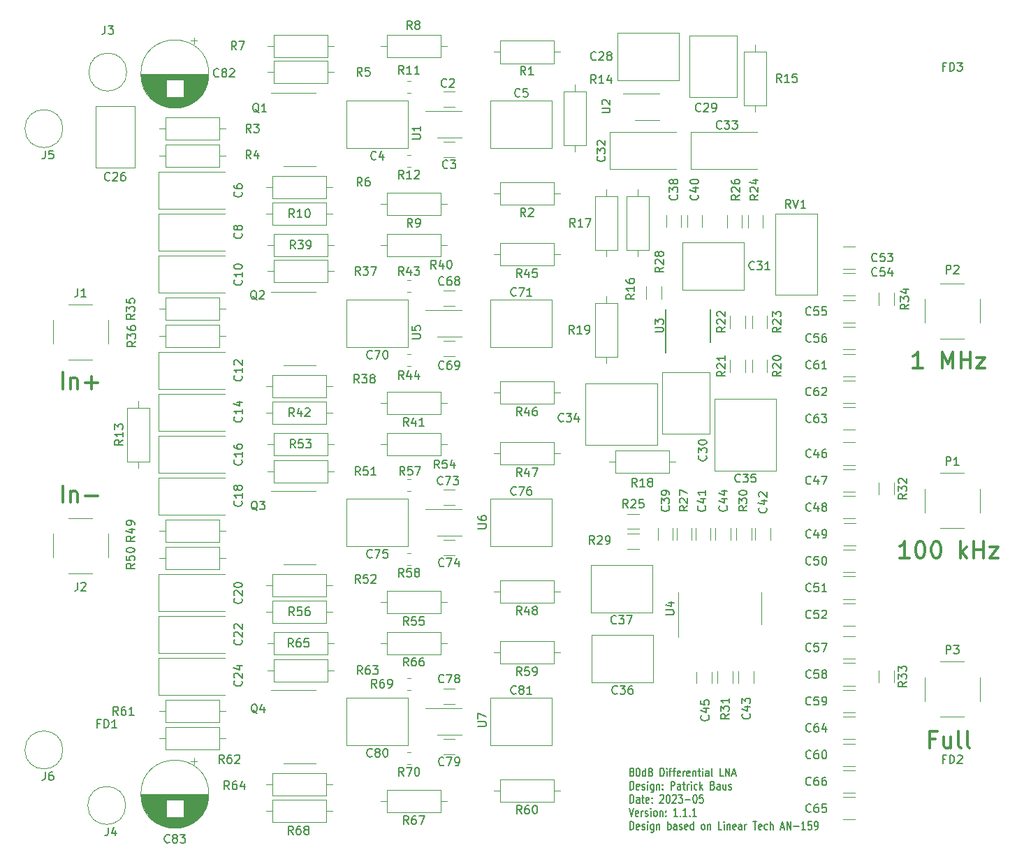
<source format=gbr>
G04 #@! TF.GenerationSoftware,KiCad,Pcbnew,7.0.1*
G04 #@! TF.CreationDate,2023-05-03T08:50:33+02:00*
G04 #@! TF.ProjectId,main,6d61696e-2e6b-4696-9361-645f70636258,rev?*
G04 #@! TF.SameCoordinates,Original*
G04 #@! TF.FileFunction,Legend,Top*
G04 #@! TF.FilePolarity,Positive*
%FSLAX46Y46*%
G04 Gerber Fmt 4.6, Leading zero omitted, Abs format (unit mm)*
G04 Created by KiCad (PCBNEW 7.0.1) date 2023-05-03 08:50:33*
%MOMM*%
%LPD*%
G01*
G04 APERTURE LIST*
%ADD10C,0.300000*%
%ADD11C,0.150000*%
%ADD12C,0.120000*%
G04 APERTURE END LIST*
D10*
X129488094Y-110255238D02*
X128345237Y-110255238D01*
X128916665Y-110255238D02*
X128916665Y-108255238D01*
X128916665Y-108255238D02*
X128726189Y-108540952D01*
X128726189Y-108540952D02*
X128535713Y-108731428D01*
X128535713Y-108731428D02*
X128345237Y-108826666D01*
X130726189Y-108255238D02*
X130916666Y-108255238D01*
X130916666Y-108255238D02*
X131107142Y-108350476D01*
X131107142Y-108350476D02*
X131202380Y-108445714D01*
X131202380Y-108445714D02*
X131297618Y-108636190D01*
X131297618Y-108636190D02*
X131392856Y-109017142D01*
X131392856Y-109017142D02*
X131392856Y-109493333D01*
X131392856Y-109493333D02*
X131297618Y-109874285D01*
X131297618Y-109874285D02*
X131202380Y-110064761D01*
X131202380Y-110064761D02*
X131107142Y-110160000D01*
X131107142Y-110160000D02*
X130916666Y-110255238D01*
X130916666Y-110255238D02*
X130726189Y-110255238D01*
X130726189Y-110255238D02*
X130535713Y-110160000D01*
X130535713Y-110160000D02*
X130440475Y-110064761D01*
X130440475Y-110064761D02*
X130345237Y-109874285D01*
X130345237Y-109874285D02*
X130249999Y-109493333D01*
X130249999Y-109493333D02*
X130249999Y-109017142D01*
X130249999Y-109017142D02*
X130345237Y-108636190D01*
X130345237Y-108636190D02*
X130440475Y-108445714D01*
X130440475Y-108445714D02*
X130535713Y-108350476D01*
X130535713Y-108350476D02*
X130726189Y-108255238D01*
X132630951Y-108255238D02*
X132821428Y-108255238D01*
X132821428Y-108255238D02*
X133011904Y-108350476D01*
X133011904Y-108350476D02*
X133107142Y-108445714D01*
X133107142Y-108445714D02*
X133202380Y-108636190D01*
X133202380Y-108636190D02*
X133297618Y-109017142D01*
X133297618Y-109017142D02*
X133297618Y-109493333D01*
X133297618Y-109493333D02*
X133202380Y-109874285D01*
X133202380Y-109874285D02*
X133107142Y-110064761D01*
X133107142Y-110064761D02*
X133011904Y-110160000D01*
X133011904Y-110160000D02*
X132821428Y-110255238D01*
X132821428Y-110255238D02*
X132630951Y-110255238D01*
X132630951Y-110255238D02*
X132440475Y-110160000D01*
X132440475Y-110160000D02*
X132345237Y-110064761D01*
X132345237Y-110064761D02*
X132249999Y-109874285D01*
X132249999Y-109874285D02*
X132154761Y-109493333D01*
X132154761Y-109493333D02*
X132154761Y-109017142D01*
X132154761Y-109017142D02*
X132249999Y-108636190D01*
X132249999Y-108636190D02*
X132345237Y-108445714D01*
X132345237Y-108445714D02*
X132440475Y-108350476D01*
X132440475Y-108350476D02*
X132630951Y-108255238D01*
X135678571Y-110255238D02*
X135678571Y-108255238D01*
X135869047Y-109493333D02*
X136440476Y-110255238D01*
X136440476Y-108921904D02*
X135678571Y-109683809D01*
X137297619Y-110255238D02*
X137297619Y-108255238D01*
X137297619Y-109207619D02*
X138440476Y-109207619D01*
X138440476Y-110255238D02*
X138440476Y-108255238D01*
X139202381Y-108921904D02*
X140250000Y-108921904D01*
X140250000Y-108921904D02*
X139202381Y-110255238D01*
X139202381Y-110255238D02*
X140250000Y-110255238D01*
X26857143Y-89755238D02*
X26857143Y-87755238D01*
X27809524Y-88421904D02*
X27809524Y-89755238D01*
X27809524Y-88612380D02*
X27904762Y-88517142D01*
X27904762Y-88517142D02*
X28095238Y-88421904D01*
X28095238Y-88421904D02*
X28380953Y-88421904D01*
X28380953Y-88421904D02*
X28571429Y-88517142D01*
X28571429Y-88517142D02*
X28666667Y-88707619D01*
X28666667Y-88707619D02*
X28666667Y-89755238D01*
X29619048Y-88993333D02*
X31142858Y-88993333D01*
X30380953Y-89755238D02*
X30380953Y-88231428D01*
X131059523Y-87255238D02*
X129916666Y-87255238D01*
X130488094Y-87255238D02*
X130488094Y-85255238D01*
X130488094Y-85255238D02*
X130297618Y-85540952D01*
X130297618Y-85540952D02*
X130107142Y-85731428D01*
X130107142Y-85731428D02*
X129916666Y-85826666D01*
X133440476Y-87255238D02*
X133440476Y-85255238D01*
X133440476Y-85255238D02*
X134107143Y-86683809D01*
X134107143Y-86683809D02*
X134773809Y-85255238D01*
X134773809Y-85255238D02*
X134773809Y-87255238D01*
X135726190Y-87255238D02*
X135726190Y-85255238D01*
X135726190Y-86207619D02*
X136869047Y-86207619D01*
X136869047Y-87255238D02*
X136869047Y-85255238D01*
X137630952Y-85921904D02*
X138678571Y-85921904D01*
X138678571Y-85921904D02*
X137630952Y-87255238D01*
X137630952Y-87255238D02*
X138678571Y-87255238D01*
X26857143Y-103505238D02*
X26857143Y-101505238D01*
X27809524Y-102171904D02*
X27809524Y-103505238D01*
X27809524Y-102362380D02*
X27904762Y-102267142D01*
X27904762Y-102267142D02*
X28095238Y-102171904D01*
X28095238Y-102171904D02*
X28380953Y-102171904D01*
X28380953Y-102171904D02*
X28571429Y-102267142D01*
X28571429Y-102267142D02*
X28666667Y-102457619D01*
X28666667Y-102457619D02*
X28666667Y-103505238D01*
X29619048Y-102743333D02*
X31142858Y-102743333D01*
D11*
X95742761Y-136139190D02*
X95666571Y-136091571D01*
X95666571Y-136091571D02*
X95628476Y-136043952D01*
X95628476Y-136043952D02*
X95590380Y-135948714D01*
X95590380Y-135948714D02*
X95590380Y-135901095D01*
X95590380Y-135901095D02*
X95628476Y-135805857D01*
X95628476Y-135805857D02*
X95666571Y-135758238D01*
X95666571Y-135758238D02*
X95742761Y-135710619D01*
X95742761Y-135710619D02*
X95895142Y-135710619D01*
X95895142Y-135710619D02*
X95971333Y-135758238D01*
X95971333Y-135758238D02*
X96009428Y-135805857D01*
X96009428Y-135805857D02*
X96047523Y-135901095D01*
X96047523Y-135901095D02*
X96047523Y-135948714D01*
X96047523Y-135948714D02*
X96009428Y-136043952D01*
X96009428Y-136043952D02*
X95971333Y-136091571D01*
X95971333Y-136091571D02*
X95895142Y-136139190D01*
X95895142Y-136139190D02*
X95742761Y-136139190D01*
X95742761Y-136139190D02*
X95666571Y-136186809D01*
X95666571Y-136186809D02*
X95628476Y-136234428D01*
X95628476Y-136234428D02*
X95590380Y-136329666D01*
X95590380Y-136329666D02*
X95590380Y-136520142D01*
X95590380Y-136520142D02*
X95628476Y-136615380D01*
X95628476Y-136615380D02*
X95666571Y-136663000D01*
X95666571Y-136663000D02*
X95742761Y-136710619D01*
X95742761Y-136710619D02*
X95895142Y-136710619D01*
X95895142Y-136710619D02*
X95971333Y-136663000D01*
X95971333Y-136663000D02*
X96009428Y-136615380D01*
X96009428Y-136615380D02*
X96047523Y-136520142D01*
X96047523Y-136520142D02*
X96047523Y-136329666D01*
X96047523Y-136329666D02*
X96009428Y-136234428D01*
X96009428Y-136234428D02*
X95971333Y-136186809D01*
X95971333Y-136186809D02*
X95895142Y-136139190D01*
X96542762Y-135710619D02*
X96618952Y-135710619D01*
X96618952Y-135710619D02*
X96695143Y-135758238D01*
X96695143Y-135758238D02*
X96733238Y-135805857D01*
X96733238Y-135805857D02*
X96771333Y-135901095D01*
X96771333Y-135901095D02*
X96809428Y-136091571D01*
X96809428Y-136091571D02*
X96809428Y-136329666D01*
X96809428Y-136329666D02*
X96771333Y-136520142D01*
X96771333Y-136520142D02*
X96733238Y-136615380D01*
X96733238Y-136615380D02*
X96695143Y-136663000D01*
X96695143Y-136663000D02*
X96618952Y-136710619D01*
X96618952Y-136710619D02*
X96542762Y-136710619D01*
X96542762Y-136710619D02*
X96466571Y-136663000D01*
X96466571Y-136663000D02*
X96428476Y-136615380D01*
X96428476Y-136615380D02*
X96390381Y-136520142D01*
X96390381Y-136520142D02*
X96352285Y-136329666D01*
X96352285Y-136329666D02*
X96352285Y-136091571D01*
X96352285Y-136091571D02*
X96390381Y-135901095D01*
X96390381Y-135901095D02*
X96428476Y-135805857D01*
X96428476Y-135805857D02*
X96466571Y-135758238D01*
X96466571Y-135758238D02*
X96542762Y-135710619D01*
X97495143Y-136710619D02*
X97495143Y-135710619D01*
X97495143Y-136663000D02*
X97418952Y-136710619D01*
X97418952Y-136710619D02*
X97266571Y-136710619D01*
X97266571Y-136710619D02*
X97190381Y-136663000D01*
X97190381Y-136663000D02*
X97152286Y-136615380D01*
X97152286Y-136615380D02*
X97114190Y-136520142D01*
X97114190Y-136520142D02*
X97114190Y-136234428D01*
X97114190Y-136234428D02*
X97152286Y-136139190D01*
X97152286Y-136139190D02*
X97190381Y-136091571D01*
X97190381Y-136091571D02*
X97266571Y-136043952D01*
X97266571Y-136043952D02*
X97418952Y-136043952D01*
X97418952Y-136043952D02*
X97495143Y-136091571D01*
X98142762Y-136186809D02*
X98257048Y-136234428D01*
X98257048Y-136234428D02*
X98295143Y-136282047D01*
X98295143Y-136282047D02*
X98333239Y-136377285D01*
X98333239Y-136377285D02*
X98333239Y-136520142D01*
X98333239Y-136520142D02*
X98295143Y-136615380D01*
X98295143Y-136615380D02*
X98257048Y-136663000D01*
X98257048Y-136663000D02*
X98180858Y-136710619D01*
X98180858Y-136710619D02*
X97876096Y-136710619D01*
X97876096Y-136710619D02*
X97876096Y-135710619D01*
X97876096Y-135710619D02*
X98142762Y-135710619D01*
X98142762Y-135710619D02*
X98218953Y-135758238D01*
X98218953Y-135758238D02*
X98257048Y-135805857D01*
X98257048Y-135805857D02*
X98295143Y-135901095D01*
X98295143Y-135901095D02*
X98295143Y-135996333D01*
X98295143Y-135996333D02*
X98257048Y-136091571D01*
X98257048Y-136091571D02*
X98218953Y-136139190D01*
X98218953Y-136139190D02*
X98142762Y-136186809D01*
X98142762Y-136186809D02*
X97876096Y-136186809D01*
X99285620Y-136710619D02*
X99285620Y-135710619D01*
X99285620Y-135710619D02*
X99476096Y-135710619D01*
X99476096Y-135710619D02*
X99590382Y-135758238D01*
X99590382Y-135758238D02*
X99666572Y-135853476D01*
X99666572Y-135853476D02*
X99704667Y-135948714D01*
X99704667Y-135948714D02*
X99742763Y-136139190D01*
X99742763Y-136139190D02*
X99742763Y-136282047D01*
X99742763Y-136282047D02*
X99704667Y-136472523D01*
X99704667Y-136472523D02*
X99666572Y-136567761D01*
X99666572Y-136567761D02*
X99590382Y-136663000D01*
X99590382Y-136663000D02*
X99476096Y-136710619D01*
X99476096Y-136710619D02*
X99285620Y-136710619D01*
X100085620Y-136710619D02*
X100085620Y-136043952D01*
X100085620Y-135710619D02*
X100047524Y-135758238D01*
X100047524Y-135758238D02*
X100085620Y-135805857D01*
X100085620Y-135805857D02*
X100123715Y-135758238D01*
X100123715Y-135758238D02*
X100085620Y-135710619D01*
X100085620Y-135710619D02*
X100085620Y-135805857D01*
X100352286Y-136043952D02*
X100657048Y-136043952D01*
X100466572Y-136710619D02*
X100466572Y-135853476D01*
X100466572Y-135853476D02*
X100504667Y-135758238D01*
X100504667Y-135758238D02*
X100580857Y-135710619D01*
X100580857Y-135710619D02*
X100657048Y-135710619D01*
X100809429Y-136043952D02*
X101114191Y-136043952D01*
X100923715Y-136710619D02*
X100923715Y-135853476D01*
X100923715Y-135853476D02*
X100961810Y-135758238D01*
X100961810Y-135758238D02*
X101038000Y-135710619D01*
X101038000Y-135710619D02*
X101114191Y-135710619D01*
X101685620Y-136663000D02*
X101609429Y-136710619D01*
X101609429Y-136710619D02*
X101457048Y-136710619D01*
X101457048Y-136710619D02*
X101380858Y-136663000D01*
X101380858Y-136663000D02*
X101342762Y-136567761D01*
X101342762Y-136567761D02*
X101342762Y-136186809D01*
X101342762Y-136186809D02*
X101380858Y-136091571D01*
X101380858Y-136091571D02*
X101457048Y-136043952D01*
X101457048Y-136043952D02*
X101609429Y-136043952D01*
X101609429Y-136043952D02*
X101685620Y-136091571D01*
X101685620Y-136091571D02*
X101723715Y-136186809D01*
X101723715Y-136186809D02*
X101723715Y-136282047D01*
X101723715Y-136282047D02*
X101342762Y-136377285D01*
X102066572Y-136710619D02*
X102066572Y-136043952D01*
X102066572Y-136234428D02*
X102104667Y-136139190D01*
X102104667Y-136139190D02*
X102142762Y-136091571D01*
X102142762Y-136091571D02*
X102218953Y-136043952D01*
X102218953Y-136043952D02*
X102295143Y-136043952D01*
X102866572Y-136663000D02*
X102790381Y-136710619D01*
X102790381Y-136710619D02*
X102638000Y-136710619D01*
X102638000Y-136710619D02*
X102561810Y-136663000D01*
X102561810Y-136663000D02*
X102523714Y-136567761D01*
X102523714Y-136567761D02*
X102523714Y-136186809D01*
X102523714Y-136186809D02*
X102561810Y-136091571D01*
X102561810Y-136091571D02*
X102638000Y-136043952D01*
X102638000Y-136043952D02*
X102790381Y-136043952D01*
X102790381Y-136043952D02*
X102866572Y-136091571D01*
X102866572Y-136091571D02*
X102904667Y-136186809D01*
X102904667Y-136186809D02*
X102904667Y-136282047D01*
X102904667Y-136282047D02*
X102523714Y-136377285D01*
X103247524Y-136043952D02*
X103247524Y-136710619D01*
X103247524Y-136139190D02*
X103285619Y-136091571D01*
X103285619Y-136091571D02*
X103361809Y-136043952D01*
X103361809Y-136043952D02*
X103476095Y-136043952D01*
X103476095Y-136043952D02*
X103552286Y-136091571D01*
X103552286Y-136091571D02*
X103590381Y-136186809D01*
X103590381Y-136186809D02*
X103590381Y-136710619D01*
X103857048Y-136043952D02*
X104161810Y-136043952D01*
X103971334Y-135710619D02*
X103971334Y-136567761D01*
X103971334Y-136567761D02*
X104009429Y-136663000D01*
X104009429Y-136663000D02*
X104085619Y-136710619D01*
X104085619Y-136710619D02*
X104161810Y-136710619D01*
X104428477Y-136710619D02*
X104428477Y-136043952D01*
X104428477Y-135710619D02*
X104390381Y-135758238D01*
X104390381Y-135758238D02*
X104428477Y-135805857D01*
X104428477Y-135805857D02*
X104466572Y-135758238D01*
X104466572Y-135758238D02*
X104428477Y-135710619D01*
X104428477Y-135710619D02*
X104428477Y-135805857D01*
X105152286Y-136710619D02*
X105152286Y-136186809D01*
X105152286Y-136186809D02*
X105114191Y-136091571D01*
X105114191Y-136091571D02*
X105038000Y-136043952D01*
X105038000Y-136043952D02*
X104885619Y-136043952D01*
X104885619Y-136043952D02*
X104809429Y-136091571D01*
X105152286Y-136663000D02*
X105076095Y-136710619D01*
X105076095Y-136710619D02*
X104885619Y-136710619D01*
X104885619Y-136710619D02*
X104809429Y-136663000D01*
X104809429Y-136663000D02*
X104771333Y-136567761D01*
X104771333Y-136567761D02*
X104771333Y-136472523D01*
X104771333Y-136472523D02*
X104809429Y-136377285D01*
X104809429Y-136377285D02*
X104885619Y-136329666D01*
X104885619Y-136329666D02*
X105076095Y-136329666D01*
X105076095Y-136329666D02*
X105152286Y-136282047D01*
X105647524Y-136710619D02*
X105571334Y-136663000D01*
X105571334Y-136663000D02*
X105533239Y-136567761D01*
X105533239Y-136567761D02*
X105533239Y-135710619D01*
X106942763Y-136710619D02*
X106561811Y-136710619D01*
X106561811Y-136710619D02*
X106561811Y-135710619D01*
X107209430Y-136710619D02*
X107209430Y-135710619D01*
X107209430Y-135710619D02*
X107666573Y-136710619D01*
X107666573Y-136710619D02*
X107666573Y-135710619D01*
X108009429Y-136424904D02*
X108390382Y-136424904D01*
X107933239Y-136710619D02*
X108199906Y-135710619D01*
X108199906Y-135710619D02*
X108466572Y-136710619D01*
X95628476Y-138330619D02*
X95628476Y-137330619D01*
X95628476Y-137330619D02*
X95818952Y-137330619D01*
X95818952Y-137330619D02*
X95933238Y-137378238D01*
X95933238Y-137378238D02*
X96009428Y-137473476D01*
X96009428Y-137473476D02*
X96047523Y-137568714D01*
X96047523Y-137568714D02*
X96085619Y-137759190D01*
X96085619Y-137759190D02*
X96085619Y-137902047D01*
X96085619Y-137902047D02*
X96047523Y-138092523D01*
X96047523Y-138092523D02*
X96009428Y-138187761D01*
X96009428Y-138187761D02*
X95933238Y-138283000D01*
X95933238Y-138283000D02*
X95818952Y-138330619D01*
X95818952Y-138330619D02*
X95628476Y-138330619D01*
X96733238Y-138283000D02*
X96657047Y-138330619D01*
X96657047Y-138330619D02*
X96504666Y-138330619D01*
X96504666Y-138330619D02*
X96428476Y-138283000D01*
X96428476Y-138283000D02*
X96390380Y-138187761D01*
X96390380Y-138187761D02*
X96390380Y-137806809D01*
X96390380Y-137806809D02*
X96428476Y-137711571D01*
X96428476Y-137711571D02*
X96504666Y-137663952D01*
X96504666Y-137663952D02*
X96657047Y-137663952D01*
X96657047Y-137663952D02*
X96733238Y-137711571D01*
X96733238Y-137711571D02*
X96771333Y-137806809D01*
X96771333Y-137806809D02*
X96771333Y-137902047D01*
X96771333Y-137902047D02*
X96390380Y-137997285D01*
X97076094Y-138283000D02*
X97152285Y-138330619D01*
X97152285Y-138330619D02*
X97304666Y-138330619D01*
X97304666Y-138330619D02*
X97380856Y-138283000D01*
X97380856Y-138283000D02*
X97418952Y-138187761D01*
X97418952Y-138187761D02*
X97418952Y-138140142D01*
X97418952Y-138140142D02*
X97380856Y-138044904D01*
X97380856Y-138044904D02*
X97304666Y-137997285D01*
X97304666Y-137997285D02*
X97190380Y-137997285D01*
X97190380Y-137997285D02*
X97114190Y-137949666D01*
X97114190Y-137949666D02*
X97076094Y-137854428D01*
X97076094Y-137854428D02*
X97076094Y-137806809D01*
X97076094Y-137806809D02*
X97114190Y-137711571D01*
X97114190Y-137711571D02*
X97190380Y-137663952D01*
X97190380Y-137663952D02*
X97304666Y-137663952D01*
X97304666Y-137663952D02*
X97380856Y-137711571D01*
X97761809Y-138330619D02*
X97761809Y-137663952D01*
X97761809Y-137330619D02*
X97723713Y-137378238D01*
X97723713Y-137378238D02*
X97761809Y-137425857D01*
X97761809Y-137425857D02*
X97799904Y-137378238D01*
X97799904Y-137378238D02*
X97761809Y-137330619D01*
X97761809Y-137330619D02*
X97761809Y-137425857D01*
X98485618Y-137663952D02*
X98485618Y-138473476D01*
X98485618Y-138473476D02*
X98447523Y-138568714D01*
X98447523Y-138568714D02*
X98409427Y-138616333D01*
X98409427Y-138616333D02*
X98333237Y-138663952D01*
X98333237Y-138663952D02*
X98218951Y-138663952D01*
X98218951Y-138663952D02*
X98142761Y-138616333D01*
X98485618Y-138283000D02*
X98409427Y-138330619D01*
X98409427Y-138330619D02*
X98257046Y-138330619D01*
X98257046Y-138330619D02*
X98180856Y-138283000D01*
X98180856Y-138283000D02*
X98142761Y-138235380D01*
X98142761Y-138235380D02*
X98104665Y-138140142D01*
X98104665Y-138140142D02*
X98104665Y-137854428D01*
X98104665Y-137854428D02*
X98142761Y-137759190D01*
X98142761Y-137759190D02*
X98180856Y-137711571D01*
X98180856Y-137711571D02*
X98257046Y-137663952D01*
X98257046Y-137663952D02*
X98409427Y-137663952D01*
X98409427Y-137663952D02*
X98485618Y-137711571D01*
X98866571Y-137663952D02*
X98866571Y-138330619D01*
X98866571Y-137759190D02*
X98904666Y-137711571D01*
X98904666Y-137711571D02*
X98980856Y-137663952D01*
X98980856Y-137663952D02*
X99095142Y-137663952D01*
X99095142Y-137663952D02*
X99171333Y-137711571D01*
X99171333Y-137711571D02*
X99209428Y-137806809D01*
X99209428Y-137806809D02*
X99209428Y-138330619D01*
X99590381Y-138235380D02*
X99628476Y-138283000D01*
X99628476Y-138283000D02*
X99590381Y-138330619D01*
X99590381Y-138330619D02*
X99552285Y-138283000D01*
X99552285Y-138283000D02*
X99590381Y-138235380D01*
X99590381Y-138235380D02*
X99590381Y-138330619D01*
X99590381Y-137711571D02*
X99628476Y-137759190D01*
X99628476Y-137759190D02*
X99590381Y-137806809D01*
X99590381Y-137806809D02*
X99552285Y-137759190D01*
X99552285Y-137759190D02*
X99590381Y-137711571D01*
X99590381Y-137711571D02*
X99590381Y-137806809D01*
X100580857Y-138330619D02*
X100580857Y-137330619D01*
X100580857Y-137330619D02*
X100885619Y-137330619D01*
X100885619Y-137330619D02*
X100961809Y-137378238D01*
X100961809Y-137378238D02*
X100999904Y-137425857D01*
X100999904Y-137425857D02*
X101038000Y-137521095D01*
X101038000Y-137521095D02*
X101038000Y-137663952D01*
X101038000Y-137663952D02*
X100999904Y-137759190D01*
X100999904Y-137759190D02*
X100961809Y-137806809D01*
X100961809Y-137806809D02*
X100885619Y-137854428D01*
X100885619Y-137854428D02*
X100580857Y-137854428D01*
X101723714Y-138330619D02*
X101723714Y-137806809D01*
X101723714Y-137806809D02*
X101685619Y-137711571D01*
X101685619Y-137711571D02*
X101609428Y-137663952D01*
X101609428Y-137663952D02*
X101457047Y-137663952D01*
X101457047Y-137663952D02*
X101380857Y-137711571D01*
X101723714Y-138283000D02*
X101647523Y-138330619D01*
X101647523Y-138330619D02*
X101457047Y-138330619D01*
X101457047Y-138330619D02*
X101380857Y-138283000D01*
X101380857Y-138283000D02*
X101342761Y-138187761D01*
X101342761Y-138187761D02*
X101342761Y-138092523D01*
X101342761Y-138092523D02*
X101380857Y-137997285D01*
X101380857Y-137997285D02*
X101457047Y-137949666D01*
X101457047Y-137949666D02*
X101647523Y-137949666D01*
X101647523Y-137949666D02*
X101723714Y-137902047D01*
X101990381Y-137663952D02*
X102295143Y-137663952D01*
X102104667Y-137330619D02*
X102104667Y-138187761D01*
X102104667Y-138187761D02*
X102142762Y-138283000D01*
X102142762Y-138283000D02*
X102218952Y-138330619D01*
X102218952Y-138330619D02*
X102295143Y-138330619D01*
X102561810Y-138330619D02*
X102561810Y-137663952D01*
X102561810Y-137854428D02*
X102599905Y-137759190D01*
X102599905Y-137759190D02*
X102638000Y-137711571D01*
X102638000Y-137711571D02*
X102714191Y-137663952D01*
X102714191Y-137663952D02*
X102790381Y-137663952D01*
X103057048Y-138330619D02*
X103057048Y-137663952D01*
X103057048Y-137330619D02*
X103018952Y-137378238D01*
X103018952Y-137378238D02*
X103057048Y-137425857D01*
X103057048Y-137425857D02*
X103095143Y-137378238D01*
X103095143Y-137378238D02*
X103057048Y-137330619D01*
X103057048Y-137330619D02*
X103057048Y-137425857D01*
X103780857Y-138283000D02*
X103704666Y-138330619D01*
X103704666Y-138330619D02*
X103552285Y-138330619D01*
X103552285Y-138330619D02*
X103476095Y-138283000D01*
X103476095Y-138283000D02*
X103438000Y-138235380D01*
X103438000Y-138235380D02*
X103399904Y-138140142D01*
X103399904Y-138140142D02*
X103399904Y-137854428D01*
X103399904Y-137854428D02*
X103438000Y-137759190D01*
X103438000Y-137759190D02*
X103476095Y-137711571D01*
X103476095Y-137711571D02*
X103552285Y-137663952D01*
X103552285Y-137663952D02*
X103704666Y-137663952D01*
X103704666Y-137663952D02*
X103780857Y-137711571D01*
X104123714Y-138330619D02*
X104123714Y-137330619D01*
X104199904Y-137949666D02*
X104428476Y-138330619D01*
X104428476Y-137663952D02*
X104123714Y-138044904D01*
X105647523Y-137806809D02*
X105761809Y-137854428D01*
X105761809Y-137854428D02*
X105799904Y-137902047D01*
X105799904Y-137902047D02*
X105838000Y-137997285D01*
X105838000Y-137997285D02*
X105838000Y-138140142D01*
X105838000Y-138140142D02*
X105799904Y-138235380D01*
X105799904Y-138235380D02*
X105761809Y-138283000D01*
X105761809Y-138283000D02*
X105685619Y-138330619D01*
X105685619Y-138330619D02*
X105380857Y-138330619D01*
X105380857Y-138330619D02*
X105380857Y-137330619D01*
X105380857Y-137330619D02*
X105647523Y-137330619D01*
X105647523Y-137330619D02*
X105723714Y-137378238D01*
X105723714Y-137378238D02*
X105761809Y-137425857D01*
X105761809Y-137425857D02*
X105799904Y-137521095D01*
X105799904Y-137521095D02*
X105799904Y-137616333D01*
X105799904Y-137616333D02*
X105761809Y-137711571D01*
X105761809Y-137711571D02*
X105723714Y-137759190D01*
X105723714Y-137759190D02*
X105647523Y-137806809D01*
X105647523Y-137806809D02*
X105380857Y-137806809D01*
X106523714Y-138330619D02*
X106523714Y-137806809D01*
X106523714Y-137806809D02*
X106485619Y-137711571D01*
X106485619Y-137711571D02*
X106409428Y-137663952D01*
X106409428Y-137663952D02*
X106257047Y-137663952D01*
X106257047Y-137663952D02*
X106180857Y-137711571D01*
X106523714Y-138283000D02*
X106447523Y-138330619D01*
X106447523Y-138330619D02*
X106257047Y-138330619D01*
X106257047Y-138330619D02*
X106180857Y-138283000D01*
X106180857Y-138283000D02*
X106142761Y-138187761D01*
X106142761Y-138187761D02*
X106142761Y-138092523D01*
X106142761Y-138092523D02*
X106180857Y-137997285D01*
X106180857Y-137997285D02*
X106257047Y-137949666D01*
X106257047Y-137949666D02*
X106447523Y-137949666D01*
X106447523Y-137949666D02*
X106523714Y-137902047D01*
X107247524Y-137663952D02*
X107247524Y-138330619D01*
X106904667Y-137663952D02*
X106904667Y-138187761D01*
X106904667Y-138187761D02*
X106942762Y-138283000D01*
X106942762Y-138283000D02*
X107018952Y-138330619D01*
X107018952Y-138330619D02*
X107133238Y-138330619D01*
X107133238Y-138330619D02*
X107209429Y-138283000D01*
X107209429Y-138283000D02*
X107247524Y-138235380D01*
X107590381Y-138283000D02*
X107666572Y-138330619D01*
X107666572Y-138330619D02*
X107818953Y-138330619D01*
X107818953Y-138330619D02*
X107895143Y-138283000D01*
X107895143Y-138283000D02*
X107933239Y-138187761D01*
X107933239Y-138187761D02*
X107933239Y-138140142D01*
X107933239Y-138140142D02*
X107895143Y-138044904D01*
X107895143Y-138044904D02*
X107818953Y-137997285D01*
X107818953Y-137997285D02*
X107704667Y-137997285D01*
X107704667Y-137997285D02*
X107628477Y-137949666D01*
X107628477Y-137949666D02*
X107590381Y-137854428D01*
X107590381Y-137854428D02*
X107590381Y-137806809D01*
X107590381Y-137806809D02*
X107628477Y-137711571D01*
X107628477Y-137711571D02*
X107704667Y-137663952D01*
X107704667Y-137663952D02*
X107818953Y-137663952D01*
X107818953Y-137663952D02*
X107895143Y-137711571D01*
X95628476Y-139950619D02*
X95628476Y-138950619D01*
X95628476Y-138950619D02*
X95818952Y-138950619D01*
X95818952Y-138950619D02*
X95933238Y-138998238D01*
X95933238Y-138998238D02*
X96009428Y-139093476D01*
X96009428Y-139093476D02*
X96047523Y-139188714D01*
X96047523Y-139188714D02*
X96085619Y-139379190D01*
X96085619Y-139379190D02*
X96085619Y-139522047D01*
X96085619Y-139522047D02*
X96047523Y-139712523D01*
X96047523Y-139712523D02*
X96009428Y-139807761D01*
X96009428Y-139807761D02*
X95933238Y-139903000D01*
X95933238Y-139903000D02*
X95818952Y-139950619D01*
X95818952Y-139950619D02*
X95628476Y-139950619D01*
X96771333Y-139950619D02*
X96771333Y-139426809D01*
X96771333Y-139426809D02*
X96733238Y-139331571D01*
X96733238Y-139331571D02*
X96657047Y-139283952D01*
X96657047Y-139283952D02*
X96504666Y-139283952D01*
X96504666Y-139283952D02*
X96428476Y-139331571D01*
X96771333Y-139903000D02*
X96695142Y-139950619D01*
X96695142Y-139950619D02*
X96504666Y-139950619D01*
X96504666Y-139950619D02*
X96428476Y-139903000D01*
X96428476Y-139903000D02*
X96390380Y-139807761D01*
X96390380Y-139807761D02*
X96390380Y-139712523D01*
X96390380Y-139712523D02*
X96428476Y-139617285D01*
X96428476Y-139617285D02*
X96504666Y-139569666D01*
X96504666Y-139569666D02*
X96695142Y-139569666D01*
X96695142Y-139569666D02*
X96771333Y-139522047D01*
X97038000Y-139283952D02*
X97342762Y-139283952D01*
X97152286Y-138950619D02*
X97152286Y-139807761D01*
X97152286Y-139807761D02*
X97190381Y-139903000D01*
X97190381Y-139903000D02*
X97266571Y-139950619D01*
X97266571Y-139950619D02*
X97342762Y-139950619D01*
X97914191Y-139903000D02*
X97838000Y-139950619D01*
X97838000Y-139950619D02*
X97685619Y-139950619D01*
X97685619Y-139950619D02*
X97609429Y-139903000D01*
X97609429Y-139903000D02*
X97571333Y-139807761D01*
X97571333Y-139807761D02*
X97571333Y-139426809D01*
X97571333Y-139426809D02*
X97609429Y-139331571D01*
X97609429Y-139331571D02*
X97685619Y-139283952D01*
X97685619Y-139283952D02*
X97838000Y-139283952D01*
X97838000Y-139283952D02*
X97914191Y-139331571D01*
X97914191Y-139331571D02*
X97952286Y-139426809D01*
X97952286Y-139426809D02*
X97952286Y-139522047D01*
X97952286Y-139522047D02*
X97571333Y-139617285D01*
X98295143Y-139855380D02*
X98333238Y-139903000D01*
X98333238Y-139903000D02*
X98295143Y-139950619D01*
X98295143Y-139950619D02*
X98257047Y-139903000D01*
X98257047Y-139903000D02*
X98295143Y-139855380D01*
X98295143Y-139855380D02*
X98295143Y-139950619D01*
X98295143Y-139331571D02*
X98333238Y-139379190D01*
X98333238Y-139379190D02*
X98295143Y-139426809D01*
X98295143Y-139426809D02*
X98257047Y-139379190D01*
X98257047Y-139379190D02*
X98295143Y-139331571D01*
X98295143Y-139331571D02*
X98295143Y-139426809D01*
X99247523Y-139045857D02*
X99285619Y-138998238D01*
X99285619Y-138998238D02*
X99361809Y-138950619D01*
X99361809Y-138950619D02*
X99552285Y-138950619D01*
X99552285Y-138950619D02*
X99628476Y-138998238D01*
X99628476Y-138998238D02*
X99666571Y-139045857D01*
X99666571Y-139045857D02*
X99704666Y-139141095D01*
X99704666Y-139141095D02*
X99704666Y-139236333D01*
X99704666Y-139236333D02*
X99666571Y-139379190D01*
X99666571Y-139379190D02*
X99209428Y-139950619D01*
X99209428Y-139950619D02*
X99704666Y-139950619D01*
X100199905Y-138950619D02*
X100276095Y-138950619D01*
X100276095Y-138950619D02*
X100352286Y-138998238D01*
X100352286Y-138998238D02*
X100390381Y-139045857D01*
X100390381Y-139045857D02*
X100428476Y-139141095D01*
X100428476Y-139141095D02*
X100466571Y-139331571D01*
X100466571Y-139331571D02*
X100466571Y-139569666D01*
X100466571Y-139569666D02*
X100428476Y-139760142D01*
X100428476Y-139760142D02*
X100390381Y-139855380D01*
X100390381Y-139855380D02*
X100352286Y-139903000D01*
X100352286Y-139903000D02*
X100276095Y-139950619D01*
X100276095Y-139950619D02*
X100199905Y-139950619D01*
X100199905Y-139950619D02*
X100123714Y-139903000D01*
X100123714Y-139903000D02*
X100085619Y-139855380D01*
X100085619Y-139855380D02*
X100047524Y-139760142D01*
X100047524Y-139760142D02*
X100009428Y-139569666D01*
X100009428Y-139569666D02*
X100009428Y-139331571D01*
X100009428Y-139331571D02*
X100047524Y-139141095D01*
X100047524Y-139141095D02*
X100085619Y-139045857D01*
X100085619Y-139045857D02*
X100123714Y-138998238D01*
X100123714Y-138998238D02*
X100199905Y-138950619D01*
X100771333Y-139045857D02*
X100809429Y-138998238D01*
X100809429Y-138998238D02*
X100885619Y-138950619D01*
X100885619Y-138950619D02*
X101076095Y-138950619D01*
X101076095Y-138950619D02*
X101152286Y-138998238D01*
X101152286Y-138998238D02*
X101190381Y-139045857D01*
X101190381Y-139045857D02*
X101228476Y-139141095D01*
X101228476Y-139141095D02*
X101228476Y-139236333D01*
X101228476Y-139236333D02*
X101190381Y-139379190D01*
X101190381Y-139379190D02*
X100733238Y-139950619D01*
X100733238Y-139950619D02*
X101228476Y-139950619D01*
X101495143Y-138950619D02*
X101990381Y-138950619D01*
X101990381Y-138950619D02*
X101723715Y-139331571D01*
X101723715Y-139331571D02*
X101838000Y-139331571D01*
X101838000Y-139331571D02*
X101914191Y-139379190D01*
X101914191Y-139379190D02*
X101952286Y-139426809D01*
X101952286Y-139426809D02*
X101990381Y-139522047D01*
X101990381Y-139522047D02*
X101990381Y-139760142D01*
X101990381Y-139760142D02*
X101952286Y-139855380D01*
X101952286Y-139855380D02*
X101914191Y-139903000D01*
X101914191Y-139903000D02*
X101838000Y-139950619D01*
X101838000Y-139950619D02*
X101609429Y-139950619D01*
X101609429Y-139950619D02*
X101533238Y-139903000D01*
X101533238Y-139903000D02*
X101495143Y-139855380D01*
X102333239Y-139569666D02*
X102942763Y-139569666D01*
X103476096Y-138950619D02*
X103552286Y-138950619D01*
X103552286Y-138950619D02*
X103628477Y-138998238D01*
X103628477Y-138998238D02*
X103666572Y-139045857D01*
X103666572Y-139045857D02*
X103704667Y-139141095D01*
X103704667Y-139141095D02*
X103742762Y-139331571D01*
X103742762Y-139331571D02*
X103742762Y-139569666D01*
X103742762Y-139569666D02*
X103704667Y-139760142D01*
X103704667Y-139760142D02*
X103666572Y-139855380D01*
X103666572Y-139855380D02*
X103628477Y-139903000D01*
X103628477Y-139903000D02*
X103552286Y-139950619D01*
X103552286Y-139950619D02*
X103476096Y-139950619D01*
X103476096Y-139950619D02*
X103399905Y-139903000D01*
X103399905Y-139903000D02*
X103361810Y-139855380D01*
X103361810Y-139855380D02*
X103323715Y-139760142D01*
X103323715Y-139760142D02*
X103285619Y-139569666D01*
X103285619Y-139569666D02*
X103285619Y-139331571D01*
X103285619Y-139331571D02*
X103323715Y-139141095D01*
X103323715Y-139141095D02*
X103361810Y-139045857D01*
X103361810Y-139045857D02*
X103399905Y-138998238D01*
X103399905Y-138998238D02*
X103476096Y-138950619D01*
X104466572Y-138950619D02*
X104085620Y-138950619D01*
X104085620Y-138950619D02*
X104047524Y-139426809D01*
X104047524Y-139426809D02*
X104085620Y-139379190D01*
X104085620Y-139379190D02*
X104161810Y-139331571D01*
X104161810Y-139331571D02*
X104352286Y-139331571D01*
X104352286Y-139331571D02*
X104428477Y-139379190D01*
X104428477Y-139379190D02*
X104466572Y-139426809D01*
X104466572Y-139426809D02*
X104504667Y-139522047D01*
X104504667Y-139522047D02*
X104504667Y-139760142D01*
X104504667Y-139760142D02*
X104466572Y-139855380D01*
X104466572Y-139855380D02*
X104428477Y-139903000D01*
X104428477Y-139903000D02*
X104352286Y-139950619D01*
X104352286Y-139950619D02*
X104161810Y-139950619D01*
X104161810Y-139950619D02*
X104085620Y-139903000D01*
X104085620Y-139903000D02*
X104047524Y-139855380D01*
X95514190Y-140570619D02*
X95780857Y-141570619D01*
X95780857Y-141570619D02*
X96047523Y-140570619D01*
X96618952Y-141523000D02*
X96542761Y-141570619D01*
X96542761Y-141570619D02*
X96390380Y-141570619D01*
X96390380Y-141570619D02*
X96314190Y-141523000D01*
X96314190Y-141523000D02*
X96276094Y-141427761D01*
X96276094Y-141427761D02*
X96276094Y-141046809D01*
X96276094Y-141046809D02*
X96314190Y-140951571D01*
X96314190Y-140951571D02*
X96390380Y-140903952D01*
X96390380Y-140903952D02*
X96542761Y-140903952D01*
X96542761Y-140903952D02*
X96618952Y-140951571D01*
X96618952Y-140951571D02*
X96657047Y-141046809D01*
X96657047Y-141046809D02*
X96657047Y-141142047D01*
X96657047Y-141142047D02*
X96276094Y-141237285D01*
X96999904Y-141570619D02*
X96999904Y-140903952D01*
X96999904Y-141094428D02*
X97037999Y-140999190D01*
X97037999Y-140999190D02*
X97076094Y-140951571D01*
X97076094Y-140951571D02*
X97152285Y-140903952D01*
X97152285Y-140903952D02*
X97228475Y-140903952D01*
X97457046Y-141523000D02*
X97533237Y-141570619D01*
X97533237Y-141570619D02*
X97685618Y-141570619D01*
X97685618Y-141570619D02*
X97761808Y-141523000D01*
X97761808Y-141523000D02*
X97799904Y-141427761D01*
X97799904Y-141427761D02*
X97799904Y-141380142D01*
X97799904Y-141380142D02*
X97761808Y-141284904D01*
X97761808Y-141284904D02*
X97685618Y-141237285D01*
X97685618Y-141237285D02*
X97571332Y-141237285D01*
X97571332Y-141237285D02*
X97495142Y-141189666D01*
X97495142Y-141189666D02*
X97457046Y-141094428D01*
X97457046Y-141094428D02*
X97457046Y-141046809D01*
X97457046Y-141046809D02*
X97495142Y-140951571D01*
X97495142Y-140951571D02*
X97571332Y-140903952D01*
X97571332Y-140903952D02*
X97685618Y-140903952D01*
X97685618Y-140903952D02*
X97761808Y-140951571D01*
X98142761Y-141570619D02*
X98142761Y-140903952D01*
X98142761Y-140570619D02*
X98104665Y-140618238D01*
X98104665Y-140618238D02*
X98142761Y-140665857D01*
X98142761Y-140665857D02*
X98180856Y-140618238D01*
X98180856Y-140618238D02*
X98142761Y-140570619D01*
X98142761Y-140570619D02*
X98142761Y-140665857D01*
X98637998Y-141570619D02*
X98561808Y-141523000D01*
X98561808Y-141523000D02*
X98523713Y-141475380D01*
X98523713Y-141475380D02*
X98485617Y-141380142D01*
X98485617Y-141380142D02*
X98485617Y-141094428D01*
X98485617Y-141094428D02*
X98523713Y-140999190D01*
X98523713Y-140999190D02*
X98561808Y-140951571D01*
X98561808Y-140951571D02*
X98637998Y-140903952D01*
X98637998Y-140903952D02*
X98752284Y-140903952D01*
X98752284Y-140903952D02*
X98828475Y-140951571D01*
X98828475Y-140951571D02*
X98866570Y-140999190D01*
X98866570Y-140999190D02*
X98904665Y-141094428D01*
X98904665Y-141094428D02*
X98904665Y-141380142D01*
X98904665Y-141380142D02*
X98866570Y-141475380D01*
X98866570Y-141475380D02*
X98828475Y-141523000D01*
X98828475Y-141523000D02*
X98752284Y-141570619D01*
X98752284Y-141570619D02*
X98637998Y-141570619D01*
X99247523Y-140903952D02*
X99247523Y-141570619D01*
X99247523Y-140999190D02*
X99285618Y-140951571D01*
X99285618Y-140951571D02*
X99361808Y-140903952D01*
X99361808Y-140903952D02*
X99476094Y-140903952D01*
X99476094Y-140903952D02*
X99552285Y-140951571D01*
X99552285Y-140951571D02*
X99590380Y-141046809D01*
X99590380Y-141046809D02*
X99590380Y-141570619D01*
X99971333Y-141475380D02*
X100009428Y-141523000D01*
X100009428Y-141523000D02*
X99971333Y-141570619D01*
X99971333Y-141570619D02*
X99933237Y-141523000D01*
X99933237Y-141523000D02*
X99971333Y-141475380D01*
X99971333Y-141475380D02*
X99971333Y-141570619D01*
X99971333Y-140951571D02*
X100009428Y-140999190D01*
X100009428Y-140999190D02*
X99971333Y-141046809D01*
X99971333Y-141046809D02*
X99933237Y-140999190D01*
X99933237Y-140999190D02*
X99971333Y-140951571D01*
X99971333Y-140951571D02*
X99971333Y-141046809D01*
X101380856Y-141570619D02*
X100923713Y-141570619D01*
X101152285Y-141570619D02*
X101152285Y-140570619D01*
X101152285Y-140570619D02*
X101076094Y-140713476D01*
X101076094Y-140713476D02*
X100999904Y-140808714D01*
X100999904Y-140808714D02*
X100923713Y-140856333D01*
X101723714Y-141475380D02*
X101761809Y-141523000D01*
X101761809Y-141523000D02*
X101723714Y-141570619D01*
X101723714Y-141570619D02*
X101685618Y-141523000D01*
X101685618Y-141523000D02*
X101723714Y-141475380D01*
X101723714Y-141475380D02*
X101723714Y-141570619D01*
X102523713Y-141570619D02*
X102066570Y-141570619D01*
X102295142Y-141570619D02*
X102295142Y-140570619D01*
X102295142Y-140570619D02*
X102218951Y-140713476D01*
X102218951Y-140713476D02*
X102142761Y-140808714D01*
X102142761Y-140808714D02*
X102066570Y-140856333D01*
X102866571Y-141475380D02*
X102904666Y-141523000D01*
X102904666Y-141523000D02*
X102866571Y-141570619D01*
X102866571Y-141570619D02*
X102828475Y-141523000D01*
X102828475Y-141523000D02*
X102866571Y-141475380D01*
X102866571Y-141475380D02*
X102866571Y-141570619D01*
X103666570Y-141570619D02*
X103209427Y-141570619D01*
X103437999Y-141570619D02*
X103437999Y-140570619D01*
X103437999Y-140570619D02*
X103361808Y-140713476D01*
X103361808Y-140713476D02*
X103285618Y-140808714D01*
X103285618Y-140808714D02*
X103209427Y-140856333D01*
X95628476Y-143190619D02*
X95628476Y-142190619D01*
X95628476Y-142190619D02*
X95818952Y-142190619D01*
X95818952Y-142190619D02*
X95933238Y-142238238D01*
X95933238Y-142238238D02*
X96009428Y-142333476D01*
X96009428Y-142333476D02*
X96047523Y-142428714D01*
X96047523Y-142428714D02*
X96085619Y-142619190D01*
X96085619Y-142619190D02*
X96085619Y-142762047D01*
X96085619Y-142762047D02*
X96047523Y-142952523D01*
X96047523Y-142952523D02*
X96009428Y-143047761D01*
X96009428Y-143047761D02*
X95933238Y-143143000D01*
X95933238Y-143143000D02*
X95818952Y-143190619D01*
X95818952Y-143190619D02*
X95628476Y-143190619D01*
X96733238Y-143143000D02*
X96657047Y-143190619D01*
X96657047Y-143190619D02*
X96504666Y-143190619D01*
X96504666Y-143190619D02*
X96428476Y-143143000D01*
X96428476Y-143143000D02*
X96390380Y-143047761D01*
X96390380Y-143047761D02*
X96390380Y-142666809D01*
X96390380Y-142666809D02*
X96428476Y-142571571D01*
X96428476Y-142571571D02*
X96504666Y-142523952D01*
X96504666Y-142523952D02*
X96657047Y-142523952D01*
X96657047Y-142523952D02*
X96733238Y-142571571D01*
X96733238Y-142571571D02*
X96771333Y-142666809D01*
X96771333Y-142666809D02*
X96771333Y-142762047D01*
X96771333Y-142762047D02*
X96390380Y-142857285D01*
X97076094Y-143143000D02*
X97152285Y-143190619D01*
X97152285Y-143190619D02*
X97304666Y-143190619D01*
X97304666Y-143190619D02*
X97380856Y-143143000D01*
X97380856Y-143143000D02*
X97418952Y-143047761D01*
X97418952Y-143047761D02*
X97418952Y-143000142D01*
X97418952Y-143000142D02*
X97380856Y-142904904D01*
X97380856Y-142904904D02*
X97304666Y-142857285D01*
X97304666Y-142857285D02*
X97190380Y-142857285D01*
X97190380Y-142857285D02*
X97114190Y-142809666D01*
X97114190Y-142809666D02*
X97076094Y-142714428D01*
X97076094Y-142714428D02*
X97076094Y-142666809D01*
X97076094Y-142666809D02*
X97114190Y-142571571D01*
X97114190Y-142571571D02*
X97190380Y-142523952D01*
X97190380Y-142523952D02*
X97304666Y-142523952D01*
X97304666Y-142523952D02*
X97380856Y-142571571D01*
X97761809Y-143190619D02*
X97761809Y-142523952D01*
X97761809Y-142190619D02*
X97723713Y-142238238D01*
X97723713Y-142238238D02*
X97761809Y-142285857D01*
X97761809Y-142285857D02*
X97799904Y-142238238D01*
X97799904Y-142238238D02*
X97761809Y-142190619D01*
X97761809Y-142190619D02*
X97761809Y-142285857D01*
X98485618Y-142523952D02*
X98485618Y-143333476D01*
X98485618Y-143333476D02*
X98447523Y-143428714D01*
X98447523Y-143428714D02*
X98409427Y-143476333D01*
X98409427Y-143476333D02*
X98333237Y-143523952D01*
X98333237Y-143523952D02*
X98218951Y-143523952D01*
X98218951Y-143523952D02*
X98142761Y-143476333D01*
X98485618Y-143143000D02*
X98409427Y-143190619D01*
X98409427Y-143190619D02*
X98257046Y-143190619D01*
X98257046Y-143190619D02*
X98180856Y-143143000D01*
X98180856Y-143143000D02*
X98142761Y-143095380D01*
X98142761Y-143095380D02*
X98104665Y-143000142D01*
X98104665Y-143000142D02*
X98104665Y-142714428D01*
X98104665Y-142714428D02*
X98142761Y-142619190D01*
X98142761Y-142619190D02*
X98180856Y-142571571D01*
X98180856Y-142571571D02*
X98257046Y-142523952D01*
X98257046Y-142523952D02*
X98409427Y-142523952D01*
X98409427Y-142523952D02*
X98485618Y-142571571D01*
X98866571Y-142523952D02*
X98866571Y-143190619D01*
X98866571Y-142619190D02*
X98904666Y-142571571D01*
X98904666Y-142571571D02*
X98980856Y-142523952D01*
X98980856Y-142523952D02*
X99095142Y-142523952D01*
X99095142Y-142523952D02*
X99171333Y-142571571D01*
X99171333Y-142571571D02*
X99209428Y-142666809D01*
X99209428Y-142666809D02*
X99209428Y-143190619D01*
X100199905Y-143190619D02*
X100199905Y-142190619D01*
X100199905Y-142571571D02*
X100276095Y-142523952D01*
X100276095Y-142523952D02*
X100428476Y-142523952D01*
X100428476Y-142523952D02*
X100504667Y-142571571D01*
X100504667Y-142571571D02*
X100542762Y-142619190D01*
X100542762Y-142619190D02*
X100580857Y-142714428D01*
X100580857Y-142714428D02*
X100580857Y-143000142D01*
X100580857Y-143000142D02*
X100542762Y-143095380D01*
X100542762Y-143095380D02*
X100504667Y-143143000D01*
X100504667Y-143143000D02*
X100428476Y-143190619D01*
X100428476Y-143190619D02*
X100276095Y-143190619D01*
X100276095Y-143190619D02*
X100199905Y-143143000D01*
X101266572Y-143190619D02*
X101266572Y-142666809D01*
X101266572Y-142666809D02*
X101228477Y-142571571D01*
X101228477Y-142571571D02*
X101152286Y-142523952D01*
X101152286Y-142523952D02*
X100999905Y-142523952D01*
X100999905Y-142523952D02*
X100923715Y-142571571D01*
X101266572Y-143143000D02*
X101190381Y-143190619D01*
X101190381Y-143190619D02*
X100999905Y-143190619D01*
X100999905Y-143190619D02*
X100923715Y-143143000D01*
X100923715Y-143143000D02*
X100885619Y-143047761D01*
X100885619Y-143047761D02*
X100885619Y-142952523D01*
X100885619Y-142952523D02*
X100923715Y-142857285D01*
X100923715Y-142857285D02*
X100999905Y-142809666D01*
X100999905Y-142809666D02*
X101190381Y-142809666D01*
X101190381Y-142809666D02*
X101266572Y-142762047D01*
X101609429Y-143143000D02*
X101685620Y-143190619D01*
X101685620Y-143190619D02*
X101838001Y-143190619D01*
X101838001Y-143190619D02*
X101914191Y-143143000D01*
X101914191Y-143143000D02*
X101952287Y-143047761D01*
X101952287Y-143047761D02*
X101952287Y-143000142D01*
X101952287Y-143000142D02*
X101914191Y-142904904D01*
X101914191Y-142904904D02*
X101838001Y-142857285D01*
X101838001Y-142857285D02*
X101723715Y-142857285D01*
X101723715Y-142857285D02*
X101647525Y-142809666D01*
X101647525Y-142809666D02*
X101609429Y-142714428D01*
X101609429Y-142714428D02*
X101609429Y-142666809D01*
X101609429Y-142666809D02*
X101647525Y-142571571D01*
X101647525Y-142571571D02*
X101723715Y-142523952D01*
X101723715Y-142523952D02*
X101838001Y-142523952D01*
X101838001Y-142523952D02*
X101914191Y-142571571D01*
X102599906Y-143143000D02*
X102523715Y-143190619D01*
X102523715Y-143190619D02*
X102371334Y-143190619D01*
X102371334Y-143190619D02*
X102295144Y-143143000D01*
X102295144Y-143143000D02*
X102257048Y-143047761D01*
X102257048Y-143047761D02*
X102257048Y-142666809D01*
X102257048Y-142666809D02*
X102295144Y-142571571D01*
X102295144Y-142571571D02*
X102371334Y-142523952D01*
X102371334Y-142523952D02*
X102523715Y-142523952D01*
X102523715Y-142523952D02*
X102599906Y-142571571D01*
X102599906Y-142571571D02*
X102638001Y-142666809D01*
X102638001Y-142666809D02*
X102638001Y-142762047D01*
X102638001Y-142762047D02*
X102257048Y-142857285D01*
X103323715Y-143190619D02*
X103323715Y-142190619D01*
X103323715Y-143143000D02*
X103247524Y-143190619D01*
X103247524Y-143190619D02*
X103095143Y-143190619D01*
X103095143Y-143190619D02*
X103018953Y-143143000D01*
X103018953Y-143143000D02*
X102980858Y-143095380D01*
X102980858Y-143095380D02*
X102942762Y-143000142D01*
X102942762Y-143000142D02*
X102942762Y-142714428D01*
X102942762Y-142714428D02*
X102980858Y-142619190D01*
X102980858Y-142619190D02*
X103018953Y-142571571D01*
X103018953Y-142571571D02*
X103095143Y-142523952D01*
X103095143Y-142523952D02*
X103247524Y-142523952D01*
X103247524Y-142523952D02*
X103323715Y-142571571D01*
X104428477Y-143190619D02*
X104352287Y-143143000D01*
X104352287Y-143143000D02*
X104314192Y-143095380D01*
X104314192Y-143095380D02*
X104276096Y-143000142D01*
X104276096Y-143000142D02*
X104276096Y-142714428D01*
X104276096Y-142714428D02*
X104314192Y-142619190D01*
X104314192Y-142619190D02*
X104352287Y-142571571D01*
X104352287Y-142571571D02*
X104428477Y-142523952D01*
X104428477Y-142523952D02*
X104542763Y-142523952D01*
X104542763Y-142523952D02*
X104618954Y-142571571D01*
X104618954Y-142571571D02*
X104657049Y-142619190D01*
X104657049Y-142619190D02*
X104695144Y-142714428D01*
X104695144Y-142714428D02*
X104695144Y-143000142D01*
X104695144Y-143000142D02*
X104657049Y-143095380D01*
X104657049Y-143095380D02*
X104618954Y-143143000D01*
X104618954Y-143143000D02*
X104542763Y-143190619D01*
X104542763Y-143190619D02*
X104428477Y-143190619D01*
X105038002Y-142523952D02*
X105038002Y-143190619D01*
X105038002Y-142619190D02*
X105076097Y-142571571D01*
X105076097Y-142571571D02*
X105152287Y-142523952D01*
X105152287Y-142523952D02*
X105266573Y-142523952D01*
X105266573Y-142523952D02*
X105342764Y-142571571D01*
X105342764Y-142571571D02*
X105380859Y-142666809D01*
X105380859Y-142666809D02*
X105380859Y-143190619D01*
X106752288Y-143190619D02*
X106371336Y-143190619D01*
X106371336Y-143190619D02*
X106371336Y-142190619D01*
X107018955Y-143190619D02*
X107018955Y-142523952D01*
X107018955Y-142190619D02*
X106980859Y-142238238D01*
X106980859Y-142238238D02*
X107018955Y-142285857D01*
X107018955Y-142285857D02*
X107057050Y-142238238D01*
X107057050Y-142238238D02*
X107018955Y-142190619D01*
X107018955Y-142190619D02*
X107018955Y-142285857D01*
X107399907Y-142523952D02*
X107399907Y-143190619D01*
X107399907Y-142619190D02*
X107438002Y-142571571D01*
X107438002Y-142571571D02*
X107514192Y-142523952D01*
X107514192Y-142523952D02*
X107628478Y-142523952D01*
X107628478Y-142523952D02*
X107704669Y-142571571D01*
X107704669Y-142571571D02*
X107742764Y-142666809D01*
X107742764Y-142666809D02*
X107742764Y-143190619D01*
X108428479Y-143143000D02*
X108352288Y-143190619D01*
X108352288Y-143190619D02*
X108199907Y-143190619D01*
X108199907Y-143190619D02*
X108123717Y-143143000D01*
X108123717Y-143143000D02*
X108085621Y-143047761D01*
X108085621Y-143047761D02*
X108085621Y-142666809D01*
X108085621Y-142666809D02*
X108123717Y-142571571D01*
X108123717Y-142571571D02*
X108199907Y-142523952D01*
X108199907Y-142523952D02*
X108352288Y-142523952D01*
X108352288Y-142523952D02*
X108428479Y-142571571D01*
X108428479Y-142571571D02*
X108466574Y-142666809D01*
X108466574Y-142666809D02*
X108466574Y-142762047D01*
X108466574Y-142762047D02*
X108085621Y-142857285D01*
X109152288Y-143190619D02*
X109152288Y-142666809D01*
X109152288Y-142666809D02*
X109114193Y-142571571D01*
X109114193Y-142571571D02*
X109038002Y-142523952D01*
X109038002Y-142523952D02*
X108885621Y-142523952D01*
X108885621Y-142523952D02*
X108809431Y-142571571D01*
X109152288Y-143143000D02*
X109076097Y-143190619D01*
X109076097Y-143190619D02*
X108885621Y-143190619D01*
X108885621Y-143190619D02*
X108809431Y-143143000D01*
X108809431Y-143143000D02*
X108771335Y-143047761D01*
X108771335Y-143047761D02*
X108771335Y-142952523D01*
X108771335Y-142952523D02*
X108809431Y-142857285D01*
X108809431Y-142857285D02*
X108885621Y-142809666D01*
X108885621Y-142809666D02*
X109076097Y-142809666D01*
X109076097Y-142809666D02*
X109152288Y-142762047D01*
X109533241Y-143190619D02*
X109533241Y-142523952D01*
X109533241Y-142714428D02*
X109571336Y-142619190D01*
X109571336Y-142619190D02*
X109609431Y-142571571D01*
X109609431Y-142571571D02*
X109685622Y-142523952D01*
X109685622Y-142523952D02*
X109761812Y-142523952D01*
X110523717Y-142190619D02*
X110980860Y-142190619D01*
X110752288Y-143190619D02*
X110752288Y-142190619D01*
X111552289Y-143143000D02*
X111476098Y-143190619D01*
X111476098Y-143190619D02*
X111323717Y-143190619D01*
X111323717Y-143190619D02*
X111247527Y-143143000D01*
X111247527Y-143143000D02*
X111209431Y-143047761D01*
X111209431Y-143047761D02*
X111209431Y-142666809D01*
X111209431Y-142666809D02*
X111247527Y-142571571D01*
X111247527Y-142571571D02*
X111323717Y-142523952D01*
X111323717Y-142523952D02*
X111476098Y-142523952D01*
X111476098Y-142523952D02*
X111552289Y-142571571D01*
X111552289Y-142571571D02*
X111590384Y-142666809D01*
X111590384Y-142666809D02*
X111590384Y-142762047D01*
X111590384Y-142762047D02*
X111209431Y-142857285D01*
X112276098Y-143143000D02*
X112199907Y-143190619D01*
X112199907Y-143190619D02*
X112047526Y-143190619D01*
X112047526Y-143190619D02*
X111971336Y-143143000D01*
X111971336Y-143143000D02*
X111933241Y-143095380D01*
X111933241Y-143095380D02*
X111895145Y-143000142D01*
X111895145Y-143000142D02*
X111895145Y-142714428D01*
X111895145Y-142714428D02*
X111933241Y-142619190D01*
X111933241Y-142619190D02*
X111971336Y-142571571D01*
X111971336Y-142571571D02*
X112047526Y-142523952D01*
X112047526Y-142523952D02*
X112199907Y-142523952D01*
X112199907Y-142523952D02*
X112276098Y-142571571D01*
X112618955Y-143190619D02*
X112618955Y-142190619D01*
X112961812Y-143190619D02*
X112961812Y-142666809D01*
X112961812Y-142666809D02*
X112923717Y-142571571D01*
X112923717Y-142571571D02*
X112847526Y-142523952D01*
X112847526Y-142523952D02*
X112733240Y-142523952D01*
X112733240Y-142523952D02*
X112657050Y-142571571D01*
X112657050Y-142571571D02*
X112618955Y-142619190D01*
X113914193Y-142904904D02*
X114295146Y-142904904D01*
X113838003Y-143190619D02*
X114104670Y-142190619D01*
X114104670Y-142190619D02*
X114371336Y-143190619D01*
X114638003Y-143190619D02*
X114638003Y-142190619D01*
X114638003Y-142190619D02*
X115095146Y-143190619D01*
X115095146Y-143190619D02*
X115095146Y-142190619D01*
X115476098Y-142809666D02*
X116085622Y-142809666D01*
X116885621Y-143190619D02*
X116428478Y-143190619D01*
X116657050Y-143190619D02*
X116657050Y-142190619D01*
X116657050Y-142190619D02*
X116580859Y-142333476D01*
X116580859Y-142333476D02*
X116504669Y-142428714D01*
X116504669Y-142428714D02*
X116428478Y-142476333D01*
X117609431Y-142190619D02*
X117228479Y-142190619D01*
X117228479Y-142190619D02*
X117190383Y-142666809D01*
X117190383Y-142666809D02*
X117228479Y-142619190D01*
X117228479Y-142619190D02*
X117304669Y-142571571D01*
X117304669Y-142571571D02*
X117495145Y-142571571D01*
X117495145Y-142571571D02*
X117571336Y-142619190D01*
X117571336Y-142619190D02*
X117609431Y-142666809D01*
X117609431Y-142666809D02*
X117647526Y-142762047D01*
X117647526Y-142762047D02*
X117647526Y-143000142D01*
X117647526Y-143000142D02*
X117609431Y-143095380D01*
X117609431Y-143095380D02*
X117571336Y-143143000D01*
X117571336Y-143143000D02*
X117495145Y-143190619D01*
X117495145Y-143190619D02*
X117304669Y-143190619D01*
X117304669Y-143190619D02*
X117228479Y-143143000D01*
X117228479Y-143143000D02*
X117190383Y-143095380D01*
X118028479Y-143190619D02*
X118180860Y-143190619D01*
X118180860Y-143190619D02*
X118257050Y-143143000D01*
X118257050Y-143143000D02*
X118295146Y-143095380D01*
X118295146Y-143095380D02*
X118371336Y-142952523D01*
X118371336Y-142952523D02*
X118409431Y-142762047D01*
X118409431Y-142762047D02*
X118409431Y-142381095D01*
X118409431Y-142381095D02*
X118371336Y-142285857D01*
X118371336Y-142285857D02*
X118333241Y-142238238D01*
X118333241Y-142238238D02*
X118257050Y-142190619D01*
X118257050Y-142190619D02*
X118104669Y-142190619D01*
X118104669Y-142190619D02*
X118028479Y-142238238D01*
X118028479Y-142238238D02*
X117990384Y-142285857D01*
X117990384Y-142285857D02*
X117952288Y-142381095D01*
X117952288Y-142381095D02*
X117952288Y-142619190D01*
X117952288Y-142619190D02*
X117990384Y-142714428D01*
X117990384Y-142714428D02*
X118028479Y-142762047D01*
X118028479Y-142762047D02*
X118104669Y-142809666D01*
X118104669Y-142809666D02*
X118257050Y-142809666D01*
X118257050Y-142809666D02*
X118333241Y-142762047D01*
X118333241Y-142762047D02*
X118371336Y-142714428D01*
X118371336Y-142714428D02*
X118409431Y-142619190D01*
D10*
X132583333Y-132207619D02*
X131916666Y-132207619D01*
X131916666Y-133255238D02*
X131916666Y-131255238D01*
X131916666Y-131255238D02*
X132869047Y-131255238D01*
X134488095Y-131921904D02*
X134488095Y-133255238D01*
X133630952Y-131921904D02*
X133630952Y-132969523D01*
X133630952Y-132969523D02*
X133726190Y-133160000D01*
X133726190Y-133160000D02*
X133916666Y-133255238D01*
X133916666Y-133255238D02*
X134202381Y-133255238D01*
X134202381Y-133255238D02*
X134392857Y-133160000D01*
X134392857Y-133160000D02*
X134488095Y-133064761D01*
X135726190Y-133255238D02*
X135535714Y-133160000D01*
X135535714Y-133160000D02*
X135440476Y-132969523D01*
X135440476Y-132969523D02*
X135440476Y-131255238D01*
X136773809Y-133255238D02*
X136583333Y-133160000D01*
X136583333Y-133160000D02*
X136488095Y-132969523D01*
X136488095Y-132969523D02*
X136488095Y-131255238D01*
D11*
X115099761Y-67820619D02*
X114766428Y-67344428D01*
X114528333Y-67820619D02*
X114528333Y-66820619D01*
X114528333Y-66820619D02*
X114909285Y-66820619D01*
X114909285Y-66820619D02*
X115004523Y-66868238D01*
X115004523Y-66868238D02*
X115052142Y-66915857D01*
X115052142Y-66915857D02*
X115099761Y-67011095D01*
X115099761Y-67011095D02*
X115099761Y-67153952D01*
X115099761Y-67153952D02*
X115052142Y-67249190D01*
X115052142Y-67249190D02*
X115004523Y-67296809D01*
X115004523Y-67296809D02*
X114909285Y-67344428D01*
X114909285Y-67344428D02*
X114528333Y-67344428D01*
X115385476Y-66820619D02*
X115718809Y-67820619D01*
X115718809Y-67820619D02*
X116052142Y-66820619D01*
X116909285Y-67820619D02*
X116337857Y-67820619D01*
X116623571Y-67820619D02*
X116623571Y-66820619D01*
X116623571Y-66820619D02*
X116528333Y-66963476D01*
X116528333Y-66963476D02*
X116433095Y-67058714D01*
X116433095Y-67058714D02*
X116337857Y-67106333D01*
X50384761Y-78958857D02*
X50289523Y-78911238D01*
X50289523Y-78911238D02*
X50194285Y-78816000D01*
X50194285Y-78816000D02*
X50051428Y-78673142D01*
X50051428Y-78673142D02*
X49956190Y-78625523D01*
X49956190Y-78625523D02*
X49860952Y-78625523D01*
X49908571Y-78863619D02*
X49813333Y-78816000D01*
X49813333Y-78816000D02*
X49718095Y-78720761D01*
X49718095Y-78720761D02*
X49670476Y-78530285D01*
X49670476Y-78530285D02*
X49670476Y-78196952D01*
X49670476Y-78196952D02*
X49718095Y-78006476D01*
X49718095Y-78006476D02*
X49813333Y-77911238D01*
X49813333Y-77911238D02*
X49908571Y-77863619D01*
X49908571Y-77863619D02*
X50099047Y-77863619D01*
X50099047Y-77863619D02*
X50194285Y-77911238D01*
X50194285Y-77911238D02*
X50289523Y-78006476D01*
X50289523Y-78006476D02*
X50337142Y-78196952D01*
X50337142Y-78196952D02*
X50337142Y-78530285D01*
X50337142Y-78530285D02*
X50289523Y-78720761D01*
X50289523Y-78720761D02*
X50194285Y-78816000D01*
X50194285Y-78816000D02*
X50099047Y-78863619D01*
X50099047Y-78863619D02*
X49908571Y-78863619D01*
X50718095Y-77958857D02*
X50765714Y-77911238D01*
X50765714Y-77911238D02*
X50860952Y-77863619D01*
X50860952Y-77863619D02*
X51099047Y-77863619D01*
X51099047Y-77863619D02*
X51194285Y-77911238D01*
X51194285Y-77911238D02*
X51241904Y-77958857D01*
X51241904Y-77958857D02*
X51289523Y-78054095D01*
X51289523Y-78054095D02*
X51289523Y-78149333D01*
X51289523Y-78149333D02*
X51241904Y-78292190D01*
X51241904Y-78292190D02*
X50670476Y-78863619D01*
X50670476Y-78863619D02*
X51289523Y-78863619D01*
X31985666Y-45732619D02*
X31985666Y-46446904D01*
X31985666Y-46446904D02*
X31938047Y-46589761D01*
X31938047Y-46589761D02*
X31842809Y-46685000D01*
X31842809Y-46685000D02*
X31699952Y-46732619D01*
X31699952Y-46732619D02*
X31604714Y-46732619D01*
X32366619Y-45732619D02*
X32985666Y-45732619D01*
X32985666Y-45732619D02*
X32652333Y-46113571D01*
X32652333Y-46113571D02*
X32795190Y-46113571D01*
X32795190Y-46113571D02*
X32890428Y-46161190D01*
X32890428Y-46161190D02*
X32938047Y-46208809D01*
X32938047Y-46208809D02*
X32985666Y-46304047D01*
X32985666Y-46304047D02*
X32985666Y-46542142D01*
X32985666Y-46542142D02*
X32938047Y-46637380D01*
X32938047Y-46637380D02*
X32890428Y-46685000D01*
X32890428Y-46685000D02*
X32795190Y-46732619D01*
X32795190Y-46732619D02*
X32509476Y-46732619D01*
X32509476Y-46732619D02*
X32414238Y-46685000D01*
X32414238Y-46685000D02*
X32366619Y-46637380D01*
X96446142Y-101596619D02*
X96112809Y-101120428D01*
X95874714Y-101596619D02*
X95874714Y-100596619D01*
X95874714Y-100596619D02*
X96255666Y-100596619D01*
X96255666Y-100596619D02*
X96350904Y-100644238D01*
X96350904Y-100644238D02*
X96398523Y-100691857D01*
X96398523Y-100691857D02*
X96446142Y-100787095D01*
X96446142Y-100787095D02*
X96446142Y-100929952D01*
X96446142Y-100929952D02*
X96398523Y-101025190D01*
X96398523Y-101025190D02*
X96350904Y-101072809D01*
X96350904Y-101072809D02*
X96255666Y-101120428D01*
X96255666Y-101120428D02*
X95874714Y-101120428D01*
X97398523Y-101596619D02*
X96827095Y-101596619D01*
X97112809Y-101596619D02*
X97112809Y-100596619D01*
X97112809Y-100596619D02*
X97017571Y-100739476D01*
X97017571Y-100739476D02*
X96922333Y-100834714D01*
X96922333Y-100834714D02*
X96827095Y-100882333D01*
X97969952Y-101025190D02*
X97874714Y-100977571D01*
X97874714Y-100977571D02*
X97827095Y-100929952D01*
X97827095Y-100929952D02*
X97779476Y-100834714D01*
X97779476Y-100834714D02*
X97779476Y-100787095D01*
X97779476Y-100787095D02*
X97827095Y-100691857D01*
X97827095Y-100691857D02*
X97874714Y-100644238D01*
X97874714Y-100644238D02*
X97969952Y-100596619D01*
X97969952Y-100596619D02*
X98160428Y-100596619D01*
X98160428Y-100596619D02*
X98255666Y-100644238D01*
X98255666Y-100644238D02*
X98303285Y-100691857D01*
X98303285Y-100691857D02*
X98350904Y-100787095D01*
X98350904Y-100787095D02*
X98350904Y-100834714D01*
X98350904Y-100834714D02*
X98303285Y-100929952D01*
X98303285Y-100929952D02*
X98255666Y-100977571D01*
X98255666Y-100977571D02*
X98160428Y-101025190D01*
X98160428Y-101025190D02*
X97969952Y-101025190D01*
X97969952Y-101025190D02*
X97874714Y-101072809D01*
X97874714Y-101072809D02*
X97827095Y-101120428D01*
X97827095Y-101120428D02*
X97779476Y-101215666D01*
X97779476Y-101215666D02*
X97779476Y-101406142D01*
X97779476Y-101406142D02*
X97827095Y-101501380D01*
X97827095Y-101501380D02*
X97874714Y-101549000D01*
X97874714Y-101549000D02*
X97969952Y-101596619D01*
X97969952Y-101596619D02*
X98160428Y-101596619D01*
X98160428Y-101596619D02*
X98255666Y-101549000D01*
X98255666Y-101549000D02*
X98303285Y-101501380D01*
X98303285Y-101501380D02*
X98350904Y-101406142D01*
X98350904Y-101406142D02*
X98350904Y-101215666D01*
X98350904Y-101215666D02*
X98303285Y-101120428D01*
X98303285Y-101120428D02*
X98255666Y-101072809D01*
X98255666Y-101072809D02*
X98160428Y-101025190D01*
X92512380Y-61550857D02*
X92560000Y-61598476D01*
X92560000Y-61598476D02*
X92607619Y-61741333D01*
X92607619Y-61741333D02*
X92607619Y-61836571D01*
X92607619Y-61836571D02*
X92560000Y-61979428D01*
X92560000Y-61979428D02*
X92464761Y-62074666D01*
X92464761Y-62074666D02*
X92369523Y-62122285D01*
X92369523Y-62122285D02*
X92179047Y-62169904D01*
X92179047Y-62169904D02*
X92036190Y-62169904D01*
X92036190Y-62169904D02*
X91845714Y-62122285D01*
X91845714Y-62122285D02*
X91750476Y-62074666D01*
X91750476Y-62074666D02*
X91655238Y-61979428D01*
X91655238Y-61979428D02*
X91607619Y-61836571D01*
X91607619Y-61836571D02*
X91607619Y-61741333D01*
X91607619Y-61741333D02*
X91655238Y-61598476D01*
X91655238Y-61598476D02*
X91702857Y-61550857D01*
X91607619Y-61217523D02*
X91607619Y-60598476D01*
X91607619Y-60598476D02*
X91988571Y-60931809D01*
X91988571Y-60931809D02*
X91988571Y-60788952D01*
X91988571Y-60788952D02*
X92036190Y-60693714D01*
X92036190Y-60693714D02*
X92083809Y-60646095D01*
X92083809Y-60646095D02*
X92179047Y-60598476D01*
X92179047Y-60598476D02*
X92417142Y-60598476D01*
X92417142Y-60598476D02*
X92512380Y-60646095D01*
X92512380Y-60646095D02*
X92560000Y-60693714D01*
X92560000Y-60693714D02*
X92607619Y-60788952D01*
X92607619Y-60788952D02*
X92607619Y-61074666D01*
X92607619Y-61074666D02*
X92560000Y-61169904D01*
X92560000Y-61169904D02*
X92512380Y-61217523D01*
X91702857Y-60217523D02*
X91655238Y-60169904D01*
X91655238Y-60169904D02*
X91607619Y-60074666D01*
X91607619Y-60074666D02*
X91607619Y-59836571D01*
X91607619Y-59836571D02*
X91655238Y-59741333D01*
X91655238Y-59741333D02*
X91702857Y-59693714D01*
X91702857Y-59693714D02*
X91798095Y-59646095D01*
X91798095Y-59646095D02*
X91893333Y-59646095D01*
X91893333Y-59646095D02*
X92036190Y-59693714D01*
X92036190Y-59693714D02*
X92607619Y-60265142D01*
X92607619Y-60265142D02*
X92607619Y-59646095D01*
X106733142Y-58142380D02*
X106685523Y-58190000D01*
X106685523Y-58190000D02*
X106542666Y-58237619D01*
X106542666Y-58237619D02*
X106447428Y-58237619D01*
X106447428Y-58237619D02*
X106304571Y-58190000D01*
X106304571Y-58190000D02*
X106209333Y-58094761D01*
X106209333Y-58094761D02*
X106161714Y-57999523D01*
X106161714Y-57999523D02*
X106114095Y-57809047D01*
X106114095Y-57809047D02*
X106114095Y-57666190D01*
X106114095Y-57666190D02*
X106161714Y-57475714D01*
X106161714Y-57475714D02*
X106209333Y-57380476D01*
X106209333Y-57380476D02*
X106304571Y-57285238D01*
X106304571Y-57285238D02*
X106447428Y-57237619D01*
X106447428Y-57237619D02*
X106542666Y-57237619D01*
X106542666Y-57237619D02*
X106685523Y-57285238D01*
X106685523Y-57285238D02*
X106733142Y-57332857D01*
X107066476Y-57237619D02*
X107685523Y-57237619D01*
X107685523Y-57237619D02*
X107352190Y-57618571D01*
X107352190Y-57618571D02*
X107495047Y-57618571D01*
X107495047Y-57618571D02*
X107590285Y-57666190D01*
X107590285Y-57666190D02*
X107637904Y-57713809D01*
X107637904Y-57713809D02*
X107685523Y-57809047D01*
X107685523Y-57809047D02*
X107685523Y-58047142D01*
X107685523Y-58047142D02*
X107637904Y-58142380D01*
X107637904Y-58142380D02*
X107590285Y-58190000D01*
X107590285Y-58190000D02*
X107495047Y-58237619D01*
X107495047Y-58237619D02*
X107209333Y-58237619D01*
X107209333Y-58237619D02*
X107114095Y-58190000D01*
X107114095Y-58190000D02*
X107066476Y-58142380D01*
X108018857Y-57237619D02*
X108637904Y-57237619D01*
X108637904Y-57237619D02*
X108304571Y-57618571D01*
X108304571Y-57618571D02*
X108447428Y-57618571D01*
X108447428Y-57618571D02*
X108542666Y-57666190D01*
X108542666Y-57666190D02*
X108590285Y-57713809D01*
X108590285Y-57713809D02*
X108637904Y-57809047D01*
X108637904Y-57809047D02*
X108637904Y-58047142D01*
X108637904Y-58047142D02*
X108590285Y-58142380D01*
X108590285Y-58142380D02*
X108542666Y-58190000D01*
X108542666Y-58190000D02*
X108447428Y-58237619D01*
X108447428Y-58237619D02*
X108161714Y-58237619D01*
X108161714Y-58237619D02*
X108066476Y-58190000D01*
X108066476Y-58190000D02*
X108018857Y-58142380D01*
X48512380Y-65874666D02*
X48560000Y-65922285D01*
X48560000Y-65922285D02*
X48607619Y-66065142D01*
X48607619Y-66065142D02*
X48607619Y-66160380D01*
X48607619Y-66160380D02*
X48560000Y-66303237D01*
X48560000Y-66303237D02*
X48464761Y-66398475D01*
X48464761Y-66398475D02*
X48369523Y-66446094D01*
X48369523Y-66446094D02*
X48179047Y-66493713D01*
X48179047Y-66493713D02*
X48036190Y-66493713D01*
X48036190Y-66493713D02*
X47845714Y-66446094D01*
X47845714Y-66446094D02*
X47750476Y-66398475D01*
X47750476Y-66398475D02*
X47655238Y-66303237D01*
X47655238Y-66303237D02*
X47607619Y-66160380D01*
X47607619Y-66160380D02*
X47607619Y-66065142D01*
X47607619Y-66065142D02*
X47655238Y-65922285D01*
X47655238Y-65922285D02*
X47702857Y-65874666D01*
X47607619Y-65017523D02*
X47607619Y-65207999D01*
X47607619Y-65207999D02*
X47655238Y-65303237D01*
X47655238Y-65303237D02*
X47702857Y-65350856D01*
X47702857Y-65350856D02*
X47845714Y-65446094D01*
X47845714Y-65446094D02*
X48036190Y-65493713D01*
X48036190Y-65493713D02*
X48417142Y-65493713D01*
X48417142Y-65493713D02*
X48512380Y-65446094D01*
X48512380Y-65446094D02*
X48560000Y-65398475D01*
X48560000Y-65398475D02*
X48607619Y-65303237D01*
X48607619Y-65303237D02*
X48607619Y-65112761D01*
X48607619Y-65112761D02*
X48560000Y-65017523D01*
X48560000Y-65017523D02*
X48512380Y-64969904D01*
X48512380Y-64969904D02*
X48417142Y-64922285D01*
X48417142Y-64922285D02*
X48179047Y-64922285D01*
X48179047Y-64922285D02*
X48083809Y-64969904D01*
X48083809Y-64969904D02*
X48036190Y-65017523D01*
X48036190Y-65017523D02*
X47988571Y-65112761D01*
X47988571Y-65112761D02*
X47988571Y-65303237D01*
X47988571Y-65303237D02*
X48036190Y-65398475D01*
X48036190Y-65398475D02*
X48083809Y-65446094D01*
X48083809Y-65446094D02*
X48179047Y-65493713D01*
X48512380Y-70874666D02*
X48560000Y-70922285D01*
X48560000Y-70922285D02*
X48607619Y-71065142D01*
X48607619Y-71065142D02*
X48607619Y-71160380D01*
X48607619Y-71160380D02*
X48560000Y-71303237D01*
X48560000Y-71303237D02*
X48464761Y-71398475D01*
X48464761Y-71398475D02*
X48369523Y-71446094D01*
X48369523Y-71446094D02*
X48179047Y-71493713D01*
X48179047Y-71493713D02*
X48036190Y-71493713D01*
X48036190Y-71493713D02*
X47845714Y-71446094D01*
X47845714Y-71446094D02*
X47750476Y-71398475D01*
X47750476Y-71398475D02*
X47655238Y-71303237D01*
X47655238Y-71303237D02*
X47607619Y-71160380D01*
X47607619Y-71160380D02*
X47607619Y-71065142D01*
X47607619Y-71065142D02*
X47655238Y-70922285D01*
X47655238Y-70922285D02*
X47702857Y-70874666D01*
X48036190Y-70303237D02*
X47988571Y-70398475D01*
X47988571Y-70398475D02*
X47940952Y-70446094D01*
X47940952Y-70446094D02*
X47845714Y-70493713D01*
X47845714Y-70493713D02*
X47798095Y-70493713D01*
X47798095Y-70493713D02*
X47702857Y-70446094D01*
X47702857Y-70446094D02*
X47655238Y-70398475D01*
X47655238Y-70398475D02*
X47607619Y-70303237D01*
X47607619Y-70303237D02*
X47607619Y-70112761D01*
X47607619Y-70112761D02*
X47655238Y-70017523D01*
X47655238Y-70017523D02*
X47702857Y-69969904D01*
X47702857Y-69969904D02*
X47798095Y-69922285D01*
X47798095Y-69922285D02*
X47845714Y-69922285D01*
X47845714Y-69922285D02*
X47940952Y-69969904D01*
X47940952Y-69969904D02*
X47988571Y-70017523D01*
X47988571Y-70017523D02*
X48036190Y-70112761D01*
X48036190Y-70112761D02*
X48036190Y-70303237D01*
X48036190Y-70303237D02*
X48083809Y-70398475D01*
X48083809Y-70398475D02*
X48131428Y-70446094D01*
X48131428Y-70446094D02*
X48226666Y-70493713D01*
X48226666Y-70493713D02*
X48417142Y-70493713D01*
X48417142Y-70493713D02*
X48512380Y-70446094D01*
X48512380Y-70446094D02*
X48560000Y-70398475D01*
X48560000Y-70398475D02*
X48607619Y-70303237D01*
X48607619Y-70303237D02*
X48607619Y-70112761D01*
X48607619Y-70112761D02*
X48560000Y-70017523D01*
X48560000Y-70017523D02*
X48512380Y-69969904D01*
X48512380Y-69969904D02*
X48417142Y-69922285D01*
X48417142Y-69922285D02*
X48226666Y-69922285D01*
X48226666Y-69922285D02*
X48131428Y-69969904D01*
X48131428Y-69969904D02*
X48083809Y-70017523D01*
X48083809Y-70017523D02*
X48036190Y-70112761D01*
X48512380Y-76550857D02*
X48560000Y-76598476D01*
X48560000Y-76598476D02*
X48607619Y-76741333D01*
X48607619Y-76741333D02*
X48607619Y-76836571D01*
X48607619Y-76836571D02*
X48560000Y-76979428D01*
X48560000Y-76979428D02*
X48464761Y-77074666D01*
X48464761Y-77074666D02*
X48369523Y-77122285D01*
X48369523Y-77122285D02*
X48179047Y-77169904D01*
X48179047Y-77169904D02*
X48036190Y-77169904D01*
X48036190Y-77169904D02*
X47845714Y-77122285D01*
X47845714Y-77122285D02*
X47750476Y-77074666D01*
X47750476Y-77074666D02*
X47655238Y-76979428D01*
X47655238Y-76979428D02*
X47607619Y-76836571D01*
X47607619Y-76836571D02*
X47607619Y-76741333D01*
X47607619Y-76741333D02*
X47655238Y-76598476D01*
X47655238Y-76598476D02*
X47702857Y-76550857D01*
X48607619Y-75598476D02*
X48607619Y-76169904D01*
X48607619Y-75884190D02*
X47607619Y-75884190D01*
X47607619Y-75884190D02*
X47750476Y-75979428D01*
X47750476Y-75979428D02*
X47845714Y-76074666D01*
X47845714Y-76074666D02*
X47893333Y-76169904D01*
X47607619Y-74979428D02*
X47607619Y-74884190D01*
X47607619Y-74884190D02*
X47655238Y-74788952D01*
X47655238Y-74788952D02*
X47702857Y-74741333D01*
X47702857Y-74741333D02*
X47798095Y-74693714D01*
X47798095Y-74693714D02*
X47988571Y-74646095D01*
X47988571Y-74646095D02*
X48226666Y-74646095D01*
X48226666Y-74646095D02*
X48417142Y-74693714D01*
X48417142Y-74693714D02*
X48512380Y-74741333D01*
X48512380Y-74741333D02*
X48560000Y-74788952D01*
X48560000Y-74788952D02*
X48607619Y-74884190D01*
X48607619Y-74884190D02*
X48607619Y-74979428D01*
X48607619Y-74979428D02*
X48560000Y-75074666D01*
X48560000Y-75074666D02*
X48512380Y-75122285D01*
X48512380Y-75122285D02*
X48417142Y-75169904D01*
X48417142Y-75169904D02*
X48226666Y-75217523D01*
X48226666Y-75217523D02*
X47988571Y-75217523D01*
X47988571Y-75217523D02*
X47798095Y-75169904D01*
X47798095Y-75169904D02*
X47702857Y-75122285D01*
X47702857Y-75122285D02*
X47655238Y-75074666D01*
X47655238Y-75074666D02*
X47607619Y-74979428D01*
X48512380Y-88150857D02*
X48560000Y-88198476D01*
X48560000Y-88198476D02*
X48607619Y-88341333D01*
X48607619Y-88341333D02*
X48607619Y-88436571D01*
X48607619Y-88436571D02*
X48560000Y-88579428D01*
X48560000Y-88579428D02*
X48464761Y-88674666D01*
X48464761Y-88674666D02*
X48369523Y-88722285D01*
X48369523Y-88722285D02*
X48179047Y-88769904D01*
X48179047Y-88769904D02*
X48036190Y-88769904D01*
X48036190Y-88769904D02*
X47845714Y-88722285D01*
X47845714Y-88722285D02*
X47750476Y-88674666D01*
X47750476Y-88674666D02*
X47655238Y-88579428D01*
X47655238Y-88579428D02*
X47607619Y-88436571D01*
X47607619Y-88436571D02*
X47607619Y-88341333D01*
X47607619Y-88341333D02*
X47655238Y-88198476D01*
X47655238Y-88198476D02*
X47702857Y-88150857D01*
X48607619Y-87198476D02*
X48607619Y-87769904D01*
X48607619Y-87484190D02*
X47607619Y-87484190D01*
X47607619Y-87484190D02*
X47750476Y-87579428D01*
X47750476Y-87579428D02*
X47845714Y-87674666D01*
X47845714Y-87674666D02*
X47893333Y-87769904D01*
X47702857Y-86817523D02*
X47655238Y-86769904D01*
X47655238Y-86769904D02*
X47607619Y-86674666D01*
X47607619Y-86674666D02*
X47607619Y-86436571D01*
X47607619Y-86436571D02*
X47655238Y-86341333D01*
X47655238Y-86341333D02*
X47702857Y-86293714D01*
X47702857Y-86293714D02*
X47798095Y-86246095D01*
X47798095Y-86246095D02*
X47893333Y-86246095D01*
X47893333Y-86246095D02*
X48036190Y-86293714D01*
X48036190Y-86293714D02*
X48607619Y-86865142D01*
X48607619Y-86865142D02*
X48607619Y-86246095D01*
X48512380Y-93150857D02*
X48560000Y-93198476D01*
X48560000Y-93198476D02*
X48607619Y-93341333D01*
X48607619Y-93341333D02*
X48607619Y-93436571D01*
X48607619Y-93436571D02*
X48560000Y-93579428D01*
X48560000Y-93579428D02*
X48464761Y-93674666D01*
X48464761Y-93674666D02*
X48369523Y-93722285D01*
X48369523Y-93722285D02*
X48179047Y-93769904D01*
X48179047Y-93769904D02*
X48036190Y-93769904D01*
X48036190Y-93769904D02*
X47845714Y-93722285D01*
X47845714Y-93722285D02*
X47750476Y-93674666D01*
X47750476Y-93674666D02*
X47655238Y-93579428D01*
X47655238Y-93579428D02*
X47607619Y-93436571D01*
X47607619Y-93436571D02*
X47607619Y-93341333D01*
X47607619Y-93341333D02*
X47655238Y-93198476D01*
X47655238Y-93198476D02*
X47702857Y-93150857D01*
X48607619Y-92198476D02*
X48607619Y-92769904D01*
X48607619Y-92484190D02*
X47607619Y-92484190D01*
X47607619Y-92484190D02*
X47750476Y-92579428D01*
X47750476Y-92579428D02*
X47845714Y-92674666D01*
X47845714Y-92674666D02*
X47893333Y-92769904D01*
X47940952Y-91341333D02*
X48607619Y-91341333D01*
X47560000Y-91579428D02*
X48274285Y-91817523D01*
X48274285Y-91817523D02*
X48274285Y-91198476D01*
X48512380Y-98350857D02*
X48560000Y-98398476D01*
X48560000Y-98398476D02*
X48607619Y-98541333D01*
X48607619Y-98541333D02*
X48607619Y-98636571D01*
X48607619Y-98636571D02*
X48560000Y-98779428D01*
X48560000Y-98779428D02*
X48464761Y-98874666D01*
X48464761Y-98874666D02*
X48369523Y-98922285D01*
X48369523Y-98922285D02*
X48179047Y-98969904D01*
X48179047Y-98969904D02*
X48036190Y-98969904D01*
X48036190Y-98969904D02*
X47845714Y-98922285D01*
X47845714Y-98922285D02*
X47750476Y-98874666D01*
X47750476Y-98874666D02*
X47655238Y-98779428D01*
X47655238Y-98779428D02*
X47607619Y-98636571D01*
X47607619Y-98636571D02*
X47607619Y-98541333D01*
X47607619Y-98541333D02*
X47655238Y-98398476D01*
X47655238Y-98398476D02*
X47702857Y-98350857D01*
X48607619Y-97398476D02*
X48607619Y-97969904D01*
X48607619Y-97684190D02*
X47607619Y-97684190D01*
X47607619Y-97684190D02*
X47750476Y-97779428D01*
X47750476Y-97779428D02*
X47845714Y-97874666D01*
X47845714Y-97874666D02*
X47893333Y-97969904D01*
X47607619Y-96541333D02*
X47607619Y-96731809D01*
X47607619Y-96731809D02*
X47655238Y-96827047D01*
X47655238Y-96827047D02*
X47702857Y-96874666D01*
X47702857Y-96874666D02*
X47845714Y-96969904D01*
X47845714Y-96969904D02*
X48036190Y-97017523D01*
X48036190Y-97017523D02*
X48417142Y-97017523D01*
X48417142Y-97017523D02*
X48512380Y-96969904D01*
X48512380Y-96969904D02*
X48560000Y-96922285D01*
X48560000Y-96922285D02*
X48607619Y-96827047D01*
X48607619Y-96827047D02*
X48607619Y-96636571D01*
X48607619Y-96636571D02*
X48560000Y-96541333D01*
X48560000Y-96541333D02*
X48512380Y-96493714D01*
X48512380Y-96493714D02*
X48417142Y-96446095D01*
X48417142Y-96446095D02*
X48179047Y-96446095D01*
X48179047Y-96446095D02*
X48083809Y-96493714D01*
X48083809Y-96493714D02*
X48036190Y-96541333D01*
X48036190Y-96541333D02*
X47988571Y-96636571D01*
X47988571Y-96636571D02*
X47988571Y-96827047D01*
X47988571Y-96827047D02*
X48036190Y-96922285D01*
X48036190Y-96922285D02*
X48083809Y-96969904D01*
X48083809Y-96969904D02*
X48179047Y-97017523D01*
X48512380Y-103350857D02*
X48560000Y-103398476D01*
X48560000Y-103398476D02*
X48607619Y-103541333D01*
X48607619Y-103541333D02*
X48607619Y-103636571D01*
X48607619Y-103636571D02*
X48560000Y-103779428D01*
X48560000Y-103779428D02*
X48464761Y-103874666D01*
X48464761Y-103874666D02*
X48369523Y-103922285D01*
X48369523Y-103922285D02*
X48179047Y-103969904D01*
X48179047Y-103969904D02*
X48036190Y-103969904D01*
X48036190Y-103969904D02*
X47845714Y-103922285D01*
X47845714Y-103922285D02*
X47750476Y-103874666D01*
X47750476Y-103874666D02*
X47655238Y-103779428D01*
X47655238Y-103779428D02*
X47607619Y-103636571D01*
X47607619Y-103636571D02*
X47607619Y-103541333D01*
X47607619Y-103541333D02*
X47655238Y-103398476D01*
X47655238Y-103398476D02*
X47702857Y-103350857D01*
X48607619Y-102398476D02*
X48607619Y-102969904D01*
X48607619Y-102684190D02*
X47607619Y-102684190D01*
X47607619Y-102684190D02*
X47750476Y-102779428D01*
X47750476Y-102779428D02*
X47845714Y-102874666D01*
X47845714Y-102874666D02*
X47893333Y-102969904D01*
X48036190Y-101827047D02*
X47988571Y-101922285D01*
X47988571Y-101922285D02*
X47940952Y-101969904D01*
X47940952Y-101969904D02*
X47845714Y-102017523D01*
X47845714Y-102017523D02*
X47798095Y-102017523D01*
X47798095Y-102017523D02*
X47702857Y-101969904D01*
X47702857Y-101969904D02*
X47655238Y-101922285D01*
X47655238Y-101922285D02*
X47607619Y-101827047D01*
X47607619Y-101827047D02*
X47607619Y-101636571D01*
X47607619Y-101636571D02*
X47655238Y-101541333D01*
X47655238Y-101541333D02*
X47702857Y-101493714D01*
X47702857Y-101493714D02*
X47798095Y-101446095D01*
X47798095Y-101446095D02*
X47845714Y-101446095D01*
X47845714Y-101446095D02*
X47940952Y-101493714D01*
X47940952Y-101493714D02*
X47988571Y-101541333D01*
X47988571Y-101541333D02*
X48036190Y-101636571D01*
X48036190Y-101636571D02*
X48036190Y-101827047D01*
X48036190Y-101827047D02*
X48083809Y-101922285D01*
X48083809Y-101922285D02*
X48131428Y-101969904D01*
X48131428Y-101969904D02*
X48226666Y-102017523D01*
X48226666Y-102017523D02*
X48417142Y-102017523D01*
X48417142Y-102017523D02*
X48512380Y-101969904D01*
X48512380Y-101969904D02*
X48560000Y-101922285D01*
X48560000Y-101922285D02*
X48607619Y-101827047D01*
X48607619Y-101827047D02*
X48607619Y-101636571D01*
X48607619Y-101636571D02*
X48560000Y-101541333D01*
X48560000Y-101541333D02*
X48512380Y-101493714D01*
X48512380Y-101493714D02*
X48417142Y-101446095D01*
X48417142Y-101446095D02*
X48226666Y-101446095D01*
X48226666Y-101446095D02*
X48131428Y-101493714D01*
X48131428Y-101493714D02*
X48083809Y-101541333D01*
X48083809Y-101541333D02*
X48036190Y-101636571D01*
X48512380Y-115150857D02*
X48560000Y-115198476D01*
X48560000Y-115198476D02*
X48607619Y-115341333D01*
X48607619Y-115341333D02*
X48607619Y-115436571D01*
X48607619Y-115436571D02*
X48560000Y-115579428D01*
X48560000Y-115579428D02*
X48464761Y-115674666D01*
X48464761Y-115674666D02*
X48369523Y-115722285D01*
X48369523Y-115722285D02*
X48179047Y-115769904D01*
X48179047Y-115769904D02*
X48036190Y-115769904D01*
X48036190Y-115769904D02*
X47845714Y-115722285D01*
X47845714Y-115722285D02*
X47750476Y-115674666D01*
X47750476Y-115674666D02*
X47655238Y-115579428D01*
X47655238Y-115579428D02*
X47607619Y-115436571D01*
X47607619Y-115436571D02*
X47607619Y-115341333D01*
X47607619Y-115341333D02*
X47655238Y-115198476D01*
X47655238Y-115198476D02*
X47702857Y-115150857D01*
X47702857Y-114769904D02*
X47655238Y-114722285D01*
X47655238Y-114722285D02*
X47607619Y-114627047D01*
X47607619Y-114627047D02*
X47607619Y-114388952D01*
X47607619Y-114388952D02*
X47655238Y-114293714D01*
X47655238Y-114293714D02*
X47702857Y-114246095D01*
X47702857Y-114246095D02*
X47798095Y-114198476D01*
X47798095Y-114198476D02*
X47893333Y-114198476D01*
X47893333Y-114198476D02*
X48036190Y-114246095D01*
X48036190Y-114246095D02*
X48607619Y-114817523D01*
X48607619Y-114817523D02*
X48607619Y-114198476D01*
X47607619Y-113579428D02*
X47607619Y-113484190D01*
X47607619Y-113484190D02*
X47655238Y-113388952D01*
X47655238Y-113388952D02*
X47702857Y-113341333D01*
X47702857Y-113341333D02*
X47798095Y-113293714D01*
X47798095Y-113293714D02*
X47988571Y-113246095D01*
X47988571Y-113246095D02*
X48226666Y-113246095D01*
X48226666Y-113246095D02*
X48417142Y-113293714D01*
X48417142Y-113293714D02*
X48512380Y-113341333D01*
X48512380Y-113341333D02*
X48560000Y-113388952D01*
X48560000Y-113388952D02*
X48607619Y-113484190D01*
X48607619Y-113484190D02*
X48607619Y-113579428D01*
X48607619Y-113579428D02*
X48560000Y-113674666D01*
X48560000Y-113674666D02*
X48512380Y-113722285D01*
X48512380Y-113722285D02*
X48417142Y-113769904D01*
X48417142Y-113769904D02*
X48226666Y-113817523D01*
X48226666Y-113817523D02*
X47988571Y-113817523D01*
X47988571Y-113817523D02*
X47798095Y-113769904D01*
X47798095Y-113769904D02*
X47702857Y-113722285D01*
X47702857Y-113722285D02*
X47655238Y-113674666D01*
X47655238Y-113674666D02*
X47607619Y-113579428D01*
X48512380Y-120150857D02*
X48560000Y-120198476D01*
X48560000Y-120198476D02*
X48607619Y-120341333D01*
X48607619Y-120341333D02*
X48607619Y-120436571D01*
X48607619Y-120436571D02*
X48560000Y-120579428D01*
X48560000Y-120579428D02*
X48464761Y-120674666D01*
X48464761Y-120674666D02*
X48369523Y-120722285D01*
X48369523Y-120722285D02*
X48179047Y-120769904D01*
X48179047Y-120769904D02*
X48036190Y-120769904D01*
X48036190Y-120769904D02*
X47845714Y-120722285D01*
X47845714Y-120722285D02*
X47750476Y-120674666D01*
X47750476Y-120674666D02*
X47655238Y-120579428D01*
X47655238Y-120579428D02*
X47607619Y-120436571D01*
X47607619Y-120436571D02*
X47607619Y-120341333D01*
X47607619Y-120341333D02*
X47655238Y-120198476D01*
X47655238Y-120198476D02*
X47702857Y-120150857D01*
X47702857Y-119769904D02*
X47655238Y-119722285D01*
X47655238Y-119722285D02*
X47607619Y-119627047D01*
X47607619Y-119627047D02*
X47607619Y-119388952D01*
X47607619Y-119388952D02*
X47655238Y-119293714D01*
X47655238Y-119293714D02*
X47702857Y-119246095D01*
X47702857Y-119246095D02*
X47798095Y-119198476D01*
X47798095Y-119198476D02*
X47893333Y-119198476D01*
X47893333Y-119198476D02*
X48036190Y-119246095D01*
X48036190Y-119246095D02*
X48607619Y-119817523D01*
X48607619Y-119817523D02*
X48607619Y-119198476D01*
X47702857Y-118817523D02*
X47655238Y-118769904D01*
X47655238Y-118769904D02*
X47607619Y-118674666D01*
X47607619Y-118674666D02*
X47607619Y-118436571D01*
X47607619Y-118436571D02*
X47655238Y-118341333D01*
X47655238Y-118341333D02*
X47702857Y-118293714D01*
X47702857Y-118293714D02*
X47798095Y-118246095D01*
X47798095Y-118246095D02*
X47893333Y-118246095D01*
X47893333Y-118246095D02*
X48036190Y-118293714D01*
X48036190Y-118293714D02*
X48607619Y-118865142D01*
X48607619Y-118865142D02*
X48607619Y-118246095D01*
X48512380Y-125150857D02*
X48560000Y-125198476D01*
X48560000Y-125198476D02*
X48607619Y-125341333D01*
X48607619Y-125341333D02*
X48607619Y-125436571D01*
X48607619Y-125436571D02*
X48560000Y-125579428D01*
X48560000Y-125579428D02*
X48464761Y-125674666D01*
X48464761Y-125674666D02*
X48369523Y-125722285D01*
X48369523Y-125722285D02*
X48179047Y-125769904D01*
X48179047Y-125769904D02*
X48036190Y-125769904D01*
X48036190Y-125769904D02*
X47845714Y-125722285D01*
X47845714Y-125722285D02*
X47750476Y-125674666D01*
X47750476Y-125674666D02*
X47655238Y-125579428D01*
X47655238Y-125579428D02*
X47607619Y-125436571D01*
X47607619Y-125436571D02*
X47607619Y-125341333D01*
X47607619Y-125341333D02*
X47655238Y-125198476D01*
X47655238Y-125198476D02*
X47702857Y-125150857D01*
X47702857Y-124769904D02*
X47655238Y-124722285D01*
X47655238Y-124722285D02*
X47607619Y-124627047D01*
X47607619Y-124627047D02*
X47607619Y-124388952D01*
X47607619Y-124388952D02*
X47655238Y-124293714D01*
X47655238Y-124293714D02*
X47702857Y-124246095D01*
X47702857Y-124246095D02*
X47798095Y-124198476D01*
X47798095Y-124198476D02*
X47893333Y-124198476D01*
X47893333Y-124198476D02*
X48036190Y-124246095D01*
X48036190Y-124246095D02*
X48607619Y-124817523D01*
X48607619Y-124817523D02*
X48607619Y-124198476D01*
X47940952Y-123341333D02*
X48607619Y-123341333D01*
X47560000Y-123579428D02*
X48274285Y-123817523D01*
X48274285Y-123817523D02*
X48274285Y-123198476D01*
X133942905Y-75768619D02*
X133942905Y-74768619D01*
X133942905Y-74768619D02*
X134323857Y-74768619D01*
X134323857Y-74768619D02*
X134419095Y-74816238D01*
X134419095Y-74816238D02*
X134466714Y-74863857D01*
X134466714Y-74863857D02*
X134514333Y-74959095D01*
X134514333Y-74959095D02*
X134514333Y-75101952D01*
X134514333Y-75101952D02*
X134466714Y-75197190D01*
X134466714Y-75197190D02*
X134419095Y-75244809D01*
X134419095Y-75244809D02*
X134323857Y-75292428D01*
X134323857Y-75292428D02*
X133942905Y-75292428D01*
X134895286Y-74863857D02*
X134942905Y-74816238D01*
X134942905Y-74816238D02*
X135038143Y-74768619D01*
X135038143Y-74768619D02*
X135276238Y-74768619D01*
X135276238Y-74768619D02*
X135371476Y-74816238D01*
X135371476Y-74816238D02*
X135419095Y-74863857D01*
X135419095Y-74863857D02*
X135466714Y-74959095D01*
X135466714Y-74959095D02*
X135466714Y-75054333D01*
X135466714Y-75054333D02*
X135419095Y-75197190D01*
X135419095Y-75197190D02*
X134847667Y-75768619D01*
X134847667Y-75768619D02*
X135466714Y-75768619D01*
X28683666Y-77558619D02*
X28683666Y-78272904D01*
X28683666Y-78272904D02*
X28636047Y-78415761D01*
X28636047Y-78415761D02*
X28540809Y-78511000D01*
X28540809Y-78511000D02*
X28397952Y-78558619D01*
X28397952Y-78558619D02*
X28302714Y-78558619D01*
X29683666Y-78558619D02*
X29112238Y-78558619D01*
X29397952Y-78558619D02*
X29397952Y-77558619D01*
X29397952Y-77558619D02*
X29302714Y-77701476D01*
X29302714Y-77701476D02*
X29207476Y-77796714D01*
X29207476Y-77796714D02*
X29112238Y-77844333D01*
X28666666Y-113212619D02*
X28666666Y-113926904D01*
X28666666Y-113926904D02*
X28619047Y-114069761D01*
X28619047Y-114069761D02*
X28523809Y-114165000D01*
X28523809Y-114165000D02*
X28380952Y-114212619D01*
X28380952Y-114212619D02*
X28285714Y-114212619D01*
X29095238Y-113307857D02*
X29142857Y-113260238D01*
X29142857Y-113260238D02*
X29238095Y-113212619D01*
X29238095Y-113212619D02*
X29476190Y-113212619D01*
X29476190Y-113212619D02*
X29571428Y-113260238D01*
X29571428Y-113260238D02*
X29619047Y-113307857D01*
X29619047Y-113307857D02*
X29666666Y-113403095D01*
X29666666Y-113403095D02*
X29666666Y-113498333D01*
X29666666Y-113498333D02*
X29619047Y-113641190D01*
X29619047Y-113641190D02*
X29047619Y-114212619D01*
X29047619Y-114212619D02*
X29666666Y-114212619D01*
X32358666Y-142912619D02*
X32358666Y-143626904D01*
X32358666Y-143626904D02*
X32311047Y-143769761D01*
X32311047Y-143769761D02*
X32215809Y-143865000D01*
X32215809Y-143865000D02*
X32072952Y-143912619D01*
X32072952Y-143912619D02*
X31977714Y-143912619D01*
X33263428Y-143245952D02*
X33263428Y-143912619D01*
X33025333Y-142865000D02*
X32787238Y-143579285D01*
X32787238Y-143579285D02*
X33406285Y-143579285D01*
X24738666Y-60870619D02*
X24738666Y-61584904D01*
X24738666Y-61584904D02*
X24691047Y-61727761D01*
X24691047Y-61727761D02*
X24595809Y-61823000D01*
X24595809Y-61823000D02*
X24452952Y-61870619D01*
X24452952Y-61870619D02*
X24357714Y-61870619D01*
X25691047Y-60870619D02*
X25214857Y-60870619D01*
X25214857Y-60870619D02*
X25167238Y-61346809D01*
X25167238Y-61346809D02*
X25214857Y-61299190D01*
X25214857Y-61299190D02*
X25310095Y-61251571D01*
X25310095Y-61251571D02*
X25548190Y-61251571D01*
X25548190Y-61251571D02*
X25643428Y-61299190D01*
X25643428Y-61299190D02*
X25691047Y-61346809D01*
X25691047Y-61346809D02*
X25738666Y-61442047D01*
X25738666Y-61442047D02*
X25738666Y-61680142D01*
X25738666Y-61680142D02*
X25691047Y-61775380D01*
X25691047Y-61775380D02*
X25643428Y-61823000D01*
X25643428Y-61823000D02*
X25548190Y-61870619D01*
X25548190Y-61870619D02*
X25310095Y-61870619D01*
X25310095Y-61870619D02*
X25214857Y-61823000D01*
X25214857Y-61823000D02*
X25167238Y-61775380D01*
X24738666Y-136181619D02*
X24738666Y-136895904D01*
X24738666Y-136895904D02*
X24691047Y-137038761D01*
X24691047Y-137038761D02*
X24595809Y-137134000D01*
X24595809Y-137134000D02*
X24452952Y-137181619D01*
X24452952Y-137181619D02*
X24357714Y-137181619D01*
X25643428Y-136181619D02*
X25452952Y-136181619D01*
X25452952Y-136181619D02*
X25357714Y-136229238D01*
X25357714Y-136229238D02*
X25310095Y-136276857D01*
X25310095Y-136276857D02*
X25214857Y-136419714D01*
X25214857Y-136419714D02*
X25167238Y-136610190D01*
X25167238Y-136610190D02*
X25167238Y-136991142D01*
X25167238Y-136991142D02*
X25214857Y-137086380D01*
X25214857Y-137086380D02*
X25262476Y-137134000D01*
X25262476Y-137134000D02*
X25357714Y-137181619D01*
X25357714Y-137181619D02*
X25548190Y-137181619D01*
X25548190Y-137181619D02*
X25643428Y-137134000D01*
X25643428Y-137134000D02*
X25691047Y-137086380D01*
X25691047Y-137086380D02*
X25738666Y-136991142D01*
X25738666Y-136991142D02*
X25738666Y-136753047D01*
X25738666Y-136753047D02*
X25691047Y-136657809D01*
X25691047Y-136657809D02*
X25643428Y-136610190D01*
X25643428Y-136610190D02*
X25548190Y-136562571D01*
X25548190Y-136562571D02*
X25357714Y-136562571D01*
X25357714Y-136562571D02*
X25262476Y-136610190D01*
X25262476Y-136610190D02*
X25214857Y-136657809D01*
X25214857Y-136657809D02*
X25167238Y-136753047D01*
X133942905Y-99005619D02*
X133942905Y-98005619D01*
X133942905Y-98005619D02*
X134323857Y-98005619D01*
X134323857Y-98005619D02*
X134419095Y-98053238D01*
X134419095Y-98053238D02*
X134466714Y-98100857D01*
X134466714Y-98100857D02*
X134514333Y-98196095D01*
X134514333Y-98196095D02*
X134514333Y-98338952D01*
X134514333Y-98338952D02*
X134466714Y-98434190D01*
X134466714Y-98434190D02*
X134419095Y-98481809D01*
X134419095Y-98481809D02*
X134323857Y-98529428D01*
X134323857Y-98529428D02*
X133942905Y-98529428D01*
X135466714Y-99005619D02*
X134895286Y-99005619D01*
X135181000Y-99005619D02*
X135181000Y-98005619D01*
X135181000Y-98005619D02*
X135085762Y-98148476D01*
X135085762Y-98148476D02*
X134990524Y-98243714D01*
X134990524Y-98243714D02*
X134895286Y-98291333D01*
X133942905Y-121865619D02*
X133942905Y-120865619D01*
X133942905Y-120865619D02*
X134323857Y-120865619D01*
X134323857Y-120865619D02*
X134419095Y-120913238D01*
X134419095Y-120913238D02*
X134466714Y-120960857D01*
X134466714Y-120960857D02*
X134514333Y-121056095D01*
X134514333Y-121056095D02*
X134514333Y-121198952D01*
X134514333Y-121198952D02*
X134466714Y-121294190D01*
X134466714Y-121294190D02*
X134419095Y-121341809D01*
X134419095Y-121341809D02*
X134323857Y-121389428D01*
X134323857Y-121389428D02*
X133942905Y-121389428D01*
X134847667Y-120865619D02*
X135466714Y-120865619D01*
X135466714Y-120865619D02*
X135133381Y-121246571D01*
X135133381Y-121246571D02*
X135276238Y-121246571D01*
X135276238Y-121246571D02*
X135371476Y-121294190D01*
X135371476Y-121294190D02*
X135419095Y-121341809D01*
X135419095Y-121341809D02*
X135466714Y-121437047D01*
X135466714Y-121437047D02*
X135466714Y-121675142D01*
X135466714Y-121675142D02*
X135419095Y-121770380D01*
X135419095Y-121770380D02*
X135371476Y-121818000D01*
X135371476Y-121818000D02*
X135276238Y-121865619D01*
X135276238Y-121865619D02*
X134990524Y-121865619D01*
X134990524Y-121865619D02*
X134895286Y-121818000D01*
X134895286Y-121818000D02*
X134847667Y-121770380D01*
X91302142Y-108570619D02*
X90968809Y-108094428D01*
X90730714Y-108570619D02*
X90730714Y-107570619D01*
X90730714Y-107570619D02*
X91111666Y-107570619D01*
X91111666Y-107570619D02*
X91206904Y-107618238D01*
X91206904Y-107618238D02*
X91254523Y-107665857D01*
X91254523Y-107665857D02*
X91302142Y-107761095D01*
X91302142Y-107761095D02*
X91302142Y-107903952D01*
X91302142Y-107903952D02*
X91254523Y-107999190D01*
X91254523Y-107999190D02*
X91206904Y-108046809D01*
X91206904Y-108046809D02*
X91111666Y-108094428D01*
X91111666Y-108094428D02*
X90730714Y-108094428D01*
X91683095Y-107665857D02*
X91730714Y-107618238D01*
X91730714Y-107618238D02*
X91825952Y-107570619D01*
X91825952Y-107570619D02*
X92064047Y-107570619D01*
X92064047Y-107570619D02*
X92159285Y-107618238D01*
X92159285Y-107618238D02*
X92206904Y-107665857D01*
X92206904Y-107665857D02*
X92254523Y-107761095D01*
X92254523Y-107761095D02*
X92254523Y-107856333D01*
X92254523Y-107856333D02*
X92206904Y-107999190D01*
X92206904Y-107999190D02*
X91635476Y-108570619D01*
X91635476Y-108570619D02*
X92254523Y-108570619D01*
X92730714Y-108570619D02*
X92921190Y-108570619D01*
X92921190Y-108570619D02*
X93016428Y-108523000D01*
X93016428Y-108523000D02*
X93064047Y-108475380D01*
X93064047Y-108475380D02*
X93159285Y-108332523D01*
X93159285Y-108332523D02*
X93206904Y-108142047D01*
X93206904Y-108142047D02*
X93206904Y-107761095D01*
X93206904Y-107761095D02*
X93159285Y-107665857D01*
X93159285Y-107665857D02*
X93111666Y-107618238D01*
X93111666Y-107618238D02*
X93016428Y-107570619D01*
X93016428Y-107570619D02*
X92825952Y-107570619D01*
X92825952Y-107570619D02*
X92730714Y-107618238D01*
X92730714Y-107618238D02*
X92683095Y-107665857D01*
X92683095Y-107665857D02*
X92635476Y-107761095D01*
X92635476Y-107761095D02*
X92635476Y-107999190D01*
X92635476Y-107999190D02*
X92683095Y-108094428D01*
X92683095Y-108094428D02*
X92730714Y-108142047D01*
X92730714Y-108142047D02*
X92825952Y-108189666D01*
X92825952Y-108189666D02*
X93016428Y-108189666D01*
X93016428Y-108189666D02*
X93111666Y-108142047D01*
X93111666Y-108142047D02*
X93159285Y-108094428D01*
X93159285Y-108094428D02*
X93206904Y-107999190D01*
X102607619Y-103950857D02*
X102131428Y-104284190D01*
X102607619Y-104522285D02*
X101607619Y-104522285D01*
X101607619Y-104522285D02*
X101607619Y-104141333D01*
X101607619Y-104141333D02*
X101655238Y-104046095D01*
X101655238Y-104046095D02*
X101702857Y-103998476D01*
X101702857Y-103998476D02*
X101798095Y-103950857D01*
X101798095Y-103950857D02*
X101940952Y-103950857D01*
X101940952Y-103950857D02*
X102036190Y-103998476D01*
X102036190Y-103998476D02*
X102083809Y-104046095D01*
X102083809Y-104046095D02*
X102131428Y-104141333D01*
X102131428Y-104141333D02*
X102131428Y-104522285D01*
X101702857Y-103569904D02*
X101655238Y-103522285D01*
X101655238Y-103522285D02*
X101607619Y-103427047D01*
X101607619Y-103427047D02*
X101607619Y-103188952D01*
X101607619Y-103188952D02*
X101655238Y-103093714D01*
X101655238Y-103093714D02*
X101702857Y-103046095D01*
X101702857Y-103046095D02*
X101798095Y-102998476D01*
X101798095Y-102998476D02*
X101893333Y-102998476D01*
X101893333Y-102998476D02*
X102036190Y-103046095D01*
X102036190Y-103046095D02*
X102607619Y-103617523D01*
X102607619Y-103617523D02*
X102607619Y-102998476D01*
X101607619Y-102665142D02*
X101607619Y-101998476D01*
X101607619Y-101998476D02*
X102607619Y-102427047D01*
X110112380Y-129150857D02*
X110160000Y-129198476D01*
X110160000Y-129198476D02*
X110207619Y-129341333D01*
X110207619Y-129341333D02*
X110207619Y-129436571D01*
X110207619Y-129436571D02*
X110160000Y-129579428D01*
X110160000Y-129579428D02*
X110064761Y-129674666D01*
X110064761Y-129674666D02*
X109969523Y-129722285D01*
X109969523Y-129722285D02*
X109779047Y-129769904D01*
X109779047Y-129769904D02*
X109636190Y-129769904D01*
X109636190Y-129769904D02*
X109445714Y-129722285D01*
X109445714Y-129722285D02*
X109350476Y-129674666D01*
X109350476Y-129674666D02*
X109255238Y-129579428D01*
X109255238Y-129579428D02*
X109207619Y-129436571D01*
X109207619Y-129436571D02*
X109207619Y-129341333D01*
X109207619Y-129341333D02*
X109255238Y-129198476D01*
X109255238Y-129198476D02*
X109302857Y-129150857D01*
X109540952Y-128293714D02*
X110207619Y-128293714D01*
X109160000Y-128531809D02*
X109874285Y-128769904D01*
X109874285Y-128769904D02*
X109874285Y-128150857D01*
X109207619Y-127865142D02*
X109207619Y-127246095D01*
X109207619Y-127246095D02*
X109588571Y-127579428D01*
X109588571Y-127579428D02*
X109588571Y-127436571D01*
X109588571Y-127436571D02*
X109636190Y-127341333D01*
X109636190Y-127341333D02*
X109683809Y-127293714D01*
X109683809Y-127293714D02*
X109779047Y-127246095D01*
X109779047Y-127246095D02*
X110017142Y-127246095D01*
X110017142Y-127246095D02*
X110112380Y-127293714D01*
X110112380Y-127293714D02*
X110160000Y-127341333D01*
X110160000Y-127341333D02*
X110207619Y-127436571D01*
X110207619Y-127436571D02*
X110207619Y-127722285D01*
X110207619Y-127722285D02*
X110160000Y-127817523D01*
X110160000Y-127817523D02*
X110112380Y-127865142D01*
X31358666Y-130314809D02*
X31025333Y-130314809D01*
X31025333Y-130838619D02*
X31025333Y-129838619D01*
X31025333Y-129838619D02*
X31501523Y-129838619D01*
X31882476Y-130838619D02*
X31882476Y-129838619D01*
X31882476Y-129838619D02*
X32120571Y-129838619D01*
X32120571Y-129838619D02*
X32263428Y-129886238D01*
X32263428Y-129886238D02*
X32358666Y-129981476D01*
X32358666Y-129981476D02*
X32406285Y-130076714D01*
X32406285Y-130076714D02*
X32453904Y-130267190D01*
X32453904Y-130267190D02*
X32453904Y-130410047D01*
X32453904Y-130410047D02*
X32406285Y-130600523D01*
X32406285Y-130600523D02*
X32358666Y-130695761D01*
X32358666Y-130695761D02*
X32263428Y-130791000D01*
X32263428Y-130791000D02*
X32120571Y-130838619D01*
X32120571Y-130838619D02*
X31882476Y-130838619D01*
X33406285Y-130838619D02*
X32834857Y-130838619D01*
X33120571Y-130838619D02*
X33120571Y-129838619D01*
X33120571Y-129838619D02*
X33025333Y-129981476D01*
X33025333Y-129981476D02*
X32930095Y-130076714D01*
X32930095Y-130076714D02*
X32834857Y-130124333D01*
X133847666Y-134632809D02*
X133514333Y-134632809D01*
X133514333Y-135156619D02*
X133514333Y-134156619D01*
X133514333Y-134156619D02*
X133990523Y-134156619D01*
X134371476Y-135156619D02*
X134371476Y-134156619D01*
X134371476Y-134156619D02*
X134609571Y-134156619D01*
X134609571Y-134156619D02*
X134752428Y-134204238D01*
X134752428Y-134204238D02*
X134847666Y-134299476D01*
X134847666Y-134299476D02*
X134895285Y-134394714D01*
X134895285Y-134394714D02*
X134942904Y-134585190D01*
X134942904Y-134585190D02*
X134942904Y-134728047D01*
X134942904Y-134728047D02*
X134895285Y-134918523D01*
X134895285Y-134918523D02*
X134847666Y-135013761D01*
X134847666Y-135013761D02*
X134752428Y-135109000D01*
X134752428Y-135109000D02*
X134609571Y-135156619D01*
X134609571Y-135156619D02*
X134371476Y-135156619D01*
X135323857Y-134251857D02*
X135371476Y-134204238D01*
X135371476Y-134204238D02*
X135466714Y-134156619D01*
X135466714Y-134156619D02*
X135704809Y-134156619D01*
X135704809Y-134156619D02*
X135800047Y-134204238D01*
X135800047Y-134204238D02*
X135847666Y-134251857D01*
X135847666Y-134251857D02*
X135895285Y-134347095D01*
X135895285Y-134347095D02*
X135895285Y-134442333D01*
X135895285Y-134442333D02*
X135847666Y-134585190D01*
X135847666Y-134585190D02*
X135276238Y-135156619D01*
X135276238Y-135156619D02*
X135895285Y-135156619D01*
X133847666Y-50685809D02*
X133514333Y-50685809D01*
X133514333Y-51209619D02*
X133514333Y-50209619D01*
X133514333Y-50209619D02*
X133990523Y-50209619D01*
X134371476Y-51209619D02*
X134371476Y-50209619D01*
X134371476Y-50209619D02*
X134609571Y-50209619D01*
X134609571Y-50209619D02*
X134752428Y-50257238D01*
X134752428Y-50257238D02*
X134847666Y-50352476D01*
X134847666Y-50352476D02*
X134895285Y-50447714D01*
X134895285Y-50447714D02*
X134942904Y-50638190D01*
X134942904Y-50638190D02*
X134942904Y-50781047D01*
X134942904Y-50781047D02*
X134895285Y-50971523D01*
X134895285Y-50971523D02*
X134847666Y-51066761D01*
X134847666Y-51066761D02*
X134752428Y-51162000D01*
X134752428Y-51162000D02*
X134609571Y-51209619D01*
X134609571Y-51209619D02*
X134371476Y-51209619D01*
X135276238Y-50209619D02*
X135895285Y-50209619D01*
X135895285Y-50209619D02*
X135561952Y-50590571D01*
X135561952Y-50590571D02*
X135704809Y-50590571D01*
X135704809Y-50590571D02*
X135800047Y-50638190D01*
X135800047Y-50638190D02*
X135847666Y-50685809D01*
X135847666Y-50685809D02*
X135895285Y-50781047D01*
X135895285Y-50781047D02*
X135895285Y-51019142D01*
X135895285Y-51019142D02*
X135847666Y-51114380D01*
X135847666Y-51114380D02*
X135800047Y-51162000D01*
X135800047Y-51162000D02*
X135704809Y-51209619D01*
X135704809Y-51209619D02*
X135419095Y-51209619D01*
X135419095Y-51209619D02*
X135323857Y-51162000D01*
X135323857Y-51162000D02*
X135276238Y-51114380D01*
X50649761Y-56265857D02*
X50554523Y-56218238D01*
X50554523Y-56218238D02*
X50459285Y-56123000D01*
X50459285Y-56123000D02*
X50316428Y-55980142D01*
X50316428Y-55980142D02*
X50221190Y-55932523D01*
X50221190Y-55932523D02*
X50125952Y-55932523D01*
X50173571Y-56170619D02*
X50078333Y-56123000D01*
X50078333Y-56123000D02*
X49983095Y-56027761D01*
X49983095Y-56027761D02*
X49935476Y-55837285D01*
X49935476Y-55837285D02*
X49935476Y-55503952D01*
X49935476Y-55503952D02*
X49983095Y-55313476D01*
X49983095Y-55313476D02*
X50078333Y-55218238D01*
X50078333Y-55218238D02*
X50173571Y-55170619D01*
X50173571Y-55170619D02*
X50364047Y-55170619D01*
X50364047Y-55170619D02*
X50459285Y-55218238D01*
X50459285Y-55218238D02*
X50554523Y-55313476D01*
X50554523Y-55313476D02*
X50602142Y-55503952D01*
X50602142Y-55503952D02*
X50602142Y-55837285D01*
X50602142Y-55837285D02*
X50554523Y-56027761D01*
X50554523Y-56027761D02*
X50459285Y-56123000D01*
X50459285Y-56123000D02*
X50364047Y-56170619D01*
X50364047Y-56170619D02*
X50173571Y-56170619D01*
X51554523Y-56170619D02*
X50983095Y-56170619D01*
X51268809Y-56170619D02*
X51268809Y-55170619D01*
X51268809Y-55170619D02*
X51173571Y-55313476D01*
X51173571Y-55313476D02*
X51078333Y-55408714D01*
X51078333Y-55408714D02*
X50983095Y-55456333D01*
X50449761Y-104465857D02*
X50354523Y-104418238D01*
X50354523Y-104418238D02*
X50259285Y-104323000D01*
X50259285Y-104323000D02*
X50116428Y-104180142D01*
X50116428Y-104180142D02*
X50021190Y-104132523D01*
X50021190Y-104132523D02*
X49925952Y-104132523D01*
X49973571Y-104370619D02*
X49878333Y-104323000D01*
X49878333Y-104323000D02*
X49783095Y-104227761D01*
X49783095Y-104227761D02*
X49735476Y-104037285D01*
X49735476Y-104037285D02*
X49735476Y-103703952D01*
X49735476Y-103703952D02*
X49783095Y-103513476D01*
X49783095Y-103513476D02*
X49878333Y-103418238D01*
X49878333Y-103418238D02*
X49973571Y-103370619D01*
X49973571Y-103370619D02*
X50164047Y-103370619D01*
X50164047Y-103370619D02*
X50259285Y-103418238D01*
X50259285Y-103418238D02*
X50354523Y-103513476D01*
X50354523Y-103513476D02*
X50402142Y-103703952D01*
X50402142Y-103703952D02*
X50402142Y-104037285D01*
X50402142Y-104037285D02*
X50354523Y-104227761D01*
X50354523Y-104227761D02*
X50259285Y-104323000D01*
X50259285Y-104323000D02*
X50164047Y-104370619D01*
X50164047Y-104370619D02*
X49973571Y-104370619D01*
X50735476Y-103370619D02*
X51354523Y-103370619D01*
X51354523Y-103370619D02*
X51021190Y-103751571D01*
X51021190Y-103751571D02*
X51164047Y-103751571D01*
X51164047Y-103751571D02*
X51259285Y-103799190D01*
X51259285Y-103799190D02*
X51306904Y-103846809D01*
X51306904Y-103846809D02*
X51354523Y-103942047D01*
X51354523Y-103942047D02*
X51354523Y-104180142D01*
X51354523Y-104180142D02*
X51306904Y-104275380D01*
X51306904Y-104275380D02*
X51259285Y-104323000D01*
X51259285Y-104323000D02*
X51164047Y-104370619D01*
X51164047Y-104370619D02*
X50878333Y-104370619D01*
X50878333Y-104370619D02*
X50783095Y-104323000D01*
X50783095Y-104323000D02*
X50735476Y-104275380D01*
X50449761Y-129065857D02*
X50354523Y-129018238D01*
X50354523Y-129018238D02*
X50259285Y-128923000D01*
X50259285Y-128923000D02*
X50116428Y-128780142D01*
X50116428Y-128780142D02*
X50021190Y-128732523D01*
X50021190Y-128732523D02*
X49925952Y-128732523D01*
X49973571Y-128970619D02*
X49878333Y-128923000D01*
X49878333Y-128923000D02*
X49783095Y-128827761D01*
X49783095Y-128827761D02*
X49735476Y-128637285D01*
X49735476Y-128637285D02*
X49735476Y-128303952D01*
X49735476Y-128303952D02*
X49783095Y-128113476D01*
X49783095Y-128113476D02*
X49878333Y-128018238D01*
X49878333Y-128018238D02*
X49973571Y-127970619D01*
X49973571Y-127970619D02*
X50164047Y-127970619D01*
X50164047Y-127970619D02*
X50259285Y-128018238D01*
X50259285Y-128018238D02*
X50354523Y-128113476D01*
X50354523Y-128113476D02*
X50402142Y-128303952D01*
X50402142Y-128303952D02*
X50402142Y-128637285D01*
X50402142Y-128637285D02*
X50354523Y-128827761D01*
X50354523Y-128827761D02*
X50259285Y-128923000D01*
X50259285Y-128923000D02*
X50164047Y-128970619D01*
X50164047Y-128970619D02*
X49973571Y-128970619D01*
X51259285Y-128303952D02*
X51259285Y-128970619D01*
X51021190Y-127923000D02*
X50783095Y-128637285D01*
X50783095Y-128637285D02*
X51402142Y-128637285D01*
X94073142Y-126647380D02*
X94025523Y-126695000D01*
X94025523Y-126695000D02*
X93882666Y-126742619D01*
X93882666Y-126742619D02*
X93787428Y-126742619D01*
X93787428Y-126742619D02*
X93644571Y-126695000D01*
X93644571Y-126695000D02*
X93549333Y-126599761D01*
X93549333Y-126599761D02*
X93501714Y-126504523D01*
X93501714Y-126504523D02*
X93454095Y-126314047D01*
X93454095Y-126314047D02*
X93454095Y-126171190D01*
X93454095Y-126171190D02*
X93501714Y-125980714D01*
X93501714Y-125980714D02*
X93549333Y-125885476D01*
X93549333Y-125885476D02*
X93644571Y-125790238D01*
X93644571Y-125790238D02*
X93787428Y-125742619D01*
X93787428Y-125742619D02*
X93882666Y-125742619D01*
X93882666Y-125742619D02*
X94025523Y-125790238D01*
X94025523Y-125790238D02*
X94073142Y-125837857D01*
X94406476Y-125742619D02*
X95025523Y-125742619D01*
X95025523Y-125742619D02*
X94692190Y-126123571D01*
X94692190Y-126123571D02*
X94835047Y-126123571D01*
X94835047Y-126123571D02*
X94930285Y-126171190D01*
X94930285Y-126171190D02*
X94977904Y-126218809D01*
X94977904Y-126218809D02*
X95025523Y-126314047D01*
X95025523Y-126314047D02*
X95025523Y-126552142D01*
X95025523Y-126552142D02*
X94977904Y-126647380D01*
X94977904Y-126647380D02*
X94930285Y-126695000D01*
X94930285Y-126695000D02*
X94835047Y-126742619D01*
X94835047Y-126742619D02*
X94549333Y-126742619D01*
X94549333Y-126742619D02*
X94454095Y-126695000D01*
X94454095Y-126695000D02*
X94406476Y-126647380D01*
X95882666Y-125742619D02*
X95692190Y-125742619D01*
X95692190Y-125742619D02*
X95596952Y-125790238D01*
X95596952Y-125790238D02*
X95549333Y-125837857D01*
X95549333Y-125837857D02*
X95454095Y-125980714D01*
X95454095Y-125980714D02*
X95406476Y-126171190D01*
X95406476Y-126171190D02*
X95406476Y-126552142D01*
X95406476Y-126552142D02*
X95454095Y-126647380D01*
X95454095Y-126647380D02*
X95501714Y-126695000D01*
X95501714Y-126695000D02*
X95596952Y-126742619D01*
X95596952Y-126742619D02*
X95787428Y-126742619D01*
X95787428Y-126742619D02*
X95882666Y-126695000D01*
X95882666Y-126695000D02*
X95930285Y-126647380D01*
X95930285Y-126647380D02*
X95977904Y-126552142D01*
X95977904Y-126552142D02*
X95977904Y-126314047D01*
X95977904Y-126314047D02*
X95930285Y-126218809D01*
X95930285Y-126218809D02*
X95882666Y-126171190D01*
X95882666Y-126171190D02*
X95787428Y-126123571D01*
X95787428Y-126123571D02*
X95596952Y-126123571D01*
X95596952Y-126123571D02*
X95501714Y-126171190D01*
X95501714Y-126171190D02*
X95454095Y-126218809D01*
X95454095Y-126218809D02*
X95406476Y-126314047D01*
X93946142Y-118138380D02*
X93898523Y-118186000D01*
X93898523Y-118186000D02*
X93755666Y-118233619D01*
X93755666Y-118233619D02*
X93660428Y-118233619D01*
X93660428Y-118233619D02*
X93517571Y-118186000D01*
X93517571Y-118186000D02*
X93422333Y-118090761D01*
X93422333Y-118090761D02*
X93374714Y-117995523D01*
X93374714Y-117995523D02*
X93327095Y-117805047D01*
X93327095Y-117805047D02*
X93327095Y-117662190D01*
X93327095Y-117662190D02*
X93374714Y-117471714D01*
X93374714Y-117471714D02*
X93422333Y-117376476D01*
X93422333Y-117376476D02*
X93517571Y-117281238D01*
X93517571Y-117281238D02*
X93660428Y-117233619D01*
X93660428Y-117233619D02*
X93755666Y-117233619D01*
X93755666Y-117233619D02*
X93898523Y-117281238D01*
X93898523Y-117281238D02*
X93946142Y-117328857D01*
X94279476Y-117233619D02*
X94898523Y-117233619D01*
X94898523Y-117233619D02*
X94565190Y-117614571D01*
X94565190Y-117614571D02*
X94708047Y-117614571D01*
X94708047Y-117614571D02*
X94803285Y-117662190D01*
X94803285Y-117662190D02*
X94850904Y-117709809D01*
X94850904Y-117709809D02*
X94898523Y-117805047D01*
X94898523Y-117805047D02*
X94898523Y-118043142D01*
X94898523Y-118043142D02*
X94850904Y-118138380D01*
X94850904Y-118138380D02*
X94803285Y-118186000D01*
X94803285Y-118186000D02*
X94708047Y-118233619D01*
X94708047Y-118233619D02*
X94422333Y-118233619D01*
X94422333Y-118233619D02*
X94327095Y-118186000D01*
X94327095Y-118186000D02*
X94279476Y-118138380D01*
X95231857Y-117233619D02*
X95898523Y-117233619D01*
X95898523Y-117233619D02*
X95469952Y-118233619D01*
X73378333Y-53075380D02*
X73330714Y-53123000D01*
X73330714Y-53123000D02*
X73187857Y-53170619D01*
X73187857Y-53170619D02*
X73092619Y-53170619D01*
X73092619Y-53170619D02*
X72949762Y-53123000D01*
X72949762Y-53123000D02*
X72854524Y-53027761D01*
X72854524Y-53027761D02*
X72806905Y-52932523D01*
X72806905Y-52932523D02*
X72759286Y-52742047D01*
X72759286Y-52742047D02*
X72759286Y-52599190D01*
X72759286Y-52599190D02*
X72806905Y-52408714D01*
X72806905Y-52408714D02*
X72854524Y-52313476D01*
X72854524Y-52313476D02*
X72949762Y-52218238D01*
X72949762Y-52218238D02*
X73092619Y-52170619D01*
X73092619Y-52170619D02*
X73187857Y-52170619D01*
X73187857Y-52170619D02*
X73330714Y-52218238D01*
X73330714Y-52218238D02*
X73378333Y-52265857D01*
X73759286Y-52265857D02*
X73806905Y-52218238D01*
X73806905Y-52218238D02*
X73902143Y-52170619D01*
X73902143Y-52170619D02*
X74140238Y-52170619D01*
X74140238Y-52170619D02*
X74235476Y-52218238D01*
X74235476Y-52218238D02*
X74283095Y-52265857D01*
X74283095Y-52265857D02*
X74330714Y-52361095D01*
X74330714Y-52361095D02*
X74330714Y-52456333D01*
X74330714Y-52456333D02*
X74283095Y-52599190D01*
X74283095Y-52599190D02*
X73711667Y-53170619D01*
X73711667Y-53170619D02*
X74330714Y-53170619D01*
X73530333Y-62935380D02*
X73482714Y-62983000D01*
X73482714Y-62983000D02*
X73339857Y-63030619D01*
X73339857Y-63030619D02*
X73244619Y-63030619D01*
X73244619Y-63030619D02*
X73101762Y-62983000D01*
X73101762Y-62983000D02*
X73006524Y-62887761D01*
X73006524Y-62887761D02*
X72958905Y-62792523D01*
X72958905Y-62792523D02*
X72911286Y-62602047D01*
X72911286Y-62602047D02*
X72911286Y-62459190D01*
X72911286Y-62459190D02*
X72958905Y-62268714D01*
X72958905Y-62268714D02*
X73006524Y-62173476D01*
X73006524Y-62173476D02*
X73101762Y-62078238D01*
X73101762Y-62078238D02*
X73244619Y-62030619D01*
X73244619Y-62030619D02*
X73339857Y-62030619D01*
X73339857Y-62030619D02*
X73482714Y-62078238D01*
X73482714Y-62078238D02*
X73530333Y-62125857D01*
X73863667Y-62030619D02*
X74482714Y-62030619D01*
X74482714Y-62030619D02*
X74149381Y-62411571D01*
X74149381Y-62411571D02*
X74292238Y-62411571D01*
X74292238Y-62411571D02*
X74387476Y-62459190D01*
X74387476Y-62459190D02*
X74435095Y-62506809D01*
X74435095Y-62506809D02*
X74482714Y-62602047D01*
X74482714Y-62602047D02*
X74482714Y-62840142D01*
X74482714Y-62840142D02*
X74435095Y-62935380D01*
X74435095Y-62935380D02*
X74387476Y-62983000D01*
X74387476Y-62983000D02*
X74292238Y-63030619D01*
X74292238Y-63030619D02*
X74006524Y-63030619D01*
X74006524Y-63030619D02*
X73911286Y-62983000D01*
X73911286Y-62983000D02*
X73863667Y-62935380D01*
X64831333Y-61877380D02*
X64783714Y-61925000D01*
X64783714Y-61925000D02*
X64640857Y-61972619D01*
X64640857Y-61972619D02*
X64545619Y-61972619D01*
X64545619Y-61972619D02*
X64402762Y-61925000D01*
X64402762Y-61925000D02*
X64307524Y-61829761D01*
X64307524Y-61829761D02*
X64259905Y-61734523D01*
X64259905Y-61734523D02*
X64212286Y-61544047D01*
X64212286Y-61544047D02*
X64212286Y-61401190D01*
X64212286Y-61401190D02*
X64259905Y-61210714D01*
X64259905Y-61210714D02*
X64307524Y-61115476D01*
X64307524Y-61115476D02*
X64402762Y-61020238D01*
X64402762Y-61020238D02*
X64545619Y-60972619D01*
X64545619Y-60972619D02*
X64640857Y-60972619D01*
X64640857Y-60972619D02*
X64783714Y-61020238D01*
X64783714Y-61020238D02*
X64831333Y-61067857D01*
X65688476Y-61305952D02*
X65688476Y-61972619D01*
X65450381Y-60925000D02*
X65212286Y-61639285D01*
X65212286Y-61639285D02*
X65831333Y-61639285D01*
X82277333Y-54257380D02*
X82229714Y-54305000D01*
X82229714Y-54305000D02*
X82086857Y-54352619D01*
X82086857Y-54352619D02*
X81991619Y-54352619D01*
X81991619Y-54352619D02*
X81848762Y-54305000D01*
X81848762Y-54305000D02*
X81753524Y-54209761D01*
X81753524Y-54209761D02*
X81705905Y-54114523D01*
X81705905Y-54114523D02*
X81658286Y-53924047D01*
X81658286Y-53924047D02*
X81658286Y-53781190D01*
X81658286Y-53781190D02*
X81705905Y-53590714D01*
X81705905Y-53590714D02*
X81753524Y-53495476D01*
X81753524Y-53495476D02*
X81848762Y-53400238D01*
X81848762Y-53400238D02*
X81991619Y-53352619D01*
X81991619Y-53352619D02*
X82086857Y-53352619D01*
X82086857Y-53352619D02*
X82229714Y-53400238D01*
X82229714Y-53400238D02*
X82277333Y-53447857D01*
X83182095Y-53352619D02*
X82705905Y-53352619D01*
X82705905Y-53352619D02*
X82658286Y-53828809D01*
X82658286Y-53828809D02*
X82705905Y-53781190D01*
X82705905Y-53781190D02*
X82801143Y-53733571D01*
X82801143Y-53733571D02*
X83039238Y-53733571D01*
X83039238Y-53733571D02*
X83134476Y-53781190D01*
X83134476Y-53781190D02*
X83182095Y-53828809D01*
X83182095Y-53828809D02*
X83229714Y-53924047D01*
X83229714Y-53924047D02*
X83229714Y-54162142D01*
X83229714Y-54162142D02*
X83182095Y-54257380D01*
X83182095Y-54257380D02*
X83134476Y-54305000D01*
X83134476Y-54305000D02*
X83039238Y-54352619D01*
X83039238Y-54352619D02*
X82801143Y-54352619D01*
X82801143Y-54352619D02*
X82705905Y-54305000D01*
X82705905Y-54305000D02*
X82658286Y-54257380D01*
X32565142Y-64417380D02*
X32517523Y-64465000D01*
X32517523Y-64465000D02*
X32374666Y-64512619D01*
X32374666Y-64512619D02*
X32279428Y-64512619D01*
X32279428Y-64512619D02*
X32136571Y-64465000D01*
X32136571Y-64465000D02*
X32041333Y-64369761D01*
X32041333Y-64369761D02*
X31993714Y-64274523D01*
X31993714Y-64274523D02*
X31946095Y-64084047D01*
X31946095Y-64084047D02*
X31946095Y-63941190D01*
X31946095Y-63941190D02*
X31993714Y-63750714D01*
X31993714Y-63750714D02*
X32041333Y-63655476D01*
X32041333Y-63655476D02*
X32136571Y-63560238D01*
X32136571Y-63560238D02*
X32279428Y-63512619D01*
X32279428Y-63512619D02*
X32374666Y-63512619D01*
X32374666Y-63512619D02*
X32517523Y-63560238D01*
X32517523Y-63560238D02*
X32565142Y-63607857D01*
X32946095Y-63607857D02*
X32993714Y-63560238D01*
X32993714Y-63560238D02*
X33088952Y-63512619D01*
X33088952Y-63512619D02*
X33327047Y-63512619D01*
X33327047Y-63512619D02*
X33422285Y-63560238D01*
X33422285Y-63560238D02*
X33469904Y-63607857D01*
X33469904Y-63607857D02*
X33517523Y-63703095D01*
X33517523Y-63703095D02*
X33517523Y-63798333D01*
X33517523Y-63798333D02*
X33469904Y-63941190D01*
X33469904Y-63941190D02*
X32898476Y-64512619D01*
X32898476Y-64512619D02*
X33517523Y-64512619D01*
X34374666Y-63512619D02*
X34184190Y-63512619D01*
X34184190Y-63512619D02*
X34088952Y-63560238D01*
X34088952Y-63560238D02*
X34041333Y-63607857D01*
X34041333Y-63607857D02*
X33946095Y-63750714D01*
X33946095Y-63750714D02*
X33898476Y-63941190D01*
X33898476Y-63941190D02*
X33898476Y-64322142D01*
X33898476Y-64322142D02*
X33946095Y-64417380D01*
X33946095Y-64417380D02*
X33993714Y-64465000D01*
X33993714Y-64465000D02*
X34088952Y-64512619D01*
X34088952Y-64512619D02*
X34279428Y-64512619D01*
X34279428Y-64512619D02*
X34374666Y-64465000D01*
X34374666Y-64465000D02*
X34422285Y-64417380D01*
X34422285Y-64417380D02*
X34469904Y-64322142D01*
X34469904Y-64322142D02*
X34469904Y-64084047D01*
X34469904Y-64084047D02*
X34422285Y-63988809D01*
X34422285Y-63988809D02*
X34374666Y-63941190D01*
X34374666Y-63941190D02*
X34279428Y-63893571D01*
X34279428Y-63893571D02*
X34088952Y-63893571D01*
X34088952Y-63893571D02*
X33993714Y-63941190D01*
X33993714Y-63941190D02*
X33946095Y-63988809D01*
X33946095Y-63988809D02*
X33898476Y-64084047D01*
X91493142Y-49812380D02*
X91445523Y-49860000D01*
X91445523Y-49860000D02*
X91302666Y-49907619D01*
X91302666Y-49907619D02*
X91207428Y-49907619D01*
X91207428Y-49907619D02*
X91064571Y-49860000D01*
X91064571Y-49860000D02*
X90969333Y-49764761D01*
X90969333Y-49764761D02*
X90921714Y-49669523D01*
X90921714Y-49669523D02*
X90874095Y-49479047D01*
X90874095Y-49479047D02*
X90874095Y-49336190D01*
X90874095Y-49336190D02*
X90921714Y-49145714D01*
X90921714Y-49145714D02*
X90969333Y-49050476D01*
X90969333Y-49050476D02*
X91064571Y-48955238D01*
X91064571Y-48955238D02*
X91207428Y-48907619D01*
X91207428Y-48907619D02*
X91302666Y-48907619D01*
X91302666Y-48907619D02*
X91445523Y-48955238D01*
X91445523Y-48955238D02*
X91493142Y-49002857D01*
X91874095Y-49002857D02*
X91921714Y-48955238D01*
X91921714Y-48955238D02*
X92016952Y-48907619D01*
X92016952Y-48907619D02*
X92255047Y-48907619D01*
X92255047Y-48907619D02*
X92350285Y-48955238D01*
X92350285Y-48955238D02*
X92397904Y-49002857D01*
X92397904Y-49002857D02*
X92445523Y-49098095D01*
X92445523Y-49098095D02*
X92445523Y-49193333D01*
X92445523Y-49193333D02*
X92397904Y-49336190D01*
X92397904Y-49336190D02*
X91826476Y-49907619D01*
X91826476Y-49907619D02*
X92445523Y-49907619D01*
X93016952Y-49336190D02*
X92921714Y-49288571D01*
X92921714Y-49288571D02*
X92874095Y-49240952D01*
X92874095Y-49240952D02*
X92826476Y-49145714D01*
X92826476Y-49145714D02*
X92826476Y-49098095D01*
X92826476Y-49098095D02*
X92874095Y-49002857D01*
X92874095Y-49002857D02*
X92921714Y-48955238D01*
X92921714Y-48955238D02*
X93016952Y-48907619D01*
X93016952Y-48907619D02*
X93207428Y-48907619D01*
X93207428Y-48907619D02*
X93302666Y-48955238D01*
X93302666Y-48955238D02*
X93350285Y-49002857D01*
X93350285Y-49002857D02*
X93397904Y-49098095D01*
X93397904Y-49098095D02*
X93397904Y-49145714D01*
X93397904Y-49145714D02*
X93350285Y-49240952D01*
X93350285Y-49240952D02*
X93302666Y-49288571D01*
X93302666Y-49288571D02*
X93207428Y-49336190D01*
X93207428Y-49336190D02*
X93016952Y-49336190D01*
X93016952Y-49336190D02*
X92921714Y-49383809D01*
X92921714Y-49383809D02*
X92874095Y-49431428D01*
X92874095Y-49431428D02*
X92826476Y-49526666D01*
X92826476Y-49526666D02*
X92826476Y-49717142D01*
X92826476Y-49717142D02*
X92874095Y-49812380D01*
X92874095Y-49812380D02*
X92921714Y-49860000D01*
X92921714Y-49860000D02*
X93016952Y-49907619D01*
X93016952Y-49907619D02*
X93207428Y-49907619D01*
X93207428Y-49907619D02*
X93302666Y-49860000D01*
X93302666Y-49860000D02*
X93350285Y-49812380D01*
X93350285Y-49812380D02*
X93397904Y-49717142D01*
X93397904Y-49717142D02*
X93397904Y-49526666D01*
X93397904Y-49526666D02*
X93350285Y-49431428D01*
X93350285Y-49431428D02*
X93302666Y-49383809D01*
X93302666Y-49383809D02*
X93207428Y-49336190D01*
X104193142Y-56035380D02*
X104145523Y-56083000D01*
X104145523Y-56083000D02*
X104002666Y-56130619D01*
X104002666Y-56130619D02*
X103907428Y-56130619D01*
X103907428Y-56130619D02*
X103764571Y-56083000D01*
X103764571Y-56083000D02*
X103669333Y-55987761D01*
X103669333Y-55987761D02*
X103621714Y-55892523D01*
X103621714Y-55892523D02*
X103574095Y-55702047D01*
X103574095Y-55702047D02*
X103574095Y-55559190D01*
X103574095Y-55559190D02*
X103621714Y-55368714D01*
X103621714Y-55368714D02*
X103669333Y-55273476D01*
X103669333Y-55273476D02*
X103764571Y-55178238D01*
X103764571Y-55178238D02*
X103907428Y-55130619D01*
X103907428Y-55130619D02*
X104002666Y-55130619D01*
X104002666Y-55130619D02*
X104145523Y-55178238D01*
X104145523Y-55178238D02*
X104193142Y-55225857D01*
X104574095Y-55225857D02*
X104621714Y-55178238D01*
X104621714Y-55178238D02*
X104716952Y-55130619D01*
X104716952Y-55130619D02*
X104955047Y-55130619D01*
X104955047Y-55130619D02*
X105050285Y-55178238D01*
X105050285Y-55178238D02*
X105097904Y-55225857D01*
X105097904Y-55225857D02*
X105145523Y-55321095D01*
X105145523Y-55321095D02*
X105145523Y-55416333D01*
X105145523Y-55416333D02*
X105097904Y-55559190D01*
X105097904Y-55559190D02*
X104526476Y-56130619D01*
X104526476Y-56130619D02*
X105145523Y-56130619D01*
X105621714Y-56130619D02*
X105812190Y-56130619D01*
X105812190Y-56130619D02*
X105907428Y-56083000D01*
X105907428Y-56083000D02*
X105955047Y-56035380D01*
X105955047Y-56035380D02*
X106050285Y-55892523D01*
X106050285Y-55892523D02*
X106097904Y-55702047D01*
X106097904Y-55702047D02*
X106097904Y-55321095D01*
X106097904Y-55321095D02*
X106050285Y-55225857D01*
X106050285Y-55225857D02*
X106002666Y-55178238D01*
X106002666Y-55178238D02*
X105907428Y-55130619D01*
X105907428Y-55130619D02*
X105716952Y-55130619D01*
X105716952Y-55130619D02*
X105621714Y-55178238D01*
X105621714Y-55178238D02*
X105574095Y-55225857D01*
X105574095Y-55225857D02*
X105526476Y-55321095D01*
X105526476Y-55321095D02*
X105526476Y-55559190D01*
X105526476Y-55559190D02*
X105574095Y-55654428D01*
X105574095Y-55654428D02*
X105621714Y-55702047D01*
X105621714Y-55702047D02*
X105716952Y-55749666D01*
X105716952Y-55749666D02*
X105907428Y-55749666D01*
X105907428Y-55749666D02*
X106002666Y-55702047D01*
X106002666Y-55702047D02*
X106050285Y-55654428D01*
X106050285Y-55654428D02*
X106097904Y-55559190D01*
X104822380Y-97839857D02*
X104870000Y-97887476D01*
X104870000Y-97887476D02*
X104917619Y-98030333D01*
X104917619Y-98030333D02*
X104917619Y-98125571D01*
X104917619Y-98125571D02*
X104870000Y-98268428D01*
X104870000Y-98268428D02*
X104774761Y-98363666D01*
X104774761Y-98363666D02*
X104679523Y-98411285D01*
X104679523Y-98411285D02*
X104489047Y-98458904D01*
X104489047Y-98458904D02*
X104346190Y-98458904D01*
X104346190Y-98458904D02*
X104155714Y-98411285D01*
X104155714Y-98411285D02*
X104060476Y-98363666D01*
X104060476Y-98363666D02*
X103965238Y-98268428D01*
X103965238Y-98268428D02*
X103917619Y-98125571D01*
X103917619Y-98125571D02*
X103917619Y-98030333D01*
X103917619Y-98030333D02*
X103965238Y-97887476D01*
X103965238Y-97887476D02*
X104012857Y-97839857D01*
X103917619Y-97506523D02*
X103917619Y-96887476D01*
X103917619Y-96887476D02*
X104298571Y-97220809D01*
X104298571Y-97220809D02*
X104298571Y-97077952D01*
X104298571Y-97077952D02*
X104346190Y-96982714D01*
X104346190Y-96982714D02*
X104393809Y-96935095D01*
X104393809Y-96935095D02*
X104489047Y-96887476D01*
X104489047Y-96887476D02*
X104727142Y-96887476D01*
X104727142Y-96887476D02*
X104822380Y-96935095D01*
X104822380Y-96935095D02*
X104870000Y-96982714D01*
X104870000Y-96982714D02*
X104917619Y-97077952D01*
X104917619Y-97077952D02*
X104917619Y-97363666D01*
X104917619Y-97363666D02*
X104870000Y-97458904D01*
X104870000Y-97458904D02*
X104822380Y-97506523D01*
X103917619Y-96268428D02*
X103917619Y-96173190D01*
X103917619Y-96173190D02*
X103965238Y-96077952D01*
X103965238Y-96077952D02*
X104012857Y-96030333D01*
X104012857Y-96030333D02*
X104108095Y-95982714D01*
X104108095Y-95982714D02*
X104298571Y-95935095D01*
X104298571Y-95935095D02*
X104536666Y-95935095D01*
X104536666Y-95935095D02*
X104727142Y-95982714D01*
X104727142Y-95982714D02*
X104822380Y-96030333D01*
X104822380Y-96030333D02*
X104870000Y-96077952D01*
X104870000Y-96077952D02*
X104917619Y-96173190D01*
X104917619Y-96173190D02*
X104917619Y-96268428D01*
X104917619Y-96268428D02*
X104870000Y-96363666D01*
X104870000Y-96363666D02*
X104822380Y-96411285D01*
X104822380Y-96411285D02*
X104727142Y-96458904D01*
X104727142Y-96458904D02*
X104536666Y-96506523D01*
X104536666Y-96506523D02*
X104298571Y-96506523D01*
X104298571Y-96506523D02*
X104108095Y-96458904D01*
X104108095Y-96458904D02*
X104012857Y-96411285D01*
X104012857Y-96411285D02*
X103965238Y-96363666D01*
X103965238Y-96363666D02*
X103917619Y-96268428D01*
X110670142Y-75212380D02*
X110622523Y-75260000D01*
X110622523Y-75260000D02*
X110479666Y-75307619D01*
X110479666Y-75307619D02*
X110384428Y-75307619D01*
X110384428Y-75307619D02*
X110241571Y-75260000D01*
X110241571Y-75260000D02*
X110146333Y-75164761D01*
X110146333Y-75164761D02*
X110098714Y-75069523D01*
X110098714Y-75069523D02*
X110051095Y-74879047D01*
X110051095Y-74879047D02*
X110051095Y-74736190D01*
X110051095Y-74736190D02*
X110098714Y-74545714D01*
X110098714Y-74545714D02*
X110146333Y-74450476D01*
X110146333Y-74450476D02*
X110241571Y-74355238D01*
X110241571Y-74355238D02*
X110384428Y-74307619D01*
X110384428Y-74307619D02*
X110479666Y-74307619D01*
X110479666Y-74307619D02*
X110622523Y-74355238D01*
X110622523Y-74355238D02*
X110670142Y-74402857D01*
X111003476Y-74307619D02*
X111622523Y-74307619D01*
X111622523Y-74307619D02*
X111289190Y-74688571D01*
X111289190Y-74688571D02*
X111432047Y-74688571D01*
X111432047Y-74688571D02*
X111527285Y-74736190D01*
X111527285Y-74736190D02*
X111574904Y-74783809D01*
X111574904Y-74783809D02*
X111622523Y-74879047D01*
X111622523Y-74879047D02*
X111622523Y-75117142D01*
X111622523Y-75117142D02*
X111574904Y-75212380D01*
X111574904Y-75212380D02*
X111527285Y-75260000D01*
X111527285Y-75260000D02*
X111432047Y-75307619D01*
X111432047Y-75307619D02*
X111146333Y-75307619D01*
X111146333Y-75307619D02*
X111051095Y-75260000D01*
X111051095Y-75260000D02*
X111003476Y-75212380D01*
X112574904Y-75307619D02*
X112003476Y-75307619D01*
X112289190Y-75307619D02*
X112289190Y-74307619D01*
X112289190Y-74307619D02*
X112193952Y-74450476D01*
X112193952Y-74450476D02*
X112098714Y-74545714D01*
X112098714Y-74545714D02*
X112003476Y-74593333D01*
X87556142Y-93627380D02*
X87508523Y-93675000D01*
X87508523Y-93675000D02*
X87365666Y-93722619D01*
X87365666Y-93722619D02*
X87270428Y-93722619D01*
X87270428Y-93722619D02*
X87127571Y-93675000D01*
X87127571Y-93675000D02*
X87032333Y-93579761D01*
X87032333Y-93579761D02*
X86984714Y-93484523D01*
X86984714Y-93484523D02*
X86937095Y-93294047D01*
X86937095Y-93294047D02*
X86937095Y-93151190D01*
X86937095Y-93151190D02*
X86984714Y-92960714D01*
X86984714Y-92960714D02*
X87032333Y-92865476D01*
X87032333Y-92865476D02*
X87127571Y-92770238D01*
X87127571Y-92770238D02*
X87270428Y-92722619D01*
X87270428Y-92722619D02*
X87365666Y-92722619D01*
X87365666Y-92722619D02*
X87508523Y-92770238D01*
X87508523Y-92770238D02*
X87556142Y-92817857D01*
X87889476Y-92722619D02*
X88508523Y-92722619D01*
X88508523Y-92722619D02*
X88175190Y-93103571D01*
X88175190Y-93103571D02*
X88318047Y-93103571D01*
X88318047Y-93103571D02*
X88413285Y-93151190D01*
X88413285Y-93151190D02*
X88460904Y-93198809D01*
X88460904Y-93198809D02*
X88508523Y-93294047D01*
X88508523Y-93294047D02*
X88508523Y-93532142D01*
X88508523Y-93532142D02*
X88460904Y-93627380D01*
X88460904Y-93627380D02*
X88413285Y-93675000D01*
X88413285Y-93675000D02*
X88318047Y-93722619D01*
X88318047Y-93722619D02*
X88032333Y-93722619D01*
X88032333Y-93722619D02*
X87937095Y-93675000D01*
X87937095Y-93675000D02*
X87889476Y-93627380D01*
X89365666Y-93055952D02*
X89365666Y-93722619D01*
X89127571Y-92675000D02*
X88889476Y-93389285D01*
X88889476Y-93389285D02*
X89508523Y-93389285D01*
X108979142Y-100969380D02*
X108931523Y-101017000D01*
X108931523Y-101017000D02*
X108788666Y-101064619D01*
X108788666Y-101064619D02*
X108693428Y-101064619D01*
X108693428Y-101064619D02*
X108550571Y-101017000D01*
X108550571Y-101017000D02*
X108455333Y-100921761D01*
X108455333Y-100921761D02*
X108407714Y-100826523D01*
X108407714Y-100826523D02*
X108360095Y-100636047D01*
X108360095Y-100636047D02*
X108360095Y-100493190D01*
X108360095Y-100493190D02*
X108407714Y-100302714D01*
X108407714Y-100302714D02*
X108455333Y-100207476D01*
X108455333Y-100207476D02*
X108550571Y-100112238D01*
X108550571Y-100112238D02*
X108693428Y-100064619D01*
X108693428Y-100064619D02*
X108788666Y-100064619D01*
X108788666Y-100064619D02*
X108931523Y-100112238D01*
X108931523Y-100112238D02*
X108979142Y-100159857D01*
X109312476Y-100064619D02*
X109931523Y-100064619D01*
X109931523Y-100064619D02*
X109598190Y-100445571D01*
X109598190Y-100445571D02*
X109741047Y-100445571D01*
X109741047Y-100445571D02*
X109836285Y-100493190D01*
X109836285Y-100493190D02*
X109883904Y-100540809D01*
X109883904Y-100540809D02*
X109931523Y-100636047D01*
X109931523Y-100636047D02*
X109931523Y-100874142D01*
X109931523Y-100874142D02*
X109883904Y-100969380D01*
X109883904Y-100969380D02*
X109836285Y-101017000D01*
X109836285Y-101017000D02*
X109741047Y-101064619D01*
X109741047Y-101064619D02*
X109455333Y-101064619D01*
X109455333Y-101064619D02*
X109360095Y-101017000D01*
X109360095Y-101017000D02*
X109312476Y-100969380D01*
X110836285Y-100064619D02*
X110360095Y-100064619D01*
X110360095Y-100064619D02*
X110312476Y-100540809D01*
X110312476Y-100540809D02*
X110360095Y-100493190D01*
X110360095Y-100493190D02*
X110455333Y-100445571D01*
X110455333Y-100445571D02*
X110693428Y-100445571D01*
X110693428Y-100445571D02*
X110788666Y-100493190D01*
X110788666Y-100493190D02*
X110836285Y-100540809D01*
X110836285Y-100540809D02*
X110883904Y-100636047D01*
X110883904Y-100636047D02*
X110883904Y-100874142D01*
X110883904Y-100874142D02*
X110836285Y-100969380D01*
X110836285Y-100969380D02*
X110788666Y-101017000D01*
X110788666Y-101017000D02*
X110693428Y-101064619D01*
X110693428Y-101064619D02*
X110455333Y-101064619D01*
X110455333Y-101064619D02*
X110360095Y-101017000D01*
X110360095Y-101017000D02*
X110312476Y-100969380D01*
X101312380Y-66250857D02*
X101360000Y-66298476D01*
X101360000Y-66298476D02*
X101407619Y-66441333D01*
X101407619Y-66441333D02*
X101407619Y-66536571D01*
X101407619Y-66536571D02*
X101360000Y-66679428D01*
X101360000Y-66679428D02*
X101264761Y-66774666D01*
X101264761Y-66774666D02*
X101169523Y-66822285D01*
X101169523Y-66822285D02*
X100979047Y-66869904D01*
X100979047Y-66869904D02*
X100836190Y-66869904D01*
X100836190Y-66869904D02*
X100645714Y-66822285D01*
X100645714Y-66822285D02*
X100550476Y-66774666D01*
X100550476Y-66774666D02*
X100455238Y-66679428D01*
X100455238Y-66679428D02*
X100407619Y-66536571D01*
X100407619Y-66536571D02*
X100407619Y-66441333D01*
X100407619Y-66441333D02*
X100455238Y-66298476D01*
X100455238Y-66298476D02*
X100502857Y-66250857D01*
X100407619Y-65917523D02*
X100407619Y-65298476D01*
X100407619Y-65298476D02*
X100788571Y-65631809D01*
X100788571Y-65631809D02*
X100788571Y-65488952D01*
X100788571Y-65488952D02*
X100836190Y-65393714D01*
X100836190Y-65393714D02*
X100883809Y-65346095D01*
X100883809Y-65346095D02*
X100979047Y-65298476D01*
X100979047Y-65298476D02*
X101217142Y-65298476D01*
X101217142Y-65298476D02*
X101312380Y-65346095D01*
X101312380Y-65346095D02*
X101360000Y-65393714D01*
X101360000Y-65393714D02*
X101407619Y-65488952D01*
X101407619Y-65488952D02*
X101407619Y-65774666D01*
X101407619Y-65774666D02*
X101360000Y-65869904D01*
X101360000Y-65869904D02*
X101312380Y-65917523D01*
X100836190Y-64727047D02*
X100788571Y-64822285D01*
X100788571Y-64822285D02*
X100740952Y-64869904D01*
X100740952Y-64869904D02*
X100645714Y-64917523D01*
X100645714Y-64917523D02*
X100598095Y-64917523D01*
X100598095Y-64917523D02*
X100502857Y-64869904D01*
X100502857Y-64869904D02*
X100455238Y-64822285D01*
X100455238Y-64822285D02*
X100407619Y-64727047D01*
X100407619Y-64727047D02*
X100407619Y-64536571D01*
X100407619Y-64536571D02*
X100455238Y-64441333D01*
X100455238Y-64441333D02*
X100502857Y-64393714D01*
X100502857Y-64393714D02*
X100598095Y-64346095D01*
X100598095Y-64346095D02*
X100645714Y-64346095D01*
X100645714Y-64346095D02*
X100740952Y-64393714D01*
X100740952Y-64393714D02*
X100788571Y-64441333D01*
X100788571Y-64441333D02*
X100836190Y-64536571D01*
X100836190Y-64536571D02*
X100836190Y-64727047D01*
X100836190Y-64727047D02*
X100883809Y-64822285D01*
X100883809Y-64822285D02*
X100931428Y-64869904D01*
X100931428Y-64869904D02*
X101026666Y-64917523D01*
X101026666Y-64917523D02*
X101217142Y-64917523D01*
X101217142Y-64917523D02*
X101312380Y-64869904D01*
X101312380Y-64869904D02*
X101360000Y-64822285D01*
X101360000Y-64822285D02*
X101407619Y-64727047D01*
X101407619Y-64727047D02*
X101407619Y-64536571D01*
X101407619Y-64536571D02*
X101360000Y-64441333D01*
X101360000Y-64441333D02*
X101312380Y-64393714D01*
X101312380Y-64393714D02*
X101217142Y-64346095D01*
X101217142Y-64346095D02*
X101026666Y-64346095D01*
X101026666Y-64346095D02*
X100931428Y-64393714D01*
X100931428Y-64393714D02*
X100883809Y-64441333D01*
X100883809Y-64441333D02*
X100836190Y-64536571D01*
X100312380Y-103950857D02*
X100360000Y-103998476D01*
X100360000Y-103998476D02*
X100407619Y-104141333D01*
X100407619Y-104141333D02*
X100407619Y-104236571D01*
X100407619Y-104236571D02*
X100360000Y-104379428D01*
X100360000Y-104379428D02*
X100264761Y-104474666D01*
X100264761Y-104474666D02*
X100169523Y-104522285D01*
X100169523Y-104522285D02*
X99979047Y-104569904D01*
X99979047Y-104569904D02*
X99836190Y-104569904D01*
X99836190Y-104569904D02*
X99645714Y-104522285D01*
X99645714Y-104522285D02*
X99550476Y-104474666D01*
X99550476Y-104474666D02*
X99455238Y-104379428D01*
X99455238Y-104379428D02*
X99407619Y-104236571D01*
X99407619Y-104236571D02*
X99407619Y-104141333D01*
X99407619Y-104141333D02*
X99455238Y-103998476D01*
X99455238Y-103998476D02*
X99502857Y-103950857D01*
X99407619Y-103617523D02*
X99407619Y-102998476D01*
X99407619Y-102998476D02*
X99788571Y-103331809D01*
X99788571Y-103331809D02*
X99788571Y-103188952D01*
X99788571Y-103188952D02*
X99836190Y-103093714D01*
X99836190Y-103093714D02*
X99883809Y-103046095D01*
X99883809Y-103046095D02*
X99979047Y-102998476D01*
X99979047Y-102998476D02*
X100217142Y-102998476D01*
X100217142Y-102998476D02*
X100312380Y-103046095D01*
X100312380Y-103046095D02*
X100360000Y-103093714D01*
X100360000Y-103093714D02*
X100407619Y-103188952D01*
X100407619Y-103188952D02*
X100407619Y-103474666D01*
X100407619Y-103474666D02*
X100360000Y-103569904D01*
X100360000Y-103569904D02*
X100312380Y-103617523D01*
X100407619Y-102522285D02*
X100407619Y-102331809D01*
X100407619Y-102331809D02*
X100360000Y-102236571D01*
X100360000Y-102236571D02*
X100312380Y-102188952D01*
X100312380Y-102188952D02*
X100169523Y-102093714D01*
X100169523Y-102093714D02*
X99979047Y-102046095D01*
X99979047Y-102046095D02*
X99598095Y-102046095D01*
X99598095Y-102046095D02*
X99502857Y-102093714D01*
X99502857Y-102093714D02*
X99455238Y-102141333D01*
X99455238Y-102141333D02*
X99407619Y-102236571D01*
X99407619Y-102236571D02*
X99407619Y-102427047D01*
X99407619Y-102427047D02*
X99455238Y-102522285D01*
X99455238Y-102522285D02*
X99502857Y-102569904D01*
X99502857Y-102569904D02*
X99598095Y-102617523D01*
X99598095Y-102617523D02*
X99836190Y-102617523D01*
X99836190Y-102617523D02*
X99931428Y-102569904D01*
X99931428Y-102569904D02*
X99979047Y-102522285D01*
X99979047Y-102522285D02*
X100026666Y-102427047D01*
X100026666Y-102427047D02*
X100026666Y-102236571D01*
X100026666Y-102236571D02*
X99979047Y-102141333D01*
X99979047Y-102141333D02*
X99931428Y-102093714D01*
X99931428Y-102093714D02*
X99836190Y-102046095D01*
X103812380Y-66250857D02*
X103860000Y-66298476D01*
X103860000Y-66298476D02*
X103907619Y-66441333D01*
X103907619Y-66441333D02*
X103907619Y-66536571D01*
X103907619Y-66536571D02*
X103860000Y-66679428D01*
X103860000Y-66679428D02*
X103764761Y-66774666D01*
X103764761Y-66774666D02*
X103669523Y-66822285D01*
X103669523Y-66822285D02*
X103479047Y-66869904D01*
X103479047Y-66869904D02*
X103336190Y-66869904D01*
X103336190Y-66869904D02*
X103145714Y-66822285D01*
X103145714Y-66822285D02*
X103050476Y-66774666D01*
X103050476Y-66774666D02*
X102955238Y-66679428D01*
X102955238Y-66679428D02*
X102907619Y-66536571D01*
X102907619Y-66536571D02*
X102907619Y-66441333D01*
X102907619Y-66441333D02*
X102955238Y-66298476D01*
X102955238Y-66298476D02*
X103002857Y-66250857D01*
X103240952Y-65393714D02*
X103907619Y-65393714D01*
X102860000Y-65631809D02*
X103574285Y-65869904D01*
X103574285Y-65869904D02*
X103574285Y-65250857D01*
X102907619Y-64679428D02*
X102907619Y-64584190D01*
X102907619Y-64584190D02*
X102955238Y-64488952D01*
X102955238Y-64488952D02*
X103002857Y-64441333D01*
X103002857Y-64441333D02*
X103098095Y-64393714D01*
X103098095Y-64393714D02*
X103288571Y-64346095D01*
X103288571Y-64346095D02*
X103526666Y-64346095D01*
X103526666Y-64346095D02*
X103717142Y-64393714D01*
X103717142Y-64393714D02*
X103812380Y-64441333D01*
X103812380Y-64441333D02*
X103860000Y-64488952D01*
X103860000Y-64488952D02*
X103907619Y-64584190D01*
X103907619Y-64584190D02*
X103907619Y-64679428D01*
X103907619Y-64679428D02*
X103860000Y-64774666D01*
X103860000Y-64774666D02*
X103812380Y-64822285D01*
X103812380Y-64822285D02*
X103717142Y-64869904D01*
X103717142Y-64869904D02*
X103526666Y-64917523D01*
X103526666Y-64917523D02*
X103288571Y-64917523D01*
X103288571Y-64917523D02*
X103098095Y-64869904D01*
X103098095Y-64869904D02*
X103002857Y-64822285D01*
X103002857Y-64822285D02*
X102955238Y-64774666D01*
X102955238Y-64774666D02*
X102907619Y-64679428D01*
X104712380Y-103950857D02*
X104760000Y-103998476D01*
X104760000Y-103998476D02*
X104807619Y-104141333D01*
X104807619Y-104141333D02*
X104807619Y-104236571D01*
X104807619Y-104236571D02*
X104760000Y-104379428D01*
X104760000Y-104379428D02*
X104664761Y-104474666D01*
X104664761Y-104474666D02*
X104569523Y-104522285D01*
X104569523Y-104522285D02*
X104379047Y-104569904D01*
X104379047Y-104569904D02*
X104236190Y-104569904D01*
X104236190Y-104569904D02*
X104045714Y-104522285D01*
X104045714Y-104522285D02*
X103950476Y-104474666D01*
X103950476Y-104474666D02*
X103855238Y-104379428D01*
X103855238Y-104379428D02*
X103807619Y-104236571D01*
X103807619Y-104236571D02*
X103807619Y-104141333D01*
X103807619Y-104141333D02*
X103855238Y-103998476D01*
X103855238Y-103998476D02*
X103902857Y-103950857D01*
X104140952Y-103093714D02*
X104807619Y-103093714D01*
X103760000Y-103331809D02*
X104474285Y-103569904D01*
X104474285Y-103569904D02*
X104474285Y-102950857D01*
X104807619Y-102046095D02*
X104807619Y-102617523D01*
X104807619Y-102331809D02*
X103807619Y-102331809D01*
X103807619Y-102331809D02*
X103950476Y-102427047D01*
X103950476Y-102427047D02*
X104045714Y-102522285D01*
X104045714Y-102522285D02*
X104093333Y-102617523D01*
X112112380Y-104150857D02*
X112160000Y-104198476D01*
X112160000Y-104198476D02*
X112207619Y-104341333D01*
X112207619Y-104341333D02*
X112207619Y-104436571D01*
X112207619Y-104436571D02*
X112160000Y-104579428D01*
X112160000Y-104579428D02*
X112064761Y-104674666D01*
X112064761Y-104674666D02*
X111969523Y-104722285D01*
X111969523Y-104722285D02*
X111779047Y-104769904D01*
X111779047Y-104769904D02*
X111636190Y-104769904D01*
X111636190Y-104769904D02*
X111445714Y-104722285D01*
X111445714Y-104722285D02*
X111350476Y-104674666D01*
X111350476Y-104674666D02*
X111255238Y-104579428D01*
X111255238Y-104579428D02*
X111207619Y-104436571D01*
X111207619Y-104436571D02*
X111207619Y-104341333D01*
X111207619Y-104341333D02*
X111255238Y-104198476D01*
X111255238Y-104198476D02*
X111302857Y-104150857D01*
X111540952Y-103293714D02*
X112207619Y-103293714D01*
X111160000Y-103531809D02*
X111874285Y-103769904D01*
X111874285Y-103769904D02*
X111874285Y-103150857D01*
X111302857Y-102817523D02*
X111255238Y-102769904D01*
X111255238Y-102769904D02*
X111207619Y-102674666D01*
X111207619Y-102674666D02*
X111207619Y-102436571D01*
X111207619Y-102436571D02*
X111255238Y-102341333D01*
X111255238Y-102341333D02*
X111302857Y-102293714D01*
X111302857Y-102293714D02*
X111398095Y-102246095D01*
X111398095Y-102246095D02*
X111493333Y-102246095D01*
X111493333Y-102246095D02*
X111636190Y-102293714D01*
X111636190Y-102293714D02*
X112207619Y-102865142D01*
X112207619Y-102865142D02*
X112207619Y-102246095D01*
X107312380Y-103950857D02*
X107360000Y-103998476D01*
X107360000Y-103998476D02*
X107407619Y-104141333D01*
X107407619Y-104141333D02*
X107407619Y-104236571D01*
X107407619Y-104236571D02*
X107360000Y-104379428D01*
X107360000Y-104379428D02*
X107264761Y-104474666D01*
X107264761Y-104474666D02*
X107169523Y-104522285D01*
X107169523Y-104522285D02*
X106979047Y-104569904D01*
X106979047Y-104569904D02*
X106836190Y-104569904D01*
X106836190Y-104569904D02*
X106645714Y-104522285D01*
X106645714Y-104522285D02*
X106550476Y-104474666D01*
X106550476Y-104474666D02*
X106455238Y-104379428D01*
X106455238Y-104379428D02*
X106407619Y-104236571D01*
X106407619Y-104236571D02*
X106407619Y-104141333D01*
X106407619Y-104141333D02*
X106455238Y-103998476D01*
X106455238Y-103998476D02*
X106502857Y-103950857D01*
X106740952Y-103093714D02*
X107407619Y-103093714D01*
X106360000Y-103331809D02*
X107074285Y-103569904D01*
X107074285Y-103569904D02*
X107074285Y-102950857D01*
X106740952Y-102141333D02*
X107407619Y-102141333D01*
X106360000Y-102379428D02*
X107074285Y-102617523D01*
X107074285Y-102617523D02*
X107074285Y-101998476D01*
X105112380Y-129350857D02*
X105160000Y-129398476D01*
X105160000Y-129398476D02*
X105207619Y-129541333D01*
X105207619Y-129541333D02*
X105207619Y-129636571D01*
X105207619Y-129636571D02*
X105160000Y-129779428D01*
X105160000Y-129779428D02*
X105064761Y-129874666D01*
X105064761Y-129874666D02*
X104969523Y-129922285D01*
X104969523Y-129922285D02*
X104779047Y-129969904D01*
X104779047Y-129969904D02*
X104636190Y-129969904D01*
X104636190Y-129969904D02*
X104445714Y-129922285D01*
X104445714Y-129922285D02*
X104350476Y-129874666D01*
X104350476Y-129874666D02*
X104255238Y-129779428D01*
X104255238Y-129779428D02*
X104207619Y-129636571D01*
X104207619Y-129636571D02*
X104207619Y-129541333D01*
X104207619Y-129541333D02*
X104255238Y-129398476D01*
X104255238Y-129398476D02*
X104302857Y-129350857D01*
X104540952Y-128493714D02*
X105207619Y-128493714D01*
X104160000Y-128731809D02*
X104874285Y-128969904D01*
X104874285Y-128969904D02*
X104874285Y-128350857D01*
X104207619Y-127493714D02*
X104207619Y-127969904D01*
X104207619Y-127969904D02*
X104683809Y-128017523D01*
X104683809Y-128017523D02*
X104636190Y-127969904D01*
X104636190Y-127969904D02*
X104588571Y-127874666D01*
X104588571Y-127874666D02*
X104588571Y-127636571D01*
X104588571Y-127636571D02*
X104636190Y-127541333D01*
X104636190Y-127541333D02*
X104683809Y-127493714D01*
X104683809Y-127493714D02*
X104779047Y-127446095D01*
X104779047Y-127446095D02*
X105017142Y-127446095D01*
X105017142Y-127446095D02*
X105112380Y-127493714D01*
X105112380Y-127493714D02*
X105160000Y-127541333D01*
X105160000Y-127541333D02*
X105207619Y-127636571D01*
X105207619Y-127636571D02*
X105207619Y-127874666D01*
X105207619Y-127874666D02*
X105160000Y-127969904D01*
X105160000Y-127969904D02*
X105112380Y-128017523D01*
X117552142Y-97975380D02*
X117504523Y-98023000D01*
X117504523Y-98023000D02*
X117361666Y-98070619D01*
X117361666Y-98070619D02*
X117266428Y-98070619D01*
X117266428Y-98070619D02*
X117123571Y-98023000D01*
X117123571Y-98023000D02*
X117028333Y-97927761D01*
X117028333Y-97927761D02*
X116980714Y-97832523D01*
X116980714Y-97832523D02*
X116933095Y-97642047D01*
X116933095Y-97642047D02*
X116933095Y-97499190D01*
X116933095Y-97499190D02*
X116980714Y-97308714D01*
X116980714Y-97308714D02*
X117028333Y-97213476D01*
X117028333Y-97213476D02*
X117123571Y-97118238D01*
X117123571Y-97118238D02*
X117266428Y-97070619D01*
X117266428Y-97070619D02*
X117361666Y-97070619D01*
X117361666Y-97070619D02*
X117504523Y-97118238D01*
X117504523Y-97118238D02*
X117552142Y-97165857D01*
X118409285Y-97403952D02*
X118409285Y-98070619D01*
X118171190Y-97023000D02*
X117933095Y-97737285D01*
X117933095Y-97737285D02*
X118552142Y-97737285D01*
X119361666Y-97070619D02*
X119171190Y-97070619D01*
X119171190Y-97070619D02*
X119075952Y-97118238D01*
X119075952Y-97118238D02*
X119028333Y-97165857D01*
X119028333Y-97165857D02*
X118933095Y-97308714D01*
X118933095Y-97308714D02*
X118885476Y-97499190D01*
X118885476Y-97499190D02*
X118885476Y-97880142D01*
X118885476Y-97880142D02*
X118933095Y-97975380D01*
X118933095Y-97975380D02*
X118980714Y-98023000D01*
X118980714Y-98023000D02*
X119075952Y-98070619D01*
X119075952Y-98070619D02*
X119266428Y-98070619D01*
X119266428Y-98070619D02*
X119361666Y-98023000D01*
X119361666Y-98023000D02*
X119409285Y-97975380D01*
X119409285Y-97975380D02*
X119456904Y-97880142D01*
X119456904Y-97880142D02*
X119456904Y-97642047D01*
X119456904Y-97642047D02*
X119409285Y-97546809D01*
X119409285Y-97546809D02*
X119361666Y-97499190D01*
X119361666Y-97499190D02*
X119266428Y-97451571D01*
X119266428Y-97451571D02*
X119075952Y-97451571D01*
X119075952Y-97451571D02*
X118980714Y-97499190D01*
X118980714Y-97499190D02*
X118933095Y-97546809D01*
X118933095Y-97546809D02*
X118885476Y-97642047D01*
X117552142Y-101225380D02*
X117504523Y-101273000D01*
X117504523Y-101273000D02*
X117361666Y-101320619D01*
X117361666Y-101320619D02*
X117266428Y-101320619D01*
X117266428Y-101320619D02*
X117123571Y-101273000D01*
X117123571Y-101273000D02*
X117028333Y-101177761D01*
X117028333Y-101177761D02*
X116980714Y-101082523D01*
X116980714Y-101082523D02*
X116933095Y-100892047D01*
X116933095Y-100892047D02*
X116933095Y-100749190D01*
X116933095Y-100749190D02*
X116980714Y-100558714D01*
X116980714Y-100558714D02*
X117028333Y-100463476D01*
X117028333Y-100463476D02*
X117123571Y-100368238D01*
X117123571Y-100368238D02*
X117266428Y-100320619D01*
X117266428Y-100320619D02*
X117361666Y-100320619D01*
X117361666Y-100320619D02*
X117504523Y-100368238D01*
X117504523Y-100368238D02*
X117552142Y-100415857D01*
X118409285Y-100653952D02*
X118409285Y-101320619D01*
X118171190Y-100273000D02*
X117933095Y-100987285D01*
X117933095Y-100987285D02*
X118552142Y-100987285D01*
X118837857Y-100320619D02*
X119504523Y-100320619D01*
X119504523Y-100320619D02*
X119075952Y-101320619D01*
X117552142Y-104475380D02*
X117504523Y-104523000D01*
X117504523Y-104523000D02*
X117361666Y-104570619D01*
X117361666Y-104570619D02*
X117266428Y-104570619D01*
X117266428Y-104570619D02*
X117123571Y-104523000D01*
X117123571Y-104523000D02*
X117028333Y-104427761D01*
X117028333Y-104427761D02*
X116980714Y-104332523D01*
X116980714Y-104332523D02*
X116933095Y-104142047D01*
X116933095Y-104142047D02*
X116933095Y-103999190D01*
X116933095Y-103999190D02*
X116980714Y-103808714D01*
X116980714Y-103808714D02*
X117028333Y-103713476D01*
X117028333Y-103713476D02*
X117123571Y-103618238D01*
X117123571Y-103618238D02*
X117266428Y-103570619D01*
X117266428Y-103570619D02*
X117361666Y-103570619D01*
X117361666Y-103570619D02*
X117504523Y-103618238D01*
X117504523Y-103618238D02*
X117552142Y-103665857D01*
X118409285Y-103903952D02*
X118409285Y-104570619D01*
X118171190Y-103523000D02*
X117933095Y-104237285D01*
X117933095Y-104237285D02*
X118552142Y-104237285D01*
X119075952Y-103999190D02*
X118980714Y-103951571D01*
X118980714Y-103951571D02*
X118933095Y-103903952D01*
X118933095Y-103903952D02*
X118885476Y-103808714D01*
X118885476Y-103808714D02*
X118885476Y-103761095D01*
X118885476Y-103761095D02*
X118933095Y-103665857D01*
X118933095Y-103665857D02*
X118980714Y-103618238D01*
X118980714Y-103618238D02*
X119075952Y-103570619D01*
X119075952Y-103570619D02*
X119266428Y-103570619D01*
X119266428Y-103570619D02*
X119361666Y-103618238D01*
X119361666Y-103618238D02*
X119409285Y-103665857D01*
X119409285Y-103665857D02*
X119456904Y-103761095D01*
X119456904Y-103761095D02*
X119456904Y-103808714D01*
X119456904Y-103808714D02*
X119409285Y-103903952D01*
X119409285Y-103903952D02*
X119361666Y-103951571D01*
X119361666Y-103951571D02*
X119266428Y-103999190D01*
X119266428Y-103999190D02*
X119075952Y-103999190D01*
X119075952Y-103999190D02*
X118980714Y-104046809D01*
X118980714Y-104046809D02*
X118933095Y-104094428D01*
X118933095Y-104094428D02*
X118885476Y-104189666D01*
X118885476Y-104189666D02*
X118885476Y-104380142D01*
X118885476Y-104380142D02*
X118933095Y-104475380D01*
X118933095Y-104475380D02*
X118980714Y-104523000D01*
X118980714Y-104523000D02*
X119075952Y-104570619D01*
X119075952Y-104570619D02*
X119266428Y-104570619D01*
X119266428Y-104570619D02*
X119361666Y-104523000D01*
X119361666Y-104523000D02*
X119409285Y-104475380D01*
X119409285Y-104475380D02*
X119456904Y-104380142D01*
X119456904Y-104380142D02*
X119456904Y-104189666D01*
X119456904Y-104189666D02*
X119409285Y-104094428D01*
X119409285Y-104094428D02*
X119361666Y-104046809D01*
X119361666Y-104046809D02*
X119266428Y-103999190D01*
X117552142Y-107725380D02*
X117504523Y-107773000D01*
X117504523Y-107773000D02*
X117361666Y-107820619D01*
X117361666Y-107820619D02*
X117266428Y-107820619D01*
X117266428Y-107820619D02*
X117123571Y-107773000D01*
X117123571Y-107773000D02*
X117028333Y-107677761D01*
X117028333Y-107677761D02*
X116980714Y-107582523D01*
X116980714Y-107582523D02*
X116933095Y-107392047D01*
X116933095Y-107392047D02*
X116933095Y-107249190D01*
X116933095Y-107249190D02*
X116980714Y-107058714D01*
X116980714Y-107058714D02*
X117028333Y-106963476D01*
X117028333Y-106963476D02*
X117123571Y-106868238D01*
X117123571Y-106868238D02*
X117266428Y-106820619D01*
X117266428Y-106820619D02*
X117361666Y-106820619D01*
X117361666Y-106820619D02*
X117504523Y-106868238D01*
X117504523Y-106868238D02*
X117552142Y-106915857D01*
X118409285Y-107153952D02*
X118409285Y-107820619D01*
X118171190Y-106773000D02*
X117933095Y-107487285D01*
X117933095Y-107487285D02*
X118552142Y-107487285D01*
X118980714Y-107820619D02*
X119171190Y-107820619D01*
X119171190Y-107820619D02*
X119266428Y-107773000D01*
X119266428Y-107773000D02*
X119314047Y-107725380D01*
X119314047Y-107725380D02*
X119409285Y-107582523D01*
X119409285Y-107582523D02*
X119456904Y-107392047D01*
X119456904Y-107392047D02*
X119456904Y-107011095D01*
X119456904Y-107011095D02*
X119409285Y-106915857D01*
X119409285Y-106915857D02*
X119361666Y-106868238D01*
X119361666Y-106868238D02*
X119266428Y-106820619D01*
X119266428Y-106820619D02*
X119075952Y-106820619D01*
X119075952Y-106820619D02*
X118980714Y-106868238D01*
X118980714Y-106868238D02*
X118933095Y-106915857D01*
X118933095Y-106915857D02*
X118885476Y-107011095D01*
X118885476Y-107011095D02*
X118885476Y-107249190D01*
X118885476Y-107249190D02*
X118933095Y-107344428D01*
X118933095Y-107344428D02*
X118980714Y-107392047D01*
X118980714Y-107392047D02*
X119075952Y-107439666D01*
X119075952Y-107439666D02*
X119266428Y-107439666D01*
X119266428Y-107439666D02*
X119361666Y-107392047D01*
X119361666Y-107392047D02*
X119409285Y-107344428D01*
X119409285Y-107344428D02*
X119456904Y-107249190D01*
X117552142Y-110975380D02*
X117504523Y-111023000D01*
X117504523Y-111023000D02*
X117361666Y-111070619D01*
X117361666Y-111070619D02*
X117266428Y-111070619D01*
X117266428Y-111070619D02*
X117123571Y-111023000D01*
X117123571Y-111023000D02*
X117028333Y-110927761D01*
X117028333Y-110927761D02*
X116980714Y-110832523D01*
X116980714Y-110832523D02*
X116933095Y-110642047D01*
X116933095Y-110642047D02*
X116933095Y-110499190D01*
X116933095Y-110499190D02*
X116980714Y-110308714D01*
X116980714Y-110308714D02*
X117028333Y-110213476D01*
X117028333Y-110213476D02*
X117123571Y-110118238D01*
X117123571Y-110118238D02*
X117266428Y-110070619D01*
X117266428Y-110070619D02*
X117361666Y-110070619D01*
X117361666Y-110070619D02*
X117504523Y-110118238D01*
X117504523Y-110118238D02*
X117552142Y-110165857D01*
X118456904Y-110070619D02*
X117980714Y-110070619D01*
X117980714Y-110070619D02*
X117933095Y-110546809D01*
X117933095Y-110546809D02*
X117980714Y-110499190D01*
X117980714Y-110499190D02*
X118075952Y-110451571D01*
X118075952Y-110451571D02*
X118314047Y-110451571D01*
X118314047Y-110451571D02*
X118409285Y-110499190D01*
X118409285Y-110499190D02*
X118456904Y-110546809D01*
X118456904Y-110546809D02*
X118504523Y-110642047D01*
X118504523Y-110642047D02*
X118504523Y-110880142D01*
X118504523Y-110880142D02*
X118456904Y-110975380D01*
X118456904Y-110975380D02*
X118409285Y-111023000D01*
X118409285Y-111023000D02*
X118314047Y-111070619D01*
X118314047Y-111070619D02*
X118075952Y-111070619D01*
X118075952Y-111070619D02*
X117980714Y-111023000D01*
X117980714Y-111023000D02*
X117933095Y-110975380D01*
X119123571Y-110070619D02*
X119218809Y-110070619D01*
X119218809Y-110070619D02*
X119314047Y-110118238D01*
X119314047Y-110118238D02*
X119361666Y-110165857D01*
X119361666Y-110165857D02*
X119409285Y-110261095D01*
X119409285Y-110261095D02*
X119456904Y-110451571D01*
X119456904Y-110451571D02*
X119456904Y-110689666D01*
X119456904Y-110689666D02*
X119409285Y-110880142D01*
X119409285Y-110880142D02*
X119361666Y-110975380D01*
X119361666Y-110975380D02*
X119314047Y-111023000D01*
X119314047Y-111023000D02*
X119218809Y-111070619D01*
X119218809Y-111070619D02*
X119123571Y-111070619D01*
X119123571Y-111070619D02*
X119028333Y-111023000D01*
X119028333Y-111023000D02*
X118980714Y-110975380D01*
X118980714Y-110975380D02*
X118933095Y-110880142D01*
X118933095Y-110880142D02*
X118885476Y-110689666D01*
X118885476Y-110689666D02*
X118885476Y-110451571D01*
X118885476Y-110451571D02*
X118933095Y-110261095D01*
X118933095Y-110261095D02*
X118980714Y-110165857D01*
X118980714Y-110165857D02*
X119028333Y-110118238D01*
X119028333Y-110118238D02*
X119123571Y-110070619D01*
X117552142Y-114225380D02*
X117504523Y-114273000D01*
X117504523Y-114273000D02*
X117361666Y-114320619D01*
X117361666Y-114320619D02*
X117266428Y-114320619D01*
X117266428Y-114320619D02*
X117123571Y-114273000D01*
X117123571Y-114273000D02*
X117028333Y-114177761D01*
X117028333Y-114177761D02*
X116980714Y-114082523D01*
X116980714Y-114082523D02*
X116933095Y-113892047D01*
X116933095Y-113892047D02*
X116933095Y-113749190D01*
X116933095Y-113749190D02*
X116980714Y-113558714D01*
X116980714Y-113558714D02*
X117028333Y-113463476D01*
X117028333Y-113463476D02*
X117123571Y-113368238D01*
X117123571Y-113368238D02*
X117266428Y-113320619D01*
X117266428Y-113320619D02*
X117361666Y-113320619D01*
X117361666Y-113320619D02*
X117504523Y-113368238D01*
X117504523Y-113368238D02*
X117552142Y-113415857D01*
X118456904Y-113320619D02*
X117980714Y-113320619D01*
X117980714Y-113320619D02*
X117933095Y-113796809D01*
X117933095Y-113796809D02*
X117980714Y-113749190D01*
X117980714Y-113749190D02*
X118075952Y-113701571D01*
X118075952Y-113701571D02*
X118314047Y-113701571D01*
X118314047Y-113701571D02*
X118409285Y-113749190D01*
X118409285Y-113749190D02*
X118456904Y-113796809D01*
X118456904Y-113796809D02*
X118504523Y-113892047D01*
X118504523Y-113892047D02*
X118504523Y-114130142D01*
X118504523Y-114130142D02*
X118456904Y-114225380D01*
X118456904Y-114225380D02*
X118409285Y-114273000D01*
X118409285Y-114273000D02*
X118314047Y-114320619D01*
X118314047Y-114320619D02*
X118075952Y-114320619D01*
X118075952Y-114320619D02*
X117980714Y-114273000D01*
X117980714Y-114273000D02*
X117933095Y-114225380D01*
X119456904Y-114320619D02*
X118885476Y-114320619D01*
X119171190Y-114320619D02*
X119171190Y-113320619D01*
X119171190Y-113320619D02*
X119075952Y-113463476D01*
X119075952Y-113463476D02*
X118980714Y-113558714D01*
X118980714Y-113558714D02*
X118885476Y-113606333D01*
X117552142Y-117475380D02*
X117504523Y-117523000D01*
X117504523Y-117523000D02*
X117361666Y-117570619D01*
X117361666Y-117570619D02*
X117266428Y-117570619D01*
X117266428Y-117570619D02*
X117123571Y-117523000D01*
X117123571Y-117523000D02*
X117028333Y-117427761D01*
X117028333Y-117427761D02*
X116980714Y-117332523D01*
X116980714Y-117332523D02*
X116933095Y-117142047D01*
X116933095Y-117142047D02*
X116933095Y-116999190D01*
X116933095Y-116999190D02*
X116980714Y-116808714D01*
X116980714Y-116808714D02*
X117028333Y-116713476D01*
X117028333Y-116713476D02*
X117123571Y-116618238D01*
X117123571Y-116618238D02*
X117266428Y-116570619D01*
X117266428Y-116570619D02*
X117361666Y-116570619D01*
X117361666Y-116570619D02*
X117504523Y-116618238D01*
X117504523Y-116618238D02*
X117552142Y-116665857D01*
X118456904Y-116570619D02*
X117980714Y-116570619D01*
X117980714Y-116570619D02*
X117933095Y-117046809D01*
X117933095Y-117046809D02*
X117980714Y-116999190D01*
X117980714Y-116999190D02*
X118075952Y-116951571D01*
X118075952Y-116951571D02*
X118314047Y-116951571D01*
X118314047Y-116951571D02*
X118409285Y-116999190D01*
X118409285Y-116999190D02*
X118456904Y-117046809D01*
X118456904Y-117046809D02*
X118504523Y-117142047D01*
X118504523Y-117142047D02*
X118504523Y-117380142D01*
X118504523Y-117380142D02*
X118456904Y-117475380D01*
X118456904Y-117475380D02*
X118409285Y-117523000D01*
X118409285Y-117523000D02*
X118314047Y-117570619D01*
X118314047Y-117570619D02*
X118075952Y-117570619D01*
X118075952Y-117570619D02*
X117980714Y-117523000D01*
X117980714Y-117523000D02*
X117933095Y-117475380D01*
X118885476Y-116665857D02*
X118933095Y-116618238D01*
X118933095Y-116618238D02*
X119028333Y-116570619D01*
X119028333Y-116570619D02*
X119266428Y-116570619D01*
X119266428Y-116570619D02*
X119361666Y-116618238D01*
X119361666Y-116618238D02*
X119409285Y-116665857D01*
X119409285Y-116665857D02*
X119456904Y-116761095D01*
X119456904Y-116761095D02*
X119456904Y-116856333D01*
X119456904Y-116856333D02*
X119409285Y-116999190D01*
X119409285Y-116999190D02*
X118837857Y-117570619D01*
X118837857Y-117570619D02*
X119456904Y-117570619D01*
X125552142Y-74225380D02*
X125504523Y-74273000D01*
X125504523Y-74273000D02*
X125361666Y-74320619D01*
X125361666Y-74320619D02*
X125266428Y-74320619D01*
X125266428Y-74320619D02*
X125123571Y-74273000D01*
X125123571Y-74273000D02*
X125028333Y-74177761D01*
X125028333Y-74177761D02*
X124980714Y-74082523D01*
X124980714Y-74082523D02*
X124933095Y-73892047D01*
X124933095Y-73892047D02*
X124933095Y-73749190D01*
X124933095Y-73749190D02*
X124980714Y-73558714D01*
X124980714Y-73558714D02*
X125028333Y-73463476D01*
X125028333Y-73463476D02*
X125123571Y-73368238D01*
X125123571Y-73368238D02*
X125266428Y-73320619D01*
X125266428Y-73320619D02*
X125361666Y-73320619D01*
X125361666Y-73320619D02*
X125504523Y-73368238D01*
X125504523Y-73368238D02*
X125552142Y-73415857D01*
X126456904Y-73320619D02*
X125980714Y-73320619D01*
X125980714Y-73320619D02*
X125933095Y-73796809D01*
X125933095Y-73796809D02*
X125980714Y-73749190D01*
X125980714Y-73749190D02*
X126075952Y-73701571D01*
X126075952Y-73701571D02*
X126314047Y-73701571D01*
X126314047Y-73701571D02*
X126409285Y-73749190D01*
X126409285Y-73749190D02*
X126456904Y-73796809D01*
X126456904Y-73796809D02*
X126504523Y-73892047D01*
X126504523Y-73892047D02*
X126504523Y-74130142D01*
X126504523Y-74130142D02*
X126456904Y-74225380D01*
X126456904Y-74225380D02*
X126409285Y-74273000D01*
X126409285Y-74273000D02*
X126314047Y-74320619D01*
X126314047Y-74320619D02*
X126075952Y-74320619D01*
X126075952Y-74320619D02*
X125980714Y-74273000D01*
X125980714Y-74273000D02*
X125933095Y-74225380D01*
X126837857Y-73320619D02*
X127456904Y-73320619D01*
X127456904Y-73320619D02*
X127123571Y-73701571D01*
X127123571Y-73701571D02*
X127266428Y-73701571D01*
X127266428Y-73701571D02*
X127361666Y-73749190D01*
X127361666Y-73749190D02*
X127409285Y-73796809D01*
X127409285Y-73796809D02*
X127456904Y-73892047D01*
X127456904Y-73892047D02*
X127456904Y-74130142D01*
X127456904Y-74130142D02*
X127409285Y-74225380D01*
X127409285Y-74225380D02*
X127361666Y-74273000D01*
X127361666Y-74273000D02*
X127266428Y-74320619D01*
X127266428Y-74320619D02*
X126980714Y-74320619D01*
X126980714Y-74320619D02*
X126885476Y-74273000D01*
X126885476Y-74273000D02*
X126837857Y-74225380D01*
X125552142Y-75975380D02*
X125504523Y-76023000D01*
X125504523Y-76023000D02*
X125361666Y-76070619D01*
X125361666Y-76070619D02*
X125266428Y-76070619D01*
X125266428Y-76070619D02*
X125123571Y-76023000D01*
X125123571Y-76023000D02*
X125028333Y-75927761D01*
X125028333Y-75927761D02*
X124980714Y-75832523D01*
X124980714Y-75832523D02*
X124933095Y-75642047D01*
X124933095Y-75642047D02*
X124933095Y-75499190D01*
X124933095Y-75499190D02*
X124980714Y-75308714D01*
X124980714Y-75308714D02*
X125028333Y-75213476D01*
X125028333Y-75213476D02*
X125123571Y-75118238D01*
X125123571Y-75118238D02*
X125266428Y-75070619D01*
X125266428Y-75070619D02*
X125361666Y-75070619D01*
X125361666Y-75070619D02*
X125504523Y-75118238D01*
X125504523Y-75118238D02*
X125552142Y-75165857D01*
X126456904Y-75070619D02*
X125980714Y-75070619D01*
X125980714Y-75070619D02*
X125933095Y-75546809D01*
X125933095Y-75546809D02*
X125980714Y-75499190D01*
X125980714Y-75499190D02*
X126075952Y-75451571D01*
X126075952Y-75451571D02*
X126314047Y-75451571D01*
X126314047Y-75451571D02*
X126409285Y-75499190D01*
X126409285Y-75499190D02*
X126456904Y-75546809D01*
X126456904Y-75546809D02*
X126504523Y-75642047D01*
X126504523Y-75642047D02*
X126504523Y-75880142D01*
X126504523Y-75880142D02*
X126456904Y-75975380D01*
X126456904Y-75975380D02*
X126409285Y-76023000D01*
X126409285Y-76023000D02*
X126314047Y-76070619D01*
X126314047Y-76070619D02*
X126075952Y-76070619D01*
X126075952Y-76070619D02*
X125980714Y-76023000D01*
X125980714Y-76023000D02*
X125933095Y-75975380D01*
X127361666Y-75403952D02*
X127361666Y-76070619D01*
X127123571Y-75023000D02*
X126885476Y-75737285D01*
X126885476Y-75737285D02*
X127504523Y-75737285D01*
X117552142Y-80725380D02*
X117504523Y-80773000D01*
X117504523Y-80773000D02*
X117361666Y-80820619D01*
X117361666Y-80820619D02*
X117266428Y-80820619D01*
X117266428Y-80820619D02*
X117123571Y-80773000D01*
X117123571Y-80773000D02*
X117028333Y-80677761D01*
X117028333Y-80677761D02*
X116980714Y-80582523D01*
X116980714Y-80582523D02*
X116933095Y-80392047D01*
X116933095Y-80392047D02*
X116933095Y-80249190D01*
X116933095Y-80249190D02*
X116980714Y-80058714D01*
X116980714Y-80058714D02*
X117028333Y-79963476D01*
X117028333Y-79963476D02*
X117123571Y-79868238D01*
X117123571Y-79868238D02*
X117266428Y-79820619D01*
X117266428Y-79820619D02*
X117361666Y-79820619D01*
X117361666Y-79820619D02*
X117504523Y-79868238D01*
X117504523Y-79868238D02*
X117552142Y-79915857D01*
X118456904Y-79820619D02*
X117980714Y-79820619D01*
X117980714Y-79820619D02*
X117933095Y-80296809D01*
X117933095Y-80296809D02*
X117980714Y-80249190D01*
X117980714Y-80249190D02*
X118075952Y-80201571D01*
X118075952Y-80201571D02*
X118314047Y-80201571D01*
X118314047Y-80201571D02*
X118409285Y-80249190D01*
X118409285Y-80249190D02*
X118456904Y-80296809D01*
X118456904Y-80296809D02*
X118504523Y-80392047D01*
X118504523Y-80392047D02*
X118504523Y-80630142D01*
X118504523Y-80630142D02*
X118456904Y-80725380D01*
X118456904Y-80725380D02*
X118409285Y-80773000D01*
X118409285Y-80773000D02*
X118314047Y-80820619D01*
X118314047Y-80820619D02*
X118075952Y-80820619D01*
X118075952Y-80820619D02*
X117980714Y-80773000D01*
X117980714Y-80773000D02*
X117933095Y-80725380D01*
X119409285Y-79820619D02*
X118933095Y-79820619D01*
X118933095Y-79820619D02*
X118885476Y-80296809D01*
X118885476Y-80296809D02*
X118933095Y-80249190D01*
X118933095Y-80249190D02*
X119028333Y-80201571D01*
X119028333Y-80201571D02*
X119266428Y-80201571D01*
X119266428Y-80201571D02*
X119361666Y-80249190D01*
X119361666Y-80249190D02*
X119409285Y-80296809D01*
X119409285Y-80296809D02*
X119456904Y-80392047D01*
X119456904Y-80392047D02*
X119456904Y-80630142D01*
X119456904Y-80630142D02*
X119409285Y-80725380D01*
X119409285Y-80725380D02*
X119361666Y-80773000D01*
X119361666Y-80773000D02*
X119266428Y-80820619D01*
X119266428Y-80820619D02*
X119028333Y-80820619D01*
X119028333Y-80820619D02*
X118933095Y-80773000D01*
X118933095Y-80773000D02*
X118885476Y-80725380D01*
X117552142Y-83975380D02*
X117504523Y-84023000D01*
X117504523Y-84023000D02*
X117361666Y-84070619D01*
X117361666Y-84070619D02*
X117266428Y-84070619D01*
X117266428Y-84070619D02*
X117123571Y-84023000D01*
X117123571Y-84023000D02*
X117028333Y-83927761D01*
X117028333Y-83927761D02*
X116980714Y-83832523D01*
X116980714Y-83832523D02*
X116933095Y-83642047D01*
X116933095Y-83642047D02*
X116933095Y-83499190D01*
X116933095Y-83499190D02*
X116980714Y-83308714D01*
X116980714Y-83308714D02*
X117028333Y-83213476D01*
X117028333Y-83213476D02*
X117123571Y-83118238D01*
X117123571Y-83118238D02*
X117266428Y-83070619D01*
X117266428Y-83070619D02*
X117361666Y-83070619D01*
X117361666Y-83070619D02*
X117504523Y-83118238D01*
X117504523Y-83118238D02*
X117552142Y-83165857D01*
X118456904Y-83070619D02*
X117980714Y-83070619D01*
X117980714Y-83070619D02*
X117933095Y-83546809D01*
X117933095Y-83546809D02*
X117980714Y-83499190D01*
X117980714Y-83499190D02*
X118075952Y-83451571D01*
X118075952Y-83451571D02*
X118314047Y-83451571D01*
X118314047Y-83451571D02*
X118409285Y-83499190D01*
X118409285Y-83499190D02*
X118456904Y-83546809D01*
X118456904Y-83546809D02*
X118504523Y-83642047D01*
X118504523Y-83642047D02*
X118504523Y-83880142D01*
X118504523Y-83880142D02*
X118456904Y-83975380D01*
X118456904Y-83975380D02*
X118409285Y-84023000D01*
X118409285Y-84023000D02*
X118314047Y-84070619D01*
X118314047Y-84070619D02*
X118075952Y-84070619D01*
X118075952Y-84070619D02*
X117980714Y-84023000D01*
X117980714Y-84023000D02*
X117933095Y-83975380D01*
X119361666Y-83070619D02*
X119171190Y-83070619D01*
X119171190Y-83070619D02*
X119075952Y-83118238D01*
X119075952Y-83118238D02*
X119028333Y-83165857D01*
X119028333Y-83165857D02*
X118933095Y-83308714D01*
X118933095Y-83308714D02*
X118885476Y-83499190D01*
X118885476Y-83499190D02*
X118885476Y-83880142D01*
X118885476Y-83880142D02*
X118933095Y-83975380D01*
X118933095Y-83975380D02*
X118980714Y-84023000D01*
X118980714Y-84023000D02*
X119075952Y-84070619D01*
X119075952Y-84070619D02*
X119266428Y-84070619D01*
X119266428Y-84070619D02*
X119361666Y-84023000D01*
X119361666Y-84023000D02*
X119409285Y-83975380D01*
X119409285Y-83975380D02*
X119456904Y-83880142D01*
X119456904Y-83880142D02*
X119456904Y-83642047D01*
X119456904Y-83642047D02*
X119409285Y-83546809D01*
X119409285Y-83546809D02*
X119361666Y-83499190D01*
X119361666Y-83499190D02*
X119266428Y-83451571D01*
X119266428Y-83451571D02*
X119075952Y-83451571D01*
X119075952Y-83451571D02*
X118980714Y-83499190D01*
X118980714Y-83499190D02*
X118933095Y-83546809D01*
X118933095Y-83546809D02*
X118885476Y-83642047D01*
X117552142Y-121475380D02*
X117504523Y-121523000D01*
X117504523Y-121523000D02*
X117361666Y-121570619D01*
X117361666Y-121570619D02*
X117266428Y-121570619D01*
X117266428Y-121570619D02*
X117123571Y-121523000D01*
X117123571Y-121523000D02*
X117028333Y-121427761D01*
X117028333Y-121427761D02*
X116980714Y-121332523D01*
X116980714Y-121332523D02*
X116933095Y-121142047D01*
X116933095Y-121142047D02*
X116933095Y-120999190D01*
X116933095Y-120999190D02*
X116980714Y-120808714D01*
X116980714Y-120808714D02*
X117028333Y-120713476D01*
X117028333Y-120713476D02*
X117123571Y-120618238D01*
X117123571Y-120618238D02*
X117266428Y-120570619D01*
X117266428Y-120570619D02*
X117361666Y-120570619D01*
X117361666Y-120570619D02*
X117504523Y-120618238D01*
X117504523Y-120618238D02*
X117552142Y-120665857D01*
X118456904Y-120570619D02*
X117980714Y-120570619D01*
X117980714Y-120570619D02*
X117933095Y-121046809D01*
X117933095Y-121046809D02*
X117980714Y-120999190D01*
X117980714Y-120999190D02*
X118075952Y-120951571D01*
X118075952Y-120951571D02*
X118314047Y-120951571D01*
X118314047Y-120951571D02*
X118409285Y-120999190D01*
X118409285Y-120999190D02*
X118456904Y-121046809D01*
X118456904Y-121046809D02*
X118504523Y-121142047D01*
X118504523Y-121142047D02*
X118504523Y-121380142D01*
X118504523Y-121380142D02*
X118456904Y-121475380D01*
X118456904Y-121475380D02*
X118409285Y-121523000D01*
X118409285Y-121523000D02*
X118314047Y-121570619D01*
X118314047Y-121570619D02*
X118075952Y-121570619D01*
X118075952Y-121570619D02*
X117980714Y-121523000D01*
X117980714Y-121523000D02*
X117933095Y-121475380D01*
X118837857Y-120570619D02*
X119504523Y-120570619D01*
X119504523Y-120570619D02*
X119075952Y-121570619D01*
X117552142Y-124725380D02*
X117504523Y-124773000D01*
X117504523Y-124773000D02*
X117361666Y-124820619D01*
X117361666Y-124820619D02*
X117266428Y-124820619D01*
X117266428Y-124820619D02*
X117123571Y-124773000D01*
X117123571Y-124773000D02*
X117028333Y-124677761D01*
X117028333Y-124677761D02*
X116980714Y-124582523D01*
X116980714Y-124582523D02*
X116933095Y-124392047D01*
X116933095Y-124392047D02*
X116933095Y-124249190D01*
X116933095Y-124249190D02*
X116980714Y-124058714D01*
X116980714Y-124058714D02*
X117028333Y-123963476D01*
X117028333Y-123963476D02*
X117123571Y-123868238D01*
X117123571Y-123868238D02*
X117266428Y-123820619D01*
X117266428Y-123820619D02*
X117361666Y-123820619D01*
X117361666Y-123820619D02*
X117504523Y-123868238D01*
X117504523Y-123868238D02*
X117552142Y-123915857D01*
X118456904Y-123820619D02*
X117980714Y-123820619D01*
X117980714Y-123820619D02*
X117933095Y-124296809D01*
X117933095Y-124296809D02*
X117980714Y-124249190D01*
X117980714Y-124249190D02*
X118075952Y-124201571D01*
X118075952Y-124201571D02*
X118314047Y-124201571D01*
X118314047Y-124201571D02*
X118409285Y-124249190D01*
X118409285Y-124249190D02*
X118456904Y-124296809D01*
X118456904Y-124296809D02*
X118504523Y-124392047D01*
X118504523Y-124392047D02*
X118504523Y-124630142D01*
X118504523Y-124630142D02*
X118456904Y-124725380D01*
X118456904Y-124725380D02*
X118409285Y-124773000D01*
X118409285Y-124773000D02*
X118314047Y-124820619D01*
X118314047Y-124820619D02*
X118075952Y-124820619D01*
X118075952Y-124820619D02*
X117980714Y-124773000D01*
X117980714Y-124773000D02*
X117933095Y-124725380D01*
X119075952Y-124249190D02*
X118980714Y-124201571D01*
X118980714Y-124201571D02*
X118933095Y-124153952D01*
X118933095Y-124153952D02*
X118885476Y-124058714D01*
X118885476Y-124058714D02*
X118885476Y-124011095D01*
X118885476Y-124011095D02*
X118933095Y-123915857D01*
X118933095Y-123915857D02*
X118980714Y-123868238D01*
X118980714Y-123868238D02*
X119075952Y-123820619D01*
X119075952Y-123820619D02*
X119266428Y-123820619D01*
X119266428Y-123820619D02*
X119361666Y-123868238D01*
X119361666Y-123868238D02*
X119409285Y-123915857D01*
X119409285Y-123915857D02*
X119456904Y-124011095D01*
X119456904Y-124011095D02*
X119456904Y-124058714D01*
X119456904Y-124058714D02*
X119409285Y-124153952D01*
X119409285Y-124153952D02*
X119361666Y-124201571D01*
X119361666Y-124201571D02*
X119266428Y-124249190D01*
X119266428Y-124249190D02*
X119075952Y-124249190D01*
X119075952Y-124249190D02*
X118980714Y-124296809D01*
X118980714Y-124296809D02*
X118933095Y-124344428D01*
X118933095Y-124344428D02*
X118885476Y-124439666D01*
X118885476Y-124439666D02*
X118885476Y-124630142D01*
X118885476Y-124630142D02*
X118933095Y-124725380D01*
X118933095Y-124725380D02*
X118980714Y-124773000D01*
X118980714Y-124773000D02*
X119075952Y-124820619D01*
X119075952Y-124820619D02*
X119266428Y-124820619D01*
X119266428Y-124820619D02*
X119361666Y-124773000D01*
X119361666Y-124773000D02*
X119409285Y-124725380D01*
X119409285Y-124725380D02*
X119456904Y-124630142D01*
X119456904Y-124630142D02*
X119456904Y-124439666D01*
X119456904Y-124439666D02*
X119409285Y-124344428D01*
X119409285Y-124344428D02*
X119361666Y-124296809D01*
X119361666Y-124296809D02*
X119266428Y-124249190D01*
X117552142Y-127975380D02*
X117504523Y-128023000D01*
X117504523Y-128023000D02*
X117361666Y-128070619D01*
X117361666Y-128070619D02*
X117266428Y-128070619D01*
X117266428Y-128070619D02*
X117123571Y-128023000D01*
X117123571Y-128023000D02*
X117028333Y-127927761D01*
X117028333Y-127927761D02*
X116980714Y-127832523D01*
X116980714Y-127832523D02*
X116933095Y-127642047D01*
X116933095Y-127642047D02*
X116933095Y-127499190D01*
X116933095Y-127499190D02*
X116980714Y-127308714D01*
X116980714Y-127308714D02*
X117028333Y-127213476D01*
X117028333Y-127213476D02*
X117123571Y-127118238D01*
X117123571Y-127118238D02*
X117266428Y-127070619D01*
X117266428Y-127070619D02*
X117361666Y-127070619D01*
X117361666Y-127070619D02*
X117504523Y-127118238D01*
X117504523Y-127118238D02*
X117552142Y-127165857D01*
X118456904Y-127070619D02*
X117980714Y-127070619D01*
X117980714Y-127070619D02*
X117933095Y-127546809D01*
X117933095Y-127546809D02*
X117980714Y-127499190D01*
X117980714Y-127499190D02*
X118075952Y-127451571D01*
X118075952Y-127451571D02*
X118314047Y-127451571D01*
X118314047Y-127451571D02*
X118409285Y-127499190D01*
X118409285Y-127499190D02*
X118456904Y-127546809D01*
X118456904Y-127546809D02*
X118504523Y-127642047D01*
X118504523Y-127642047D02*
X118504523Y-127880142D01*
X118504523Y-127880142D02*
X118456904Y-127975380D01*
X118456904Y-127975380D02*
X118409285Y-128023000D01*
X118409285Y-128023000D02*
X118314047Y-128070619D01*
X118314047Y-128070619D02*
X118075952Y-128070619D01*
X118075952Y-128070619D02*
X117980714Y-128023000D01*
X117980714Y-128023000D02*
X117933095Y-127975380D01*
X118980714Y-128070619D02*
X119171190Y-128070619D01*
X119171190Y-128070619D02*
X119266428Y-128023000D01*
X119266428Y-128023000D02*
X119314047Y-127975380D01*
X119314047Y-127975380D02*
X119409285Y-127832523D01*
X119409285Y-127832523D02*
X119456904Y-127642047D01*
X119456904Y-127642047D02*
X119456904Y-127261095D01*
X119456904Y-127261095D02*
X119409285Y-127165857D01*
X119409285Y-127165857D02*
X119361666Y-127118238D01*
X119361666Y-127118238D02*
X119266428Y-127070619D01*
X119266428Y-127070619D02*
X119075952Y-127070619D01*
X119075952Y-127070619D02*
X118980714Y-127118238D01*
X118980714Y-127118238D02*
X118933095Y-127165857D01*
X118933095Y-127165857D02*
X118885476Y-127261095D01*
X118885476Y-127261095D02*
X118885476Y-127499190D01*
X118885476Y-127499190D02*
X118933095Y-127594428D01*
X118933095Y-127594428D02*
X118980714Y-127642047D01*
X118980714Y-127642047D02*
X119075952Y-127689666D01*
X119075952Y-127689666D02*
X119266428Y-127689666D01*
X119266428Y-127689666D02*
X119361666Y-127642047D01*
X119361666Y-127642047D02*
X119409285Y-127594428D01*
X119409285Y-127594428D02*
X119456904Y-127499190D01*
X117552142Y-134475380D02*
X117504523Y-134523000D01*
X117504523Y-134523000D02*
X117361666Y-134570619D01*
X117361666Y-134570619D02*
X117266428Y-134570619D01*
X117266428Y-134570619D02*
X117123571Y-134523000D01*
X117123571Y-134523000D02*
X117028333Y-134427761D01*
X117028333Y-134427761D02*
X116980714Y-134332523D01*
X116980714Y-134332523D02*
X116933095Y-134142047D01*
X116933095Y-134142047D02*
X116933095Y-133999190D01*
X116933095Y-133999190D02*
X116980714Y-133808714D01*
X116980714Y-133808714D02*
X117028333Y-133713476D01*
X117028333Y-133713476D02*
X117123571Y-133618238D01*
X117123571Y-133618238D02*
X117266428Y-133570619D01*
X117266428Y-133570619D02*
X117361666Y-133570619D01*
X117361666Y-133570619D02*
X117504523Y-133618238D01*
X117504523Y-133618238D02*
X117552142Y-133665857D01*
X118409285Y-133570619D02*
X118218809Y-133570619D01*
X118218809Y-133570619D02*
X118123571Y-133618238D01*
X118123571Y-133618238D02*
X118075952Y-133665857D01*
X118075952Y-133665857D02*
X117980714Y-133808714D01*
X117980714Y-133808714D02*
X117933095Y-133999190D01*
X117933095Y-133999190D02*
X117933095Y-134380142D01*
X117933095Y-134380142D02*
X117980714Y-134475380D01*
X117980714Y-134475380D02*
X118028333Y-134523000D01*
X118028333Y-134523000D02*
X118123571Y-134570619D01*
X118123571Y-134570619D02*
X118314047Y-134570619D01*
X118314047Y-134570619D02*
X118409285Y-134523000D01*
X118409285Y-134523000D02*
X118456904Y-134475380D01*
X118456904Y-134475380D02*
X118504523Y-134380142D01*
X118504523Y-134380142D02*
X118504523Y-134142047D01*
X118504523Y-134142047D02*
X118456904Y-134046809D01*
X118456904Y-134046809D02*
X118409285Y-133999190D01*
X118409285Y-133999190D02*
X118314047Y-133951571D01*
X118314047Y-133951571D02*
X118123571Y-133951571D01*
X118123571Y-133951571D02*
X118028333Y-133999190D01*
X118028333Y-133999190D02*
X117980714Y-134046809D01*
X117980714Y-134046809D02*
X117933095Y-134142047D01*
X119123571Y-133570619D02*
X119218809Y-133570619D01*
X119218809Y-133570619D02*
X119314047Y-133618238D01*
X119314047Y-133618238D02*
X119361666Y-133665857D01*
X119361666Y-133665857D02*
X119409285Y-133761095D01*
X119409285Y-133761095D02*
X119456904Y-133951571D01*
X119456904Y-133951571D02*
X119456904Y-134189666D01*
X119456904Y-134189666D02*
X119409285Y-134380142D01*
X119409285Y-134380142D02*
X119361666Y-134475380D01*
X119361666Y-134475380D02*
X119314047Y-134523000D01*
X119314047Y-134523000D02*
X119218809Y-134570619D01*
X119218809Y-134570619D02*
X119123571Y-134570619D01*
X119123571Y-134570619D02*
X119028333Y-134523000D01*
X119028333Y-134523000D02*
X118980714Y-134475380D01*
X118980714Y-134475380D02*
X118933095Y-134380142D01*
X118933095Y-134380142D02*
X118885476Y-134189666D01*
X118885476Y-134189666D02*
X118885476Y-133951571D01*
X118885476Y-133951571D02*
X118933095Y-133761095D01*
X118933095Y-133761095D02*
X118980714Y-133665857D01*
X118980714Y-133665857D02*
X119028333Y-133618238D01*
X119028333Y-133618238D02*
X119123571Y-133570619D01*
X117552142Y-87225380D02*
X117504523Y-87273000D01*
X117504523Y-87273000D02*
X117361666Y-87320619D01*
X117361666Y-87320619D02*
X117266428Y-87320619D01*
X117266428Y-87320619D02*
X117123571Y-87273000D01*
X117123571Y-87273000D02*
X117028333Y-87177761D01*
X117028333Y-87177761D02*
X116980714Y-87082523D01*
X116980714Y-87082523D02*
X116933095Y-86892047D01*
X116933095Y-86892047D02*
X116933095Y-86749190D01*
X116933095Y-86749190D02*
X116980714Y-86558714D01*
X116980714Y-86558714D02*
X117028333Y-86463476D01*
X117028333Y-86463476D02*
X117123571Y-86368238D01*
X117123571Y-86368238D02*
X117266428Y-86320619D01*
X117266428Y-86320619D02*
X117361666Y-86320619D01*
X117361666Y-86320619D02*
X117504523Y-86368238D01*
X117504523Y-86368238D02*
X117552142Y-86415857D01*
X118409285Y-86320619D02*
X118218809Y-86320619D01*
X118218809Y-86320619D02*
X118123571Y-86368238D01*
X118123571Y-86368238D02*
X118075952Y-86415857D01*
X118075952Y-86415857D02*
X117980714Y-86558714D01*
X117980714Y-86558714D02*
X117933095Y-86749190D01*
X117933095Y-86749190D02*
X117933095Y-87130142D01*
X117933095Y-87130142D02*
X117980714Y-87225380D01*
X117980714Y-87225380D02*
X118028333Y-87273000D01*
X118028333Y-87273000D02*
X118123571Y-87320619D01*
X118123571Y-87320619D02*
X118314047Y-87320619D01*
X118314047Y-87320619D02*
X118409285Y-87273000D01*
X118409285Y-87273000D02*
X118456904Y-87225380D01*
X118456904Y-87225380D02*
X118504523Y-87130142D01*
X118504523Y-87130142D02*
X118504523Y-86892047D01*
X118504523Y-86892047D02*
X118456904Y-86796809D01*
X118456904Y-86796809D02*
X118409285Y-86749190D01*
X118409285Y-86749190D02*
X118314047Y-86701571D01*
X118314047Y-86701571D02*
X118123571Y-86701571D01*
X118123571Y-86701571D02*
X118028333Y-86749190D01*
X118028333Y-86749190D02*
X117980714Y-86796809D01*
X117980714Y-86796809D02*
X117933095Y-86892047D01*
X119456904Y-87320619D02*
X118885476Y-87320619D01*
X119171190Y-87320619D02*
X119171190Y-86320619D01*
X119171190Y-86320619D02*
X119075952Y-86463476D01*
X119075952Y-86463476D02*
X118980714Y-86558714D01*
X118980714Y-86558714D02*
X118885476Y-86606333D01*
X117552142Y-90475380D02*
X117504523Y-90523000D01*
X117504523Y-90523000D02*
X117361666Y-90570619D01*
X117361666Y-90570619D02*
X117266428Y-90570619D01*
X117266428Y-90570619D02*
X117123571Y-90523000D01*
X117123571Y-90523000D02*
X117028333Y-90427761D01*
X117028333Y-90427761D02*
X116980714Y-90332523D01*
X116980714Y-90332523D02*
X116933095Y-90142047D01*
X116933095Y-90142047D02*
X116933095Y-89999190D01*
X116933095Y-89999190D02*
X116980714Y-89808714D01*
X116980714Y-89808714D02*
X117028333Y-89713476D01*
X117028333Y-89713476D02*
X117123571Y-89618238D01*
X117123571Y-89618238D02*
X117266428Y-89570619D01*
X117266428Y-89570619D02*
X117361666Y-89570619D01*
X117361666Y-89570619D02*
X117504523Y-89618238D01*
X117504523Y-89618238D02*
X117552142Y-89665857D01*
X118409285Y-89570619D02*
X118218809Y-89570619D01*
X118218809Y-89570619D02*
X118123571Y-89618238D01*
X118123571Y-89618238D02*
X118075952Y-89665857D01*
X118075952Y-89665857D02*
X117980714Y-89808714D01*
X117980714Y-89808714D02*
X117933095Y-89999190D01*
X117933095Y-89999190D02*
X117933095Y-90380142D01*
X117933095Y-90380142D02*
X117980714Y-90475380D01*
X117980714Y-90475380D02*
X118028333Y-90523000D01*
X118028333Y-90523000D02*
X118123571Y-90570619D01*
X118123571Y-90570619D02*
X118314047Y-90570619D01*
X118314047Y-90570619D02*
X118409285Y-90523000D01*
X118409285Y-90523000D02*
X118456904Y-90475380D01*
X118456904Y-90475380D02*
X118504523Y-90380142D01*
X118504523Y-90380142D02*
X118504523Y-90142047D01*
X118504523Y-90142047D02*
X118456904Y-90046809D01*
X118456904Y-90046809D02*
X118409285Y-89999190D01*
X118409285Y-89999190D02*
X118314047Y-89951571D01*
X118314047Y-89951571D02*
X118123571Y-89951571D01*
X118123571Y-89951571D02*
X118028333Y-89999190D01*
X118028333Y-89999190D02*
X117980714Y-90046809D01*
X117980714Y-90046809D02*
X117933095Y-90142047D01*
X118885476Y-89665857D02*
X118933095Y-89618238D01*
X118933095Y-89618238D02*
X119028333Y-89570619D01*
X119028333Y-89570619D02*
X119266428Y-89570619D01*
X119266428Y-89570619D02*
X119361666Y-89618238D01*
X119361666Y-89618238D02*
X119409285Y-89665857D01*
X119409285Y-89665857D02*
X119456904Y-89761095D01*
X119456904Y-89761095D02*
X119456904Y-89856333D01*
X119456904Y-89856333D02*
X119409285Y-89999190D01*
X119409285Y-89999190D02*
X118837857Y-90570619D01*
X118837857Y-90570619D02*
X119456904Y-90570619D01*
X117552142Y-93725380D02*
X117504523Y-93773000D01*
X117504523Y-93773000D02*
X117361666Y-93820619D01*
X117361666Y-93820619D02*
X117266428Y-93820619D01*
X117266428Y-93820619D02*
X117123571Y-93773000D01*
X117123571Y-93773000D02*
X117028333Y-93677761D01*
X117028333Y-93677761D02*
X116980714Y-93582523D01*
X116980714Y-93582523D02*
X116933095Y-93392047D01*
X116933095Y-93392047D02*
X116933095Y-93249190D01*
X116933095Y-93249190D02*
X116980714Y-93058714D01*
X116980714Y-93058714D02*
X117028333Y-92963476D01*
X117028333Y-92963476D02*
X117123571Y-92868238D01*
X117123571Y-92868238D02*
X117266428Y-92820619D01*
X117266428Y-92820619D02*
X117361666Y-92820619D01*
X117361666Y-92820619D02*
X117504523Y-92868238D01*
X117504523Y-92868238D02*
X117552142Y-92915857D01*
X118409285Y-92820619D02*
X118218809Y-92820619D01*
X118218809Y-92820619D02*
X118123571Y-92868238D01*
X118123571Y-92868238D02*
X118075952Y-92915857D01*
X118075952Y-92915857D02*
X117980714Y-93058714D01*
X117980714Y-93058714D02*
X117933095Y-93249190D01*
X117933095Y-93249190D02*
X117933095Y-93630142D01*
X117933095Y-93630142D02*
X117980714Y-93725380D01*
X117980714Y-93725380D02*
X118028333Y-93773000D01*
X118028333Y-93773000D02*
X118123571Y-93820619D01*
X118123571Y-93820619D02*
X118314047Y-93820619D01*
X118314047Y-93820619D02*
X118409285Y-93773000D01*
X118409285Y-93773000D02*
X118456904Y-93725380D01*
X118456904Y-93725380D02*
X118504523Y-93630142D01*
X118504523Y-93630142D02*
X118504523Y-93392047D01*
X118504523Y-93392047D02*
X118456904Y-93296809D01*
X118456904Y-93296809D02*
X118409285Y-93249190D01*
X118409285Y-93249190D02*
X118314047Y-93201571D01*
X118314047Y-93201571D02*
X118123571Y-93201571D01*
X118123571Y-93201571D02*
X118028333Y-93249190D01*
X118028333Y-93249190D02*
X117980714Y-93296809D01*
X117980714Y-93296809D02*
X117933095Y-93392047D01*
X118837857Y-92820619D02*
X119456904Y-92820619D01*
X119456904Y-92820619D02*
X119123571Y-93201571D01*
X119123571Y-93201571D02*
X119266428Y-93201571D01*
X119266428Y-93201571D02*
X119361666Y-93249190D01*
X119361666Y-93249190D02*
X119409285Y-93296809D01*
X119409285Y-93296809D02*
X119456904Y-93392047D01*
X119456904Y-93392047D02*
X119456904Y-93630142D01*
X119456904Y-93630142D02*
X119409285Y-93725380D01*
X119409285Y-93725380D02*
X119361666Y-93773000D01*
X119361666Y-93773000D02*
X119266428Y-93820619D01*
X119266428Y-93820619D02*
X118980714Y-93820619D01*
X118980714Y-93820619D02*
X118885476Y-93773000D01*
X118885476Y-93773000D02*
X118837857Y-93725380D01*
X117552142Y-131225380D02*
X117504523Y-131273000D01*
X117504523Y-131273000D02*
X117361666Y-131320619D01*
X117361666Y-131320619D02*
X117266428Y-131320619D01*
X117266428Y-131320619D02*
X117123571Y-131273000D01*
X117123571Y-131273000D02*
X117028333Y-131177761D01*
X117028333Y-131177761D02*
X116980714Y-131082523D01*
X116980714Y-131082523D02*
X116933095Y-130892047D01*
X116933095Y-130892047D02*
X116933095Y-130749190D01*
X116933095Y-130749190D02*
X116980714Y-130558714D01*
X116980714Y-130558714D02*
X117028333Y-130463476D01*
X117028333Y-130463476D02*
X117123571Y-130368238D01*
X117123571Y-130368238D02*
X117266428Y-130320619D01*
X117266428Y-130320619D02*
X117361666Y-130320619D01*
X117361666Y-130320619D02*
X117504523Y-130368238D01*
X117504523Y-130368238D02*
X117552142Y-130415857D01*
X118409285Y-130320619D02*
X118218809Y-130320619D01*
X118218809Y-130320619D02*
X118123571Y-130368238D01*
X118123571Y-130368238D02*
X118075952Y-130415857D01*
X118075952Y-130415857D02*
X117980714Y-130558714D01*
X117980714Y-130558714D02*
X117933095Y-130749190D01*
X117933095Y-130749190D02*
X117933095Y-131130142D01*
X117933095Y-131130142D02*
X117980714Y-131225380D01*
X117980714Y-131225380D02*
X118028333Y-131273000D01*
X118028333Y-131273000D02*
X118123571Y-131320619D01*
X118123571Y-131320619D02*
X118314047Y-131320619D01*
X118314047Y-131320619D02*
X118409285Y-131273000D01*
X118409285Y-131273000D02*
X118456904Y-131225380D01*
X118456904Y-131225380D02*
X118504523Y-131130142D01*
X118504523Y-131130142D02*
X118504523Y-130892047D01*
X118504523Y-130892047D02*
X118456904Y-130796809D01*
X118456904Y-130796809D02*
X118409285Y-130749190D01*
X118409285Y-130749190D02*
X118314047Y-130701571D01*
X118314047Y-130701571D02*
X118123571Y-130701571D01*
X118123571Y-130701571D02*
X118028333Y-130749190D01*
X118028333Y-130749190D02*
X117980714Y-130796809D01*
X117980714Y-130796809D02*
X117933095Y-130892047D01*
X119361666Y-130653952D02*
X119361666Y-131320619D01*
X119123571Y-130273000D02*
X118885476Y-130987285D01*
X118885476Y-130987285D02*
X119504523Y-130987285D01*
X117552142Y-140975380D02*
X117504523Y-141023000D01*
X117504523Y-141023000D02*
X117361666Y-141070619D01*
X117361666Y-141070619D02*
X117266428Y-141070619D01*
X117266428Y-141070619D02*
X117123571Y-141023000D01*
X117123571Y-141023000D02*
X117028333Y-140927761D01*
X117028333Y-140927761D02*
X116980714Y-140832523D01*
X116980714Y-140832523D02*
X116933095Y-140642047D01*
X116933095Y-140642047D02*
X116933095Y-140499190D01*
X116933095Y-140499190D02*
X116980714Y-140308714D01*
X116980714Y-140308714D02*
X117028333Y-140213476D01*
X117028333Y-140213476D02*
X117123571Y-140118238D01*
X117123571Y-140118238D02*
X117266428Y-140070619D01*
X117266428Y-140070619D02*
X117361666Y-140070619D01*
X117361666Y-140070619D02*
X117504523Y-140118238D01*
X117504523Y-140118238D02*
X117552142Y-140165857D01*
X118409285Y-140070619D02*
X118218809Y-140070619D01*
X118218809Y-140070619D02*
X118123571Y-140118238D01*
X118123571Y-140118238D02*
X118075952Y-140165857D01*
X118075952Y-140165857D02*
X117980714Y-140308714D01*
X117980714Y-140308714D02*
X117933095Y-140499190D01*
X117933095Y-140499190D02*
X117933095Y-140880142D01*
X117933095Y-140880142D02*
X117980714Y-140975380D01*
X117980714Y-140975380D02*
X118028333Y-141023000D01*
X118028333Y-141023000D02*
X118123571Y-141070619D01*
X118123571Y-141070619D02*
X118314047Y-141070619D01*
X118314047Y-141070619D02*
X118409285Y-141023000D01*
X118409285Y-141023000D02*
X118456904Y-140975380D01*
X118456904Y-140975380D02*
X118504523Y-140880142D01*
X118504523Y-140880142D02*
X118504523Y-140642047D01*
X118504523Y-140642047D02*
X118456904Y-140546809D01*
X118456904Y-140546809D02*
X118409285Y-140499190D01*
X118409285Y-140499190D02*
X118314047Y-140451571D01*
X118314047Y-140451571D02*
X118123571Y-140451571D01*
X118123571Y-140451571D02*
X118028333Y-140499190D01*
X118028333Y-140499190D02*
X117980714Y-140546809D01*
X117980714Y-140546809D02*
X117933095Y-140642047D01*
X119409285Y-140070619D02*
X118933095Y-140070619D01*
X118933095Y-140070619D02*
X118885476Y-140546809D01*
X118885476Y-140546809D02*
X118933095Y-140499190D01*
X118933095Y-140499190D02*
X119028333Y-140451571D01*
X119028333Y-140451571D02*
X119266428Y-140451571D01*
X119266428Y-140451571D02*
X119361666Y-140499190D01*
X119361666Y-140499190D02*
X119409285Y-140546809D01*
X119409285Y-140546809D02*
X119456904Y-140642047D01*
X119456904Y-140642047D02*
X119456904Y-140880142D01*
X119456904Y-140880142D02*
X119409285Y-140975380D01*
X119409285Y-140975380D02*
X119361666Y-141023000D01*
X119361666Y-141023000D02*
X119266428Y-141070619D01*
X119266428Y-141070619D02*
X119028333Y-141070619D01*
X119028333Y-141070619D02*
X118933095Y-141023000D01*
X118933095Y-141023000D02*
X118885476Y-140975380D01*
X117552142Y-137725380D02*
X117504523Y-137773000D01*
X117504523Y-137773000D02*
X117361666Y-137820619D01*
X117361666Y-137820619D02*
X117266428Y-137820619D01*
X117266428Y-137820619D02*
X117123571Y-137773000D01*
X117123571Y-137773000D02*
X117028333Y-137677761D01*
X117028333Y-137677761D02*
X116980714Y-137582523D01*
X116980714Y-137582523D02*
X116933095Y-137392047D01*
X116933095Y-137392047D02*
X116933095Y-137249190D01*
X116933095Y-137249190D02*
X116980714Y-137058714D01*
X116980714Y-137058714D02*
X117028333Y-136963476D01*
X117028333Y-136963476D02*
X117123571Y-136868238D01*
X117123571Y-136868238D02*
X117266428Y-136820619D01*
X117266428Y-136820619D02*
X117361666Y-136820619D01*
X117361666Y-136820619D02*
X117504523Y-136868238D01*
X117504523Y-136868238D02*
X117552142Y-136915857D01*
X118409285Y-136820619D02*
X118218809Y-136820619D01*
X118218809Y-136820619D02*
X118123571Y-136868238D01*
X118123571Y-136868238D02*
X118075952Y-136915857D01*
X118075952Y-136915857D02*
X117980714Y-137058714D01*
X117980714Y-137058714D02*
X117933095Y-137249190D01*
X117933095Y-137249190D02*
X117933095Y-137630142D01*
X117933095Y-137630142D02*
X117980714Y-137725380D01*
X117980714Y-137725380D02*
X118028333Y-137773000D01*
X118028333Y-137773000D02*
X118123571Y-137820619D01*
X118123571Y-137820619D02*
X118314047Y-137820619D01*
X118314047Y-137820619D02*
X118409285Y-137773000D01*
X118409285Y-137773000D02*
X118456904Y-137725380D01*
X118456904Y-137725380D02*
X118504523Y-137630142D01*
X118504523Y-137630142D02*
X118504523Y-137392047D01*
X118504523Y-137392047D02*
X118456904Y-137296809D01*
X118456904Y-137296809D02*
X118409285Y-137249190D01*
X118409285Y-137249190D02*
X118314047Y-137201571D01*
X118314047Y-137201571D02*
X118123571Y-137201571D01*
X118123571Y-137201571D02*
X118028333Y-137249190D01*
X118028333Y-137249190D02*
X117980714Y-137296809D01*
X117980714Y-137296809D02*
X117933095Y-137392047D01*
X119361666Y-136820619D02*
X119171190Y-136820619D01*
X119171190Y-136820619D02*
X119075952Y-136868238D01*
X119075952Y-136868238D02*
X119028333Y-136915857D01*
X119028333Y-136915857D02*
X118933095Y-137058714D01*
X118933095Y-137058714D02*
X118885476Y-137249190D01*
X118885476Y-137249190D02*
X118885476Y-137630142D01*
X118885476Y-137630142D02*
X118933095Y-137725380D01*
X118933095Y-137725380D02*
X118980714Y-137773000D01*
X118980714Y-137773000D02*
X119075952Y-137820619D01*
X119075952Y-137820619D02*
X119266428Y-137820619D01*
X119266428Y-137820619D02*
X119361666Y-137773000D01*
X119361666Y-137773000D02*
X119409285Y-137725380D01*
X119409285Y-137725380D02*
X119456904Y-137630142D01*
X119456904Y-137630142D02*
X119456904Y-137392047D01*
X119456904Y-137392047D02*
X119409285Y-137296809D01*
X119409285Y-137296809D02*
X119361666Y-137249190D01*
X119361666Y-137249190D02*
X119266428Y-137201571D01*
X119266428Y-137201571D02*
X119075952Y-137201571D01*
X119075952Y-137201571D02*
X118980714Y-137249190D01*
X118980714Y-137249190D02*
X118933095Y-137296809D01*
X118933095Y-137296809D02*
X118885476Y-137392047D01*
X73054142Y-77075380D02*
X73006523Y-77123000D01*
X73006523Y-77123000D02*
X72863666Y-77170619D01*
X72863666Y-77170619D02*
X72768428Y-77170619D01*
X72768428Y-77170619D02*
X72625571Y-77123000D01*
X72625571Y-77123000D02*
X72530333Y-77027761D01*
X72530333Y-77027761D02*
X72482714Y-76932523D01*
X72482714Y-76932523D02*
X72435095Y-76742047D01*
X72435095Y-76742047D02*
X72435095Y-76599190D01*
X72435095Y-76599190D02*
X72482714Y-76408714D01*
X72482714Y-76408714D02*
X72530333Y-76313476D01*
X72530333Y-76313476D02*
X72625571Y-76218238D01*
X72625571Y-76218238D02*
X72768428Y-76170619D01*
X72768428Y-76170619D02*
X72863666Y-76170619D01*
X72863666Y-76170619D02*
X73006523Y-76218238D01*
X73006523Y-76218238D02*
X73054142Y-76265857D01*
X73911285Y-76170619D02*
X73720809Y-76170619D01*
X73720809Y-76170619D02*
X73625571Y-76218238D01*
X73625571Y-76218238D02*
X73577952Y-76265857D01*
X73577952Y-76265857D02*
X73482714Y-76408714D01*
X73482714Y-76408714D02*
X73435095Y-76599190D01*
X73435095Y-76599190D02*
X73435095Y-76980142D01*
X73435095Y-76980142D02*
X73482714Y-77075380D01*
X73482714Y-77075380D02*
X73530333Y-77123000D01*
X73530333Y-77123000D02*
X73625571Y-77170619D01*
X73625571Y-77170619D02*
X73816047Y-77170619D01*
X73816047Y-77170619D02*
X73911285Y-77123000D01*
X73911285Y-77123000D02*
X73958904Y-77075380D01*
X73958904Y-77075380D02*
X74006523Y-76980142D01*
X74006523Y-76980142D02*
X74006523Y-76742047D01*
X74006523Y-76742047D02*
X73958904Y-76646809D01*
X73958904Y-76646809D02*
X73911285Y-76599190D01*
X73911285Y-76599190D02*
X73816047Y-76551571D01*
X73816047Y-76551571D02*
X73625571Y-76551571D01*
X73625571Y-76551571D02*
X73530333Y-76599190D01*
X73530333Y-76599190D02*
X73482714Y-76646809D01*
X73482714Y-76646809D02*
X73435095Y-76742047D01*
X74577952Y-76599190D02*
X74482714Y-76551571D01*
X74482714Y-76551571D02*
X74435095Y-76503952D01*
X74435095Y-76503952D02*
X74387476Y-76408714D01*
X74387476Y-76408714D02*
X74387476Y-76361095D01*
X74387476Y-76361095D02*
X74435095Y-76265857D01*
X74435095Y-76265857D02*
X74482714Y-76218238D01*
X74482714Y-76218238D02*
X74577952Y-76170619D01*
X74577952Y-76170619D02*
X74768428Y-76170619D01*
X74768428Y-76170619D02*
X74863666Y-76218238D01*
X74863666Y-76218238D02*
X74911285Y-76265857D01*
X74911285Y-76265857D02*
X74958904Y-76361095D01*
X74958904Y-76361095D02*
X74958904Y-76408714D01*
X74958904Y-76408714D02*
X74911285Y-76503952D01*
X74911285Y-76503952D02*
X74863666Y-76551571D01*
X74863666Y-76551571D02*
X74768428Y-76599190D01*
X74768428Y-76599190D02*
X74577952Y-76599190D01*
X74577952Y-76599190D02*
X74482714Y-76646809D01*
X74482714Y-76646809D02*
X74435095Y-76694428D01*
X74435095Y-76694428D02*
X74387476Y-76789666D01*
X74387476Y-76789666D02*
X74387476Y-76980142D01*
X74387476Y-76980142D02*
X74435095Y-77075380D01*
X74435095Y-77075380D02*
X74482714Y-77123000D01*
X74482714Y-77123000D02*
X74577952Y-77170619D01*
X74577952Y-77170619D02*
X74768428Y-77170619D01*
X74768428Y-77170619D02*
X74863666Y-77123000D01*
X74863666Y-77123000D02*
X74911285Y-77075380D01*
X74911285Y-77075380D02*
X74958904Y-76980142D01*
X74958904Y-76980142D02*
X74958904Y-76789666D01*
X74958904Y-76789666D02*
X74911285Y-76694428D01*
X74911285Y-76694428D02*
X74863666Y-76646809D01*
X74863666Y-76646809D02*
X74768428Y-76599190D01*
X73054142Y-87275380D02*
X73006523Y-87323000D01*
X73006523Y-87323000D02*
X72863666Y-87370619D01*
X72863666Y-87370619D02*
X72768428Y-87370619D01*
X72768428Y-87370619D02*
X72625571Y-87323000D01*
X72625571Y-87323000D02*
X72530333Y-87227761D01*
X72530333Y-87227761D02*
X72482714Y-87132523D01*
X72482714Y-87132523D02*
X72435095Y-86942047D01*
X72435095Y-86942047D02*
X72435095Y-86799190D01*
X72435095Y-86799190D02*
X72482714Y-86608714D01*
X72482714Y-86608714D02*
X72530333Y-86513476D01*
X72530333Y-86513476D02*
X72625571Y-86418238D01*
X72625571Y-86418238D02*
X72768428Y-86370619D01*
X72768428Y-86370619D02*
X72863666Y-86370619D01*
X72863666Y-86370619D02*
X73006523Y-86418238D01*
X73006523Y-86418238D02*
X73054142Y-86465857D01*
X73911285Y-86370619D02*
X73720809Y-86370619D01*
X73720809Y-86370619D02*
X73625571Y-86418238D01*
X73625571Y-86418238D02*
X73577952Y-86465857D01*
X73577952Y-86465857D02*
X73482714Y-86608714D01*
X73482714Y-86608714D02*
X73435095Y-86799190D01*
X73435095Y-86799190D02*
X73435095Y-87180142D01*
X73435095Y-87180142D02*
X73482714Y-87275380D01*
X73482714Y-87275380D02*
X73530333Y-87323000D01*
X73530333Y-87323000D02*
X73625571Y-87370619D01*
X73625571Y-87370619D02*
X73816047Y-87370619D01*
X73816047Y-87370619D02*
X73911285Y-87323000D01*
X73911285Y-87323000D02*
X73958904Y-87275380D01*
X73958904Y-87275380D02*
X74006523Y-87180142D01*
X74006523Y-87180142D02*
X74006523Y-86942047D01*
X74006523Y-86942047D02*
X73958904Y-86846809D01*
X73958904Y-86846809D02*
X73911285Y-86799190D01*
X73911285Y-86799190D02*
X73816047Y-86751571D01*
X73816047Y-86751571D02*
X73625571Y-86751571D01*
X73625571Y-86751571D02*
X73530333Y-86799190D01*
X73530333Y-86799190D02*
X73482714Y-86846809D01*
X73482714Y-86846809D02*
X73435095Y-86942047D01*
X74482714Y-87370619D02*
X74673190Y-87370619D01*
X74673190Y-87370619D02*
X74768428Y-87323000D01*
X74768428Y-87323000D02*
X74816047Y-87275380D01*
X74816047Y-87275380D02*
X74911285Y-87132523D01*
X74911285Y-87132523D02*
X74958904Y-86942047D01*
X74958904Y-86942047D02*
X74958904Y-86561095D01*
X74958904Y-86561095D02*
X74911285Y-86465857D01*
X74911285Y-86465857D02*
X74863666Y-86418238D01*
X74863666Y-86418238D02*
X74768428Y-86370619D01*
X74768428Y-86370619D02*
X74577952Y-86370619D01*
X74577952Y-86370619D02*
X74482714Y-86418238D01*
X74482714Y-86418238D02*
X74435095Y-86465857D01*
X74435095Y-86465857D02*
X74387476Y-86561095D01*
X74387476Y-86561095D02*
X74387476Y-86799190D01*
X74387476Y-86799190D02*
X74435095Y-86894428D01*
X74435095Y-86894428D02*
X74482714Y-86942047D01*
X74482714Y-86942047D02*
X74577952Y-86989666D01*
X74577952Y-86989666D02*
X74768428Y-86989666D01*
X74768428Y-86989666D02*
X74863666Y-86942047D01*
X74863666Y-86942047D02*
X74911285Y-86894428D01*
X74911285Y-86894428D02*
X74958904Y-86799190D01*
X64355142Y-86007380D02*
X64307523Y-86055000D01*
X64307523Y-86055000D02*
X64164666Y-86102619D01*
X64164666Y-86102619D02*
X64069428Y-86102619D01*
X64069428Y-86102619D02*
X63926571Y-86055000D01*
X63926571Y-86055000D02*
X63831333Y-85959761D01*
X63831333Y-85959761D02*
X63783714Y-85864523D01*
X63783714Y-85864523D02*
X63736095Y-85674047D01*
X63736095Y-85674047D02*
X63736095Y-85531190D01*
X63736095Y-85531190D02*
X63783714Y-85340714D01*
X63783714Y-85340714D02*
X63831333Y-85245476D01*
X63831333Y-85245476D02*
X63926571Y-85150238D01*
X63926571Y-85150238D02*
X64069428Y-85102619D01*
X64069428Y-85102619D02*
X64164666Y-85102619D01*
X64164666Y-85102619D02*
X64307523Y-85150238D01*
X64307523Y-85150238D02*
X64355142Y-85197857D01*
X64688476Y-85102619D02*
X65355142Y-85102619D01*
X65355142Y-85102619D02*
X64926571Y-86102619D01*
X65926571Y-85102619D02*
X66021809Y-85102619D01*
X66021809Y-85102619D02*
X66117047Y-85150238D01*
X66117047Y-85150238D02*
X66164666Y-85197857D01*
X66164666Y-85197857D02*
X66212285Y-85293095D01*
X66212285Y-85293095D02*
X66259904Y-85483571D01*
X66259904Y-85483571D02*
X66259904Y-85721666D01*
X66259904Y-85721666D02*
X66212285Y-85912142D01*
X66212285Y-85912142D02*
X66164666Y-86007380D01*
X66164666Y-86007380D02*
X66117047Y-86055000D01*
X66117047Y-86055000D02*
X66021809Y-86102619D01*
X66021809Y-86102619D02*
X65926571Y-86102619D01*
X65926571Y-86102619D02*
X65831333Y-86055000D01*
X65831333Y-86055000D02*
X65783714Y-86007380D01*
X65783714Y-86007380D02*
X65736095Y-85912142D01*
X65736095Y-85912142D02*
X65688476Y-85721666D01*
X65688476Y-85721666D02*
X65688476Y-85483571D01*
X65688476Y-85483571D02*
X65736095Y-85293095D01*
X65736095Y-85293095D02*
X65783714Y-85197857D01*
X65783714Y-85197857D02*
X65831333Y-85150238D01*
X65831333Y-85150238D02*
X65926571Y-85102619D01*
X81801142Y-78387380D02*
X81753523Y-78435000D01*
X81753523Y-78435000D02*
X81610666Y-78482619D01*
X81610666Y-78482619D02*
X81515428Y-78482619D01*
X81515428Y-78482619D02*
X81372571Y-78435000D01*
X81372571Y-78435000D02*
X81277333Y-78339761D01*
X81277333Y-78339761D02*
X81229714Y-78244523D01*
X81229714Y-78244523D02*
X81182095Y-78054047D01*
X81182095Y-78054047D02*
X81182095Y-77911190D01*
X81182095Y-77911190D02*
X81229714Y-77720714D01*
X81229714Y-77720714D02*
X81277333Y-77625476D01*
X81277333Y-77625476D02*
X81372571Y-77530238D01*
X81372571Y-77530238D02*
X81515428Y-77482619D01*
X81515428Y-77482619D02*
X81610666Y-77482619D01*
X81610666Y-77482619D02*
X81753523Y-77530238D01*
X81753523Y-77530238D02*
X81801142Y-77577857D01*
X82134476Y-77482619D02*
X82801142Y-77482619D01*
X82801142Y-77482619D02*
X82372571Y-78482619D01*
X83705904Y-78482619D02*
X83134476Y-78482619D01*
X83420190Y-78482619D02*
X83420190Y-77482619D01*
X83420190Y-77482619D02*
X83324952Y-77625476D01*
X83324952Y-77625476D02*
X83229714Y-77720714D01*
X83229714Y-77720714D02*
X83134476Y-77768333D01*
X72902142Y-101275380D02*
X72854523Y-101323000D01*
X72854523Y-101323000D02*
X72711666Y-101370619D01*
X72711666Y-101370619D02*
X72616428Y-101370619D01*
X72616428Y-101370619D02*
X72473571Y-101323000D01*
X72473571Y-101323000D02*
X72378333Y-101227761D01*
X72378333Y-101227761D02*
X72330714Y-101132523D01*
X72330714Y-101132523D02*
X72283095Y-100942047D01*
X72283095Y-100942047D02*
X72283095Y-100799190D01*
X72283095Y-100799190D02*
X72330714Y-100608714D01*
X72330714Y-100608714D02*
X72378333Y-100513476D01*
X72378333Y-100513476D02*
X72473571Y-100418238D01*
X72473571Y-100418238D02*
X72616428Y-100370619D01*
X72616428Y-100370619D02*
X72711666Y-100370619D01*
X72711666Y-100370619D02*
X72854523Y-100418238D01*
X72854523Y-100418238D02*
X72902142Y-100465857D01*
X73235476Y-100370619D02*
X73902142Y-100370619D01*
X73902142Y-100370619D02*
X73473571Y-101370619D01*
X74187857Y-100370619D02*
X74806904Y-100370619D01*
X74806904Y-100370619D02*
X74473571Y-100751571D01*
X74473571Y-100751571D02*
X74616428Y-100751571D01*
X74616428Y-100751571D02*
X74711666Y-100799190D01*
X74711666Y-100799190D02*
X74759285Y-100846809D01*
X74759285Y-100846809D02*
X74806904Y-100942047D01*
X74806904Y-100942047D02*
X74806904Y-101180142D01*
X74806904Y-101180142D02*
X74759285Y-101275380D01*
X74759285Y-101275380D02*
X74711666Y-101323000D01*
X74711666Y-101323000D02*
X74616428Y-101370619D01*
X74616428Y-101370619D02*
X74330714Y-101370619D01*
X74330714Y-101370619D02*
X74235476Y-101323000D01*
X74235476Y-101323000D02*
X74187857Y-101275380D01*
X73054142Y-111195380D02*
X73006523Y-111243000D01*
X73006523Y-111243000D02*
X72863666Y-111290619D01*
X72863666Y-111290619D02*
X72768428Y-111290619D01*
X72768428Y-111290619D02*
X72625571Y-111243000D01*
X72625571Y-111243000D02*
X72530333Y-111147761D01*
X72530333Y-111147761D02*
X72482714Y-111052523D01*
X72482714Y-111052523D02*
X72435095Y-110862047D01*
X72435095Y-110862047D02*
X72435095Y-110719190D01*
X72435095Y-110719190D02*
X72482714Y-110528714D01*
X72482714Y-110528714D02*
X72530333Y-110433476D01*
X72530333Y-110433476D02*
X72625571Y-110338238D01*
X72625571Y-110338238D02*
X72768428Y-110290619D01*
X72768428Y-110290619D02*
X72863666Y-110290619D01*
X72863666Y-110290619D02*
X73006523Y-110338238D01*
X73006523Y-110338238D02*
X73054142Y-110385857D01*
X73387476Y-110290619D02*
X74054142Y-110290619D01*
X74054142Y-110290619D02*
X73625571Y-111290619D01*
X74863666Y-110623952D02*
X74863666Y-111290619D01*
X74625571Y-110243000D02*
X74387476Y-110957285D01*
X74387476Y-110957285D02*
X75006523Y-110957285D01*
X64355142Y-110137380D02*
X64307523Y-110185000D01*
X64307523Y-110185000D02*
X64164666Y-110232619D01*
X64164666Y-110232619D02*
X64069428Y-110232619D01*
X64069428Y-110232619D02*
X63926571Y-110185000D01*
X63926571Y-110185000D02*
X63831333Y-110089761D01*
X63831333Y-110089761D02*
X63783714Y-109994523D01*
X63783714Y-109994523D02*
X63736095Y-109804047D01*
X63736095Y-109804047D02*
X63736095Y-109661190D01*
X63736095Y-109661190D02*
X63783714Y-109470714D01*
X63783714Y-109470714D02*
X63831333Y-109375476D01*
X63831333Y-109375476D02*
X63926571Y-109280238D01*
X63926571Y-109280238D02*
X64069428Y-109232619D01*
X64069428Y-109232619D02*
X64164666Y-109232619D01*
X64164666Y-109232619D02*
X64307523Y-109280238D01*
X64307523Y-109280238D02*
X64355142Y-109327857D01*
X64688476Y-109232619D02*
X65355142Y-109232619D01*
X65355142Y-109232619D02*
X64926571Y-110232619D01*
X66212285Y-109232619D02*
X65736095Y-109232619D01*
X65736095Y-109232619D02*
X65688476Y-109708809D01*
X65688476Y-109708809D02*
X65736095Y-109661190D01*
X65736095Y-109661190D02*
X65831333Y-109613571D01*
X65831333Y-109613571D02*
X66069428Y-109613571D01*
X66069428Y-109613571D02*
X66164666Y-109661190D01*
X66164666Y-109661190D02*
X66212285Y-109708809D01*
X66212285Y-109708809D02*
X66259904Y-109804047D01*
X66259904Y-109804047D02*
X66259904Y-110042142D01*
X66259904Y-110042142D02*
X66212285Y-110137380D01*
X66212285Y-110137380D02*
X66164666Y-110185000D01*
X66164666Y-110185000D02*
X66069428Y-110232619D01*
X66069428Y-110232619D02*
X65831333Y-110232619D01*
X65831333Y-110232619D02*
X65736095Y-110185000D01*
X65736095Y-110185000D02*
X65688476Y-110137380D01*
X81801142Y-102517380D02*
X81753523Y-102565000D01*
X81753523Y-102565000D02*
X81610666Y-102612619D01*
X81610666Y-102612619D02*
X81515428Y-102612619D01*
X81515428Y-102612619D02*
X81372571Y-102565000D01*
X81372571Y-102565000D02*
X81277333Y-102469761D01*
X81277333Y-102469761D02*
X81229714Y-102374523D01*
X81229714Y-102374523D02*
X81182095Y-102184047D01*
X81182095Y-102184047D02*
X81182095Y-102041190D01*
X81182095Y-102041190D02*
X81229714Y-101850714D01*
X81229714Y-101850714D02*
X81277333Y-101755476D01*
X81277333Y-101755476D02*
X81372571Y-101660238D01*
X81372571Y-101660238D02*
X81515428Y-101612619D01*
X81515428Y-101612619D02*
X81610666Y-101612619D01*
X81610666Y-101612619D02*
X81753523Y-101660238D01*
X81753523Y-101660238D02*
X81801142Y-101707857D01*
X82134476Y-101612619D02*
X82801142Y-101612619D01*
X82801142Y-101612619D02*
X82372571Y-102612619D01*
X83610666Y-101612619D02*
X83420190Y-101612619D01*
X83420190Y-101612619D02*
X83324952Y-101660238D01*
X83324952Y-101660238D02*
X83277333Y-101707857D01*
X83277333Y-101707857D02*
X83182095Y-101850714D01*
X83182095Y-101850714D02*
X83134476Y-102041190D01*
X83134476Y-102041190D02*
X83134476Y-102422142D01*
X83134476Y-102422142D02*
X83182095Y-102517380D01*
X83182095Y-102517380D02*
X83229714Y-102565000D01*
X83229714Y-102565000D02*
X83324952Y-102612619D01*
X83324952Y-102612619D02*
X83515428Y-102612619D01*
X83515428Y-102612619D02*
X83610666Y-102565000D01*
X83610666Y-102565000D02*
X83658285Y-102517380D01*
X83658285Y-102517380D02*
X83705904Y-102422142D01*
X83705904Y-102422142D02*
X83705904Y-102184047D01*
X83705904Y-102184047D02*
X83658285Y-102088809D01*
X83658285Y-102088809D02*
X83610666Y-102041190D01*
X83610666Y-102041190D02*
X83515428Y-101993571D01*
X83515428Y-101993571D02*
X83324952Y-101993571D01*
X83324952Y-101993571D02*
X83229714Y-102041190D01*
X83229714Y-102041190D02*
X83182095Y-102088809D01*
X83182095Y-102088809D02*
X83134476Y-102184047D01*
X73054142Y-125275380D02*
X73006523Y-125323000D01*
X73006523Y-125323000D02*
X72863666Y-125370619D01*
X72863666Y-125370619D02*
X72768428Y-125370619D01*
X72768428Y-125370619D02*
X72625571Y-125323000D01*
X72625571Y-125323000D02*
X72530333Y-125227761D01*
X72530333Y-125227761D02*
X72482714Y-125132523D01*
X72482714Y-125132523D02*
X72435095Y-124942047D01*
X72435095Y-124942047D02*
X72435095Y-124799190D01*
X72435095Y-124799190D02*
X72482714Y-124608714D01*
X72482714Y-124608714D02*
X72530333Y-124513476D01*
X72530333Y-124513476D02*
X72625571Y-124418238D01*
X72625571Y-124418238D02*
X72768428Y-124370619D01*
X72768428Y-124370619D02*
X72863666Y-124370619D01*
X72863666Y-124370619D02*
X73006523Y-124418238D01*
X73006523Y-124418238D02*
X73054142Y-124465857D01*
X73387476Y-124370619D02*
X74054142Y-124370619D01*
X74054142Y-124370619D02*
X73625571Y-125370619D01*
X74577952Y-124799190D02*
X74482714Y-124751571D01*
X74482714Y-124751571D02*
X74435095Y-124703952D01*
X74435095Y-124703952D02*
X74387476Y-124608714D01*
X74387476Y-124608714D02*
X74387476Y-124561095D01*
X74387476Y-124561095D02*
X74435095Y-124465857D01*
X74435095Y-124465857D02*
X74482714Y-124418238D01*
X74482714Y-124418238D02*
X74577952Y-124370619D01*
X74577952Y-124370619D02*
X74768428Y-124370619D01*
X74768428Y-124370619D02*
X74863666Y-124418238D01*
X74863666Y-124418238D02*
X74911285Y-124465857D01*
X74911285Y-124465857D02*
X74958904Y-124561095D01*
X74958904Y-124561095D02*
X74958904Y-124608714D01*
X74958904Y-124608714D02*
X74911285Y-124703952D01*
X74911285Y-124703952D02*
X74863666Y-124751571D01*
X74863666Y-124751571D02*
X74768428Y-124799190D01*
X74768428Y-124799190D02*
X74577952Y-124799190D01*
X74577952Y-124799190D02*
X74482714Y-124846809D01*
X74482714Y-124846809D02*
X74435095Y-124894428D01*
X74435095Y-124894428D02*
X74387476Y-124989666D01*
X74387476Y-124989666D02*
X74387476Y-125180142D01*
X74387476Y-125180142D02*
X74435095Y-125275380D01*
X74435095Y-125275380D02*
X74482714Y-125323000D01*
X74482714Y-125323000D02*
X74577952Y-125370619D01*
X74577952Y-125370619D02*
X74768428Y-125370619D01*
X74768428Y-125370619D02*
X74863666Y-125323000D01*
X74863666Y-125323000D02*
X74911285Y-125275380D01*
X74911285Y-125275380D02*
X74958904Y-125180142D01*
X74958904Y-125180142D02*
X74958904Y-124989666D01*
X74958904Y-124989666D02*
X74911285Y-124894428
... [178098 chars truncated]
</source>
